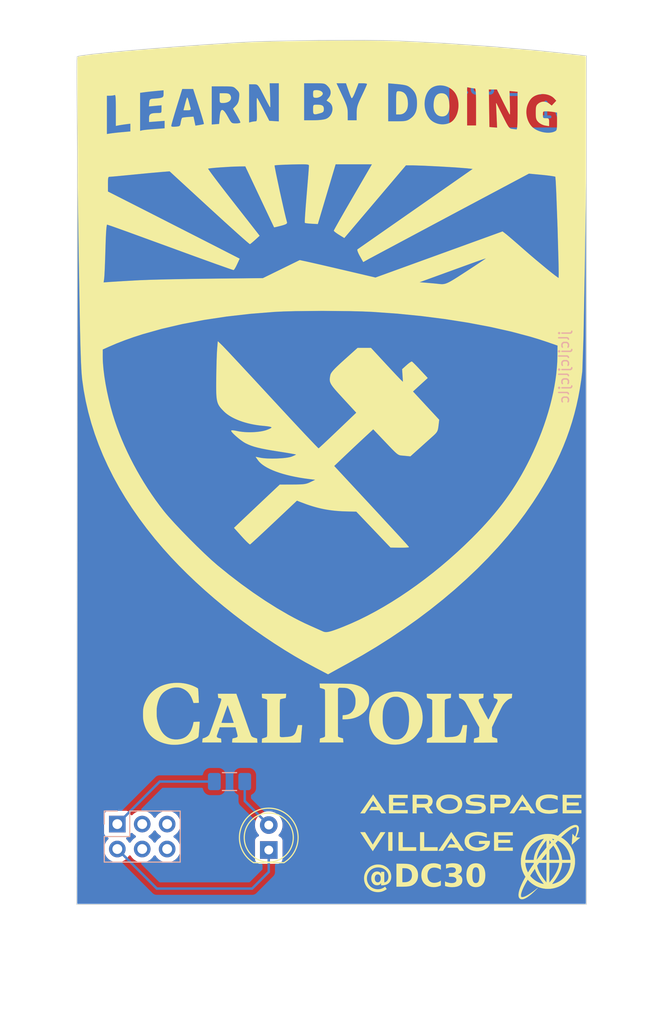
<source format=kicad_pcb>
(kicad_pcb (version 20220621) (generator pcbnew)
  (layers (0 "F.Cu" signal) (31 "B.Cu" signal) (34 "B.Paste" user) (35 "F.Paste" user) (36 "B.SilkS" user "B.Silkscreen") (37 "F.SilkS" user "F.Silkscreen") (38 "B.Mask" user) (39 "F.Mask" user) (44 "Edge.Cuts" user))
  (net 0 "")
  (net 1 "Net-(D1-K)")
  (net 2 "Net-(D1-A)")
  (net 3 "Net-(J1-Pin_1)")
  (footprint "LED_THT:LED_D5.0mm" (layer "F.Cu") (at 62.5 114.47 90)
    (fp_text reference "D1" hide)
    (fp_text value "LED")
  )
  (footprint "Connector_PinHeader_2.54mm:PinHeader_2x03_P2.54mm_Vertical" (layer "B.Cu") (at 47.06 111.83 -90)
    (fp_text reference "J1" hide)
    (fp_text value "Conn_02x03_Counter_Clockwise")
  )
  (footprint "Resistor_SMD:R_1206_3216Metric_Pad1.30x1.75mm_HandSolder" (layer "B.Cu") (at 58.5 107.5 180)
    (fp_text reference "R1" hide)
    (fp_text value "R")
  )
  (gr_poly (pts (xy 89.632503 116.365301) (xy 89.632502 116.3653) (xy 89.632503 116.3653)) (stroke (width 0.015)) (fill solid) (layer "F.SilkS"))
  (gr_poly (pts (xy 57.795658 63.14937) (xy 58.344574 63.723355) (xy 59.48789 64.944761) (xy 61.058476 66.634322) (xy 62.889201 68.612768) (xy 64.687997 70.552612) (xy 66.171647 72.137065) (xy 67.186301 73.202911) (xy 67.469675 73.490353) (xy 67.578105 73.586938) (xy 67.595145 73.574735) (xy 67.631045 73.544412) (xy 67.755382 73.433181) (xy 68.185926 73.034803) (xy 68.805092 72.45221) (xy 69.548234 71.745806) (xy 71.447844 69.932055) (xy 70.092912 68.464977) (xy 69.62609 67.956498) (xy 69.436601 67.745632) (xy 69.274083 67.559477) (xy 69.136808 67.394879) (xy 69.023042 67.248684) (xy 68.931056 67.117737) (xy 68.859118 66.998885) (xy 68.805497 66.888974) (xy 68.785015 66.836386) (xy 68.768462 66.784851) (xy 68.755623 66.733973) (xy 68.746282 66.68336) (xy 68.737225 66.581349) (xy 68.73956 66.475663) (xy 68.751558 66.363148) (xy 68.771485 66.24065) (xy 68.797612 66.105016) (xy 68.803304 66.080288) (xy 68.810656 66.054942) (xy 68.819752 66.028885) (xy 68.830673 66.002029) (xy 68.843503 65.974281) (xy 68.858325 65.945552) (xy 68.875221 65.915751) (xy 68.894276 65.884787) (xy 68.93919 65.819009) (xy 68.993731 65.747493) (xy 69.058562 65.669512) (xy 69.134347 65.584344) (xy 69.22175 65.491261) (xy 69.321435 65.38954) (xy 69.434065 65.278456) (xy 69.560305 65.157282) (xy 69.700817 65.025295) (xy 69.856266 64.881769) (xy 70.027315 64.72598) (xy 70.214628 64.557201) (xy 71.564189 63.346648) (xy 72.910575 63.348247) (xy 74.322404 64.872387) (xy 74.889017 65.481489) (xy 75.388098 66.013243) (xy 75.765663 66.410441) (xy 75.967729 66.615874) (xy 76.201213 66.835222) (xy 76.15894 66.171288) (xy 76.116667 65.507354) (xy 76.558268 65.108391) (xy 76.648735 65.028919) (xy 76.736529 64.956073) (xy 76.819487 64.891355) (xy 76.895443 64.836267) (xy 76.93012 64.812804) (xy 76.962235 64.792311) (xy 76.991518 64.774977) (xy 77.017698 64.760989) (xy 77.040504 64.750535) (xy 77.059667 64.743803) (xy 77.074915 64.74098) (xy 77.080987 64.741093) (xy 77.085978 64.742254) (xy 77.098663 64.7498) (xy 77.118673 64.765385) (xy 77.145578 64.788577) (xy 77.178946 64.818943) (xy 77.263349 64.899466) (xy 77.368432 65.003497) (xy 77.490749 65.127576) (xy 77.626851 65.268244) (xy 77.773289 65.422041) (xy 77.926616 65.585509) (xy 78.681157 66.39594) (xy 77.928581 67.082793) (xy 77.176017 67.769646) (xy 78.516325 69.2143) (xy 79.856645 70.658953) (xy 79.783403 71.262432) (xy 79.770859 71.361356) (xy 79.758072 71.45048) (xy 79.744351 71.531023) (xy 79.729009 71.604201) (xy 79.711357 71.671233) (xy 79.690707 71.733335) (xy 79.666371 71.791725) (xy 79.63766 71.847621) (xy 79.603886 71.90224) (xy 79.56436 71.956799) (xy 79.518394 72.012516) (xy 79.4653 72.070609) (xy 79.40439 72.132295) (xy 79.334974 72.198792) (xy 79.256366 72.271316) (xy 79.167875 72.351086) (xy 77.778935 73.596868) (xy 76.932267 74.35747) (xy 76.29727 74.295086) (xy 76.072692 74.276869) (xy 75.98223 74.267927) (xy 75.940429 74.26188) (xy 75.900144 74.254165) (xy 75.860796 74.244321) (xy 75.821806 74.231885) (xy 75.782595 74.216395) (xy 75.742585 74.19739) (xy 75.701197 74.174405) (xy 75.657851 74.14698) (xy 75.61197 74.114653) (xy 75.562974 74.07696) (xy 75.510285 74.03344) (xy 75.453324 73.98363) (xy 75.391512 73.927068) (xy 75.32427 73.863292) (xy 75.171184 73.712249) (xy 74.989433 73.526803) (xy 74.774389 73.303256) (xy 74.521422 73.03791) (xy 73.883195 72.367028) (xy 73.150248 71.59815) (xy 72.183769 72.490667) (xy 71.196942 73.41112) (xy 70.181559 74.370794) (xy 69.145829 75.358397) (xy 72.959684 79.458031) (xy 75.653219 82.369364) (xy 76.472602 83.26742) (xy 76.773539 83.612002) (xy 76.772328 83.614774) (xy 76.768735 83.617488) (xy 76.762819 83.620139) (xy 76.754638 83.622725) (xy 76.731725 83.627691) (xy 76.700468 83.632362) (xy 76.661344 83.636715) (xy 76.614826 83.640726) (xy 76.501512 83.647634) (xy 76.364322 83.652901) (xy 76.207057 83.656342) (xy 76.033513 83.657773) (xy 75.84749 83.657009) (xy 74.921452 83.647695) (xy 73.175187 81.817657) (xy 71.428935 79.987292) (xy 70.635185 79.973052) (xy 69.948448 79.949573) (xy 69.623039 79.929354) (xy 69.307454 79.903058) (xy 69.000084 79.870366) (xy 68.699316 79.83096) (xy 68.403539 79.78452) (xy 68.111143 79.730729) (xy 67.820516 79.669269) (xy 67.530048 79.59982) (xy 67.238126 79.522064) (xy 66.94314 79.435682) (xy 66.643479 79.340357) (xy 66.337532 79.23577) (xy 65.700334 78.997533) (xy 65.369242 78.867449) (xy 63.020805 81.081835) (xy 62.102571 81.943958) (xy 61.338465 82.654375) (xy 60.8082 83.139463) (xy 60.655666 83.274502) (xy 60.591484 83.3256) (xy 60.586338 83.325999) (xy 60.579276 83.324198) (xy 60.570353 83.320251) (xy 60.559623 83.31421) (xy 60.532959 83.296057) (xy 60.499716 83.270156) (xy 60.46033 83.236928) (xy 60.415232 83.196792) (xy 60.364859 83.150167) (xy 60.309642 83.097472) (xy 60.250015 83.039128) (xy 60.186413 82.975552) (xy 60.049017 82.834387) (xy 59.900921 82.677331) (xy 59.745597 82.507738) (xy 58.980595 81.660509) (xy 59.96602 80.725152) (xy 62.29047 78.53037) (xy 63.629496 77.27094) (xy 64.936296 77.267339) (xy 65.329048 77.264593) (xy 65.646599 77.25741) (xy 65.903225 77.243776) (xy 66.013155 77.23391) (xy 66.113208 77.221676) (xy 66.205169 77.206823) (xy 66.290824 77.189098) (xy 66.371958 77.16825) (xy 66.450354 77.144027) (xy 66.527799 77.116177) (xy 66.606076 77.084449) (xy 66.77227 77.008349) (xy 67.301432 76.752959) (xy 66.613517 76.668249) (xy 66.130429 76.603189) (xy 65.6637 76.529161) (xy 65.214348 76.446537) (xy 64.783385 76.355689) (xy 64.371827 76.256991) (xy 63.980689 76.150815) (xy 63.610985 76.037532) (xy 63.263729 75.917517) (xy 62.939938 75.791141) (xy 62.640625 75.658777) (xy 62.366805 75.520798) (xy 62.119493 75.377576) (xy 61.899703 75.229483) (xy 61.708451 75.076893) (xy 61.546751 74.920178) (xy 61.415617 74.75971) (xy 61.191496 74.444958) (xy 61.600627 74.531426) (xy 61.761748 74.560165) (xy 61.945224 74.583588) (xy 62.147457 74.601816) (xy 62.364852 74.614972) (xy 62.830743 74.626551) (xy 63.314128 74.6193) (xy 63.786238 74.594193) (xy 64.009075 74.575249) (xy 64.218305 74.552206) (xy 64.410332 74.525186) (xy 64.581559 74.494311) (xy 64.728392 74.459703) (xy 64.847233 74.421483) (xy 64.948605 74.381122) (xy 65.041427 74.341721) (xy 65.123793 74.304266) (xy 65.193797 74.269745) (xy 65.249532 74.239146) (xy 65.271454 74.225626) (xy 65.289093 74.213456) (xy 65.302212 74.202759) (xy 65.310573 74.193661) (xy 65.312894 74.189749) (xy 65.313936 74.186283) (xy 65.31367 74.183277) (xy 65.312065 74.180749) (xy 65.298551 74.174854) (xy 65.267757 74.166409) (xy 65.157973 74.142511) (xy 64.99001 74.110329) (xy 64.771165 74.07114) (xy 64.210023 73.976842) (xy 63.532927 73.869823) (xy 62.861844 73.763234) (xy 62.289878 73.664087) (xy 61.803148 73.568937) (xy 61.387773 73.474332) (xy 61.029872 73.376826) (xy 60.715565 73.27297) (xy 60.430972 73.159316) (xy 60.162211 73.032415) (xy 60.060973 72.976729) (xy 59.949366 72.907727) (xy 59.829886 72.827577) (xy 59.705029 72.738449) (xy 59.577292 72.642512) (xy 59.449169 72.541934) (xy 59.323157 72.438886) (xy 59.201753 72.335536) (xy 59.087451 72.234053) (xy 58.982749 72.136607) (xy 58.890142 72.045366) (xy 58.812125 71.9625) (xy 58.751196 71.890178) (xy 58.70985 71.830569) (xy 58.6973 71.806209) (xy 58.690583 71.785842) (xy 58.690009 71.769737) (xy 58.69589 71.758166) (xy 58.699533 71.755352) (xy 58.704468 71.752878) (xy 58.710657 71.75074) (xy 58.718065 71.748935) (xy 58.736387 71.746306) (xy 58.75914 71.74496) (xy 58.786029 71.744868) (xy 58.816759 71.745997) (xy 58.851036 71.748318) (xy 58.888565 71.7518) (xy 58.929051 71.756411) (xy 58.972201 71.762123) (xy 59.017719 71.768902) (xy 59.065311 71.77672) (xy 59.114682 71.785546) (xy 59.165537 71.795348) (xy 59.217583 71.806097) (xy 59.270524 71.81776) (xy 59.445668 71.853199) (xy 59.63145 71.882633) (xy 59.826026 71.906132) (xy 60.027551 71.923764) (xy 60.234181 71.935599) (xy 60.444071 71.941708) (xy 60.655376 71.942158) (xy 60.866253 71.93702) (xy 61.074857 71.926363) (xy 61.279343 71.910257) (xy 61.477867 71.88877) (xy 61.668584 71.861973) (xy 61.84965 71.829935) (xy 62.01922 71.792726) (xy 62.17545 71.750414) (xy 62.316496 71.703069) (xy 62.444777 71.653525) (xy 62.553721 71.608143) (xy 62.643064 71.566633) (xy 62.680301 71.547239) (xy 62.712537 71.528703) (xy 62.73974 71.510989) (xy 62.761875 71.494061) (xy 62.778911 71.477882) (xy 62.790813 71.462416) (xy 62.797547 71.447626) (xy 62.799082 71.433476) (xy 62.795383 71.41993) (xy 62.786418 71.406951) (xy 62.772152 71.394502) (xy 62.752553 71.382548) (xy 62.727588 71.371052) (xy 62.697222 71.359976) (xy 62.661424 71.349286) (xy 62.620158 71.338944) (xy 62.521096 71.31916) (xy 62.399767 71.300333) (xy 62.255908 71.282172) (xy 62.08925 71.264384) (xy 61.899528 71.246679) (xy 61.587818 71.21421) (xy 61.2803 71.172345) (xy 60.977939 71.121441) (xy 60.681701 71.061851) (xy 60.392552 70.993931) (xy 60.111458 70.918034) (xy 59.839384 70.834516) (xy 59.577298 70.743732) (xy 59.326163 70.646035) (xy 59.086947 70.541782) (xy 58.860615 70.431326) (xy 58.648133 70.315022) (xy 58.450467 70.193225) (xy 58.268582 70.06629) (xy 58.103446 69.934572) (xy 57.956022 69.798424) (xy 57.817715 69.658253) (xy 57.695964 69.528706) (xy 57.640982 69.46657) (xy 57.589762 69.405472) (xy 57.542177 69.344875) (xy 57.498102 69.284239) (xy 57.45741 69.223025) (xy 57.419976 69.160694) (xy 57.385673 69.096707) (xy 57.354376 69.030524) (xy 57.325959 68.961608) (xy 57.300295 68.889419) (xy 57.277259 68.813418) (xy 57.256726 68.733065) (xy 57.238568 68.647822) (xy 57.22266 68.55715) (xy 57.208876 68.46051) (xy 57.197091 68.357362) (xy 57.187178 68.247168) (xy 57.179011 68.129389) (xy 57.172464 68.003485) (xy 57.167412 67.868918) (xy 57.161286 67.571637) (xy 57.159627 67.233234) (xy 57.161427 66.849397) (xy 57.165678 66.415813) (xy 57.180236 65.511907) (xy 57.201973 64.654608) (xy 57.227943 63.940677) (xy 57.255204 63.466875) (xy 57.3205 62.687517)) (stroke (width 0.04)) (fill solid) (layer "F.SilkS"))
  (gr_poly (pts (xy 59.264428 98.768585) (xy 59.834308 100.390811) (xy 60.498511 102.28589) (xy 60.567838 102.480632) (xy 60.632413 102.651476) (xy 60.660663 102.722176) (xy 60.685018 102.779988) (xy 60.704578 102.822607) (xy 60.718439 102.84773) (xy 60.731814 102.866058) (xy 60.746185 102.883452) (xy 60.753777 102.891817) (xy 60.761658 102.89997) (xy 60.769839 102.907917) (xy 60.778335 102.915667) (xy 60.787159 102.923226) (xy 60.796323 102.930601) (xy 60.80584 102.9378) (xy 60.815724 102.944829) (xy 60.836645 102.958407) (xy 60.859188 102.971392) (xy 60.883459 102.983841) (xy 60.909562 102.99581) (xy 60.937602 103.007357) (xy 60.967682 103.018537) (xy 60.999907 103.029408) (xy 61.034383 103.040026) (xy 61.071212 103.050449) (xy 61.1105 103.060732) (xy 61.180862 103.079156) (xy 61.240418 103.096005) (xy 61.264181 103.103256) (xy 61.282887 103.109415) (xy 61.29575 103.114249) (xy 61.299745 103.116095) (xy 61.301985 103.117524) (xy 61.302664 103.118391) (xy 61.30337 103.119774) (xy 61.30486 103.124031) (xy 61.306441 103.130185) (xy 61.308098 103.138126) (xy 61.309818 103.147744) (xy 61.311587 103.158928) (xy 61.315216 103.185553) (xy 61.318876 103.21712) (xy 61.322455 103.252746) (xy 61.325842 103.29155) (xy 61.328929 103.332647) (xy 61.342984 103.536046) (xy 60.062094 103.536046) (xy 59.154687 103.531551) (xy 58.876488 103.526687) (xy 58.799789 103.523819) (xy 58.771746 103.520746) (xy 58.76944 103.512359) (xy 58.768213 103.497165) (xy 58.767969 103.476147) (xy 58.768611 103.450291) (xy 58.772174 103.388) (xy 58.778135 103.318171) (xy 58.785727 103.248679) (xy 58.794186 103.187401) (xy 58.7985 103.162305) (xy 58.802743 103.142215) (xy 58.80682 103.128118) (xy 58.808766 103.123624) (xy 58.810634 103.120997) (xy 58.81335 103.119169) (xy 58.817756 103.11703) (xy 58.823752 103.114608) (xy 58.831242 103.111928) (xy 58.840126 103.109018) (xy 58.850307 103.105904) (xy 58.874167 103.099168) (xy 58.902039 103.091933) (xy 58.933136 103.084411) (xy 58.966676 103.076813) (xy 59.001873 103.069351) (xy 59.036497 103.061949) (xy 59.068859 103.054373) (xy 59.099018 103.046596) (xy 59.127031 103.038588) (xy 59.152955 103.030321) (xy 59.176848 103.021767) (xy 59.198769 103.012897) (xy 59.218774 103.003683) (xy 59.236922 102.994097) (xy 59.253269 102.98411) (xy 59.267875 102.973693) (xy 59.280796 102.962818) (xy 59.292091 102.951457) (xy 59.301817 102.939581) (xy 59.310031 102.927162) (xy 59.316792 102.914171) (xy 59.318726 102.90932) (xy 59.320353 102.90388) (xy 59.321662 102.897798) (xy 59.322642 102.89102) (xy 59.323283 102.883493) (xy 59.323572 102.875163) (xy 59.323057 102.85588) (xy 59.321009 102.832745) (xy 59.317342 102.805328) (xy 59.31197 102.773203) (xy 59.304806 102.73594) (xy 59.295763 102.693113) (xy 59.284756 102.644293) (xy 59.271696 102.589052) (xy 59.256498 102.526962) (xy 59.219339 102.380523) (xy 59.172588 102.201553) (xy 59.11111 101.968389) (xy 57.497456 101.968389) (xy 57.431453 102.171787) (xy 57.398957 102.269269) (xy 57.359269 102.384331) (xy 57.317411 102.502603) (xy 57.278404 102.609717) (xy 57.245916 102.698832) (xy 57.221755 102.769961) (xy 57.21268 102.799707) (xy 57.205544 102.826068) (xy 57.200301 102.849416) (xy 57.196904 102.870121) (xy 57.195304 102.888554) (xy 57.195455 102.905086) (xy 57.19731 102.920087) (xy 57.200821 102.933928) (xy 57.20594 102.94698) (xy 57.212621 102.959614) (xy 57.220816 102.9722) (xy 57.230478 102.98511) (xy 57.234432 102.989612) (xy 57.23927 102.994212) (xy 57.251406 103.003644) (xy 57.266517 103.013281) (xy 57.284232 103.022994) (xy 57.30418 103.032658) (xy 57.325991 103.042145) (xy 57.349294 103.05133) (xy 57.37372 103.060086) (xy 57.398898 103.068285) (xy 57.424457 103.075802) (xy 57.450027 103.08251) (xy 57.475237 103.088283) (xy 57.499718 103.092992) (xy 57.523099 103.096513) (xy 57.54501 103.098719) (xy 57.565079 103.099482) (xy 57.570709 103.0996) (xy 57.576076 103.099966) (xy 57.581188 103.100603) (xy 57.586053 103.101532) (xy 57.590679 103.102775) (xy 57.595075 103.104351) (xy 57.59925 103.106284) (xy 57.60321 103.108594) (xy 57.606966 103.111302) (xy 57.610524 103.11443) (xy 57.613894 103.117999) (xy 57.617083 103.122031) (xy 57.6201 103.126547) (xy 57.622953 103.131568) (xy 57.625651 103.137115) (xy 57.628201 103.14321) (xy 57.630613 103.149875) (xy 57.632894 103.157129) (xy 57.635052 103.164996) (xy 57.637096 103.173496) (xy 57.639035 103.18265) (xy 57.640876 103.192481) (xy 57.642628 103.203008) (xy 57.644299 103.214254) (xy 57.645897 103.226239) (xy 57.647431 103.238986) (xy 57.65034 103.266849) (xy 57.653091 103.298012) (xy 57.65575 103.332646) (xy 57.669036 103.516202) (xy 55.721993 103.516202) (xy 55.733616 103.35249) (xy 55.739584 103.270347) (xy 55.74235 103.237146) (xy 55.745223 103.208636) (xy 55.74839 103.184402) (xy 55.75204 103.164027) (xy 55.756363 103.147095) (xy 55.761547 103.133188) (xy 55.76452 103.12724) (xy 55.76778 103.121892) (xy 55.771348 103.117092) (xy 55.77525 103.112788) (xy 55.779509 103.108928) (xy 55.784148 103.105461) (xy 55.794661 103.099494) (xy 55.806978 103.094472) (xy 55.821287 103.089977) (xy 55.856639 103.080903) (xy 55.889578 103.071946) (xy 55.923708 103.061158) (xy 55.958731 103.0487) (xy 55.994351 103.034734) (xy 56.030269 103.01942) (xy 56.066189 103.00292) (xy 56.101813 102.985394) (xy 56.136843 102.967005) (xy 56.170983 102.947912) (xy 56.203934 102.928278) (xy 56.2354 102.908263) (xy 56.265083 102.888028) (xy 56.292685 102.867735) (xy 56.31791 102.847545) (xy 56.340459 102.827619) (xy 56.360037 102.808118) (xy 56.373361 102.79355) (xy 56.385804 102.779213) (xy 56.397486 102.764877) (xy 56.408525 102.750313) (xy 56.419042 102.735292) (xy 56.429157 102.719585) (xy 56.438989 102.702963) (xy 56.448658 102.685196) (xy 56.458284 102.666056) (xy 56.467987 102.645313) (xy 56.477886 102.622739) (xy 56.488102 102.598103) (xy 56.498753 102.571178) (xy 56.509961 102.541733) (xy 56.534522 102.47437) (xy 56.87732 101.507442) (xy 57.670991 101.507442) (xy 57.671631 101.509313) (xy 57.673088 101.511091) (xy 57.675414 101.512779) (xy 57.678661 101.514377) (xy 57.68288 101.515888) (xy 57.688122 101.517315) (xy 57.694441 101.51866) (xy 57.701887 101.519924) (xy 57.710512 101.521111) (xy 57.731506 101.523258) (xy 57.757838 101.525119) (xy 57.789921 101.52671) (xy 57.828169 101.52805) (xy 57.872995 101.529155) (xy 57.924814 101.530043) (xy 57.984039 101.530731) (xy 58.126364 101.531575) (xy 58.303279 101.531826) (xy 58.655881 101.530989) (xy 58.768104 101.529443) (xy 58.845606 101.526701) (xy 58.89439 101.522428) (xy 58.909887 101.519615) (xy 58.920454 101.516293) (xy 58.926842 101.512423) (xy 58.9298 101.507961) (xy 58.930078 101.502868) (xy 58.928426 101.4971) (xy 58.928427 101.497101) (xy 58.831137 101.214638) (xy 58.616086 100.584288) (xy 58.499057 100.243359) (xy 58.401382 99.964196) (xy 58.33327 99.775606) (xy 58.31349 99.724277) (xy 58.30493 99.706394) (xy 58.204815 99.974801) (xy 57.992586 100.571958) (xy 57.778075 101.186103) (xy 57.671116 101.505476) (xy 57.670991 101.507442) (xy 56.87732 101.507442) (xy 57.028086 101.082179) (xy 57.382416 100.060416) (xy 57.59607 99.413316) (xy 57.649694 99.231588) (xy 57.667609 99.145113) (xy 57.667471 99.136718) (xy 57.667049 99.128657) (xy 57.666332 99.120923) (xy 57.665309 99.113508) (xy 57.663967 99.106404) (xy 57.662297 99.099602) (xy 57.660285 99.093096) (xy 57.657922 99.086875) (xy 57.655195 99.080934) (xy 57.652093 99.075263) (xy 57.648604 99.069854) (xy 57.644718 99.0647) (xy 57.640423 99.059792) (xy 57.635707 99.055122) (xy 57.630559 99.050683) (xy 57.624968 99.046466) (xy 57.618922 99.042462) (xy 57.61241 99.038665) (xy 57.60542 99.035066) (xy 57.597941 99.031657) (xy 57.589962 99.02843) (xy 57.581471 99.025377) (xy 57.572457 99.02249) (xy 57.562908 99.01976) (xy 57.552814 99.01718) (xy 57.542161 99.014741) (xy 57.519139 99.010257) (xy 57.493751 99.006242) (xy 57.465904 99.002633) (xy 57.353497 98.989395) (xy 57.342558 98.896353) (xy 57.331147 98.794211) (xy 57.319071 98.679289) (xy 57.306524 98.555264) (xy 59.190753 98.555264)) (stroke (width 0.0075)) (fill solid) (layer "F.SilkS"))
  (gr_poly (pts (xy 78.339287 114.190193) (xy 79.712078 114.190193) (xy 79.712078 114.542618) (xy 77.930505 114.542618) (xy 77.930505 112.659445) (xy 78.339287 112.659445)) (stroke (width 0.015)) (fill solid) (layer "F.SilkS"))
  (gr_poly (pts (xy 90.816306 114.81617) (xy 90.681613 114.981547) (xy 90.548135 115.147935) (xy 90.415766 115.315214) (xy 90.28441 115.483249) (xy 89.807466 115.483249) (xy 89.807856 115.479752) (xy 89.865103 115.402251) (xy 89.922562 115.324899) (xy 90.139096 115.046496) (xy 90.249057 114.908586) (xy 90.360165 114.771573) (xy 90.472431 114.635484) (xy 90.585868 114.500345) (xy 90.700489 114.366184) (xy 90.816306 114.233028)) (stroke (width 0.015)) (fill solid) (layer "F.SilkS"))
  (gr_poly (pts (xy 82.409638 114.542618) (xy 81.95204 114.542618) (xy 81.741696 114.223927) (xy 80.713393 114.223927) (xy 80.932865 113.890155) (xy 81.524209 113.890155) (xy 81.104315 113.248408) (xy 80.25659 114.542618) (xy 79.798597 114.542618) (xy 81.104315 112.62968)) (stroke (width 0.015)) (fill solid) (layer "F.SilkS"))
  (gr_poly (pts (xy 80.149721 37.418369) (xy 80.190921 37.421061) (xy 80.230895 37.425554) (xy 80.269647 37.431853) (xy 80.307183 37.439963) (xy 80.343506 37.44989) (xy 80.378621 37.46164) (xy 80.412532 37.475217) (xy 80.445243 37.490627) (xy 80.476759 37.507875) (xy 80.507084 37.526967) (xy 80.536223 37.547907) (xy 80.564179 37.570702) (xy 80.590957 37.595356) (xy 80.616562 37.621875) (xy 80.640997 37.650264) (xy 80.664267 37.680528) (xy 80.686377 37.712673) (xy 80.70733 37.746704) (xy 80.727132 37.782627) (xy 80.745785 37.820446) (xy 80.763296 37.860167) (xy 80.779667 37.901796) (xy 80.794904 37.945337) (xy 80.80901 37.990797) (xy 80.82199 38.038179) (xy 80.833849 38.08749) (xy 80.844591 38.138735) (xy 80.862738 38.247048) (xy 80.876469 38.363161) (xy 80.885948 38.475456) (xy 80.89224 38.582219) (xy 80.895315 38.683598) (xy 80.895143 38.779745) (xy 80.891693 38.870806) (xy 80.884935 38.956933) (xy 80.874838 39.038275) (xy 80.861373 39.114981) (xy 80.84451 39.187199) (xy 80.824216 39.255081) (xy 80.800463 39.318775) (xy 80.77322 39.378431) (xy 80.742456 39.434197) (xy 80.708142 39.486224) (xy 80.670246 39.53466) (xy 80.62874 39.579656) (xy 80.606356 39.600485) (xy 80.582408 39.619841) (xy 80.556996 39.637727) (xy 80.530219 39.654149) (xy 80.502179 39.669111) (xy 80.472975 39.682616) (xy 80.442707 39.69467) (xy 80.411477 39.705277) (xy 80.379383 39.71444) (xy 80.346528 39.722164) (xy 80.31301 39.728455) (xy 80.278929 39.733315) (xy 80.209485 39.738762) (xy 80.138995 39.73854) (xy 80.068263 39.732684) (xy 79.998091 39.721228) (xy 79.92928 39.704207) (xy 79.895636 39.69362) (xy 79.862634 39.681655) (xy 79.830373 39.668317) (xy 79.798953 39.653608) (xy 79.768476 39.637534) (xy 79.739042 39.620099) (xy 79.71075 39.601307) (xy 79.683701 39.581162) (xy 79.657995 39.55967) (xy 79.633732 39.536834) (xy 79.585078 39.484845) (xy 79.540661 39.430336) (xy 79.500441 39.373136) (xy 79.464377 39.313073) (xy 79.432428 39.249975) (xy 79.404552 39.18367) (xy 79.38071 39.113987) (xy 79.360861 39.040754) (xy 79.344963 38.963799) (xy 79.332975 38.88295) (xy 79.324857 38.798035) (xy 79.320569 38.708883) (xy 79.320068 38.615322) (xy 79.323314 38.51718) (xy 79.330267 38.414285) (xy 79.340886 38.306466) (xy 79.355625 38.19878) (xy 79.374782 38.098048) (xy 79.398358 38.004269) (xy 79.426352 37.917443) (xy 79.458767 37.837568) (xy 79.495602 37.764644) (xy 79.515678 37.730788) (xy 79.536859 37.698669) (xy 79.559146 37.668287) (xy 79.582539 37.639643) (xy 79.607038 37.612735) (xy 79.632642 37.587564) (xy 79.659353 37.56413) (xy 79.687169 37.542433) (xy 79.716093 37.522472) (xy 79.746122 37.504247) (xy 79.777258 37.487758) (xy 79.809501 37.473006) (xy 79.84285 37.45999) (xy 79.877306 37.448709) (xy 79.912869 37.439164) (xy 79.949539 37.431355) (xy 79.987316 37.425282) (xy 80.026201 37.420944) (xy 80.066192 37.418341) (xy 80.107292 37.417473)) (stroke (width 0.04)) (fill solid) (layer "F.SilkS"))
  (gr_poly (pts (xy 93.756434 111.918388) (xy 93.764705 111.918531) (xy 93.773032 111.918796) (xy 93.781415 111.919186) (xy 93.789854 111.919706) (xy 93.798349 111.92036) (xy 93.806898 111.921151) (xy 93.815503 111.922084) (xy 93.824023 111.923076) (xy 93.832615 111.924292) (xy 93.841282 111.925769) (xy 93.850022 111.927544) (xy 93.858837 111.929653) (xy 93.867726 111.932135) (xy 93.872199 111.933527) (xy 93.876691 111.935025) (xy 93.881202 111.936635) (xy 93.885731 111.938362) (xy 93.92069 111.951074) (xy 93.925004 111.95336) (xy 93.929312 111.955742) (xy 93.933609 111.958208) (xy 93.937892 111.960743) (xy 93.942156 111.963334) (xy 93.946398 111.965968) (xy 93.954797 111.971305) (xy 93.963121 111.976623) (xy 93.971373 111.981982) (xy 93.975448 111.984734) (xy 93.979476 111.987565) (xy 93.983447 111.990496) (xy 93.987353 111.993552) (xy 94.015103 112.02169) (xy 94.018721 112.025159) (xy 94.022142 112.028714) (xy 94.025386 112.032348) (xy 94.028469 112.036055) (xy 94.031408 112.039828) (xy 94.034221 112.043658) (xy 94.036925 112.04754) (xy 94.039537 112.051466) (xy 94.044556 112.059423) (xy 94.049415 112.067473) (xy 94.054253 112.075559) (xy 94.059209 112.083624) (xy 94.067351 112.100105) (xy 94.074551 112.116503) (xy 94.08086 112.132812) (xy 94.086331 112.149022) (xy 94.091016 112.165127) (xy 94.094967 112.18112) (xy 94.098237 112.196993) (xy 94.100878 112.212739) (xy 94.102942 112.228349) (xy 94.104482 112.243818) (xy 94.10555 112.259136) (xy 94.106198 112.274297) (xy 94.106445 112.304119) (xy 94.10564 112.333221) (xy 94.103846 112.362025) (xy 94.101187 112.390409) (xy 94.097737 112.418394) (xy 94.093564 112.446004) (xy 94.08874 112.47326) (xy 94.083335 112.500185) (xy 94.077422 112.526801) (xy 94.071069 112.55313) (xy 94.04806 112.636383) (xy 94.022352 112.718054) (xy 93.994182 112.798273) (xy 93.963784 112.877171) (xy 93.931396 112.954878) (xy 93.897253 113.031525) (xy 93.861592 113.107243) (xy 93.82465 113.182162) (xy 94.2354 113.210765) (xy 93.391653 113.922349) (xy 93.47064 112.821409) (xy 93.730934 113.131777) (xy 93.758753 113.0559) (xy 93.785461 112.979801) (xy 93.810766 112.903525) (xy 93.834372 112.827114) (xy 93.855988 112.750609) (xy 93.875321 112.674054) (xy 93.892076 112.597491) (xy 93.905962 112.520962) (xy 93.909454 112.496877) (xy 93.912465 112.472875) (xy 93.914955 112.449002) (xy 93.916887 112.425306) (xy 93.918225 112.401832) (xy 93.918929 112.378629) (xy 93.918962 112.355743) (xy 93.918287 112.333221) (xy 93.917737 112.322168) (xy 93.916979 112.311204) (xy 93.916009 112.300361) (xy 93.914824 112.289674) (xy 93.91342 112.279172) (xy 93.911794 112.26889) (xy 93.909942 112.25886) (xy 93.907861 112.249113) (xy 93.905547 112.239683) (xy 93.902998 112.230601) (xy 93.900209 112.221901) (xy 93.897177 112.213613) (xy 93.893899 112.205772) (xy 93.890371 112.198408) (xy 93.88659 112.191556) (xy 93.882553 112.185246) (xy 93.878362 112.179606) (xy 93.874108 112.174429) (xy 93.86976 112.169698) (xy 93.865293 112.165392) (xy 93.860676 112.161493) (xy 93.855884 112.157982) (xy 93.850887 112.154839) (xy 93.845657 112.152045) (xy 93.840167 112.149581) (xy 93.834388 112.147429) (xy 93.828293 112.145569) (xy 93.821854 112.143981) (xy 93.815042 112.142647) (xy 93.80783 112.141548) (xy 93.80019 112.140665) (xy 93.792093 112.139977) (xy 93.783631 112.13981) (xy 93.774924 112.139905) (xy 93.765988 112.140264) (xy 93.756836 112.140889) (xy 93.747485 112.141781) (xy 93.73795 112.142942) (xy 93.728244 112.144374) (xy 93.718384 112.146079) (xy 93.708385 112.148059) (xy 93.698261 112.150314) (xy 93.688027 112.152847) (xy 93.6777 112.15566) (xy 93.667292 112.158754) (xy 93.656821 112.162132) (xy 93.646301 112.165794) (xy 93.635746 112.169743) (xy 93.6146 112.177416) (xy 93.593433 112.185681) (xy 93.572256 112.194509) (xy 93.551076 112.203868) (xy 93.508745 112.224062) (xy 93.46651 112.246022) (xy 93.424443 112.269508) (xy 93.382614 112.294278) (xy 93.341094 112.320092) (xy 93.299953 112.346709) (xy 93.258858 112.373976) (xy 93.218021 112.401874) (xy 93.177436 112.430359) (xy 93.137098 112.459389) (xy 93.097002 112.488921) (xy 93.057142 112.518913) (xy 93.017514 112.549322) (xy 92.978112 112.580106) (xy 92.900083 112.643138) (xy 92.822841 112.707456) (xy 92.746361 112.772965) (xy 92.670614 112.839572) (xy 92.595575 112.907184) (xy 92.521215 112.975706) (xy 92.447509 113.045047) (xy 92.374428 113.115112) (xy 92.365044 113.124066) (xy 92.355735 113.133105) (xy 92.337256 113.151336) (xy 92.318818 113.169612) (xy 92.300267 113.187723) (xy 92.391916 113.241082) (xy 92.503791 113.313711) (xy 92.611892 113.391562) (xy 92.716045 113.47446) (xy 92.81608 113.56223) (xy 92.911822 113.654697) (xy 93.003099 113.751686) (xy 93.089739 113.853021) (xy 93.171569 113.958529) (xy 93.248415 114.068032) (xy 93.320107 114.181358) (xy 93.38647 114.29833) (xy 93.447332 114.418773) (xy 93.502521 114.542513) (xy 93.551863 114.669374) (xy 93.595187 114.799181) (xy 93.63232 114.93176) (xy 93.663088 115.066934) (xy 93.687319 115.20453) (xy 93.704841 115.344372) (xy 93.715481 115.486284) (xy 93.719066 115.630093) (xy 93.715481 115.773901) (xy 93.704841 115.915814) (xy 93.687319 116.055656) (xy 93.663088 116.193251) (xy 93.63232 116.328426) (xy 93.595187 116.461004) (xy 93.551863 116.590812) (xy 93.502521 116.717673) (xy 93.447332 116.841412) (xy 93.38647 116.961856) (xy 93.320107 117.078827) (xy 93.248415 117.192153) (xy 93.171569 117.301657) (xy 93.089739 117.407164) (xy 93.003099 117.508499) (xy 92.911822 117.605488) (xy 92.81608 117.697955) (xy 92.716045 117.785725) (xy 92.611892 117.868623) (xy 92.503791 117.946474) (xy 92.391916 118.019103) (xy 92.27644 118.086335) (xy 92.157534 118.147995) (xy 92.035373 118.203907) (xy 91.910128 118.253897) (xy 91.781972 118.29779) (xy 91.651078 118.335411) (xy 91.517618 118.366583) (xy 91.381766 118.391134) (xy 91.243693 118.408886) (xy 91.103573 118.419666) (xy 90.961578 118.423299) (xy 90.819582 118.419666) (xy 90.679458 118.408886) (xy 90.54138 118.391134) (xy 90.40552 118.366583) (xy 90.272052 118.335411) (xy 90.141147 118.29779) (xy 90.012979 118.253898) (xy 89.887721 118.203907) (xy 89.765545 118.147995) (xy 89.646624 118.086335) (xy 89.531132 118.019103) (xy 89.41924 117.946474) (xy 89.311121 117.868623) (xy 89.206949 117.785725) (xy 89.106897 117.697955) (xy 89.011136 117.605488) (xy 88.91984 117.5085) (xy 88.833182 117.407164) (xy 88.751334 117.301657) (xy 88.678663 117.198127) (xy 88.67698 117.195638) (xy 88.676951 117.195688) (xy 88.67447 117.192153) (xy 88.602761 117.078828) (xy 88.536382 116.961856) (xy 88.475504 116.841413) (xy 88.441953 116.766206) (xy 88.930065 116.766206) (xy 88.942843 116.789816) (xy 88.949291 116.801584) (xy 88.955877 116.813257) (xy 88.96805 116.83415) (xy 88.980427 116.854894) (xy 88.993009 116.875496) (xy 89.005797 116.895966) (xy 89.01879 116.9163) (xy 89.031985 116.93649) (xy 89.04538 116.956533) (xy 89.058972 116.976426) (xy 89.072765 116.996168) (xy 89.086761 117.01576) (xy 89.10095 117.035199) (xy 89.11445 117.053309) (xy 89.115307 117.054498) (xy 89.1165 117.056016) (xy 89.12213 117.063359) (xy 89.12904 117.072147) (xy 89.14292 117.089675) (xy 89.142931 117.089659) (xy 89.174676 117.130067) (xy 89.237007 117.203057) (xy 89.30221 117.273377) (xy 89.370191 117.340934) (xy 89.440859 117.405637) (xy 89.514123 117.467395) (xy 89.58989 117.526117) (xy 89.66807 117.58171) (xy 89.748569 117.634083) (xy 89.831297 117.683146) (xy 89.916161 117.728805) (xy 90.00307 117.770971) (xy 90.091931 117.80955) (xy 90.182654 117.844453) (xy 90.275146 117.875587) (xy 90.369316 117.90286) (xy 90.465072 117.926182) (xy 90.562322 117.945461) (xy 91.360437 117.945461) (xy 91.457687 117.926182) (xy 91.553442 117.90286) (xy 91.647612 117.875587) (xy 91.740105 117.844453) (xy 91.830828 117.80955) (xy 91.919689 117.770971) (xy 92.006598 117.728805) (xy 92.091462 117.683146) (xy 92.17419 117.634083) (xy 92.254689 117.58171) (xy 92.408636 117.467395) (xy 92.552568 117.340934) (xy 92.685752 117.203057) (xy 92.807452 117.054498) (xy 92.916935 116.895987) (xy 92.966866 116.813229) (xy 93.013467 116.728257) (xy 93.056646 116.641163) (xy 93.096313 116.55204) (xy 93.132374 116.460977) (xy 93.164739 116.368067) (xy 93.193315 116.273401) (xy 93.21801 116.177071) (xy 93.238734 116.079168) (xy 93.255393 115.979784) (xy 93.267897 115.879009) (xy 93.276153 115.776936) (xy 92.405409 115.776936) (xy 92.399281 115.855235) (xy 92.390486 115.932959) (xy 92.365277 116.086646) (xy 92.330547 116.237912) (xy 92.28706 116.386673) (xy 92.23558 116.532843) (xy 92.176872 116.676337) (xy 92.1117 116.817072) (xy 92.04083 116.954961) (xy 91.965025 117.08992) (xy 91.885049 117.221864) (xy 91.801669 117.350708) (xy 91.715647 117.476368) (xy 91.627748 117.598758) (xy 91.538737 117.717793) (xy 91.360437 117.945461) (xy 90.562322 117.945461) (xy 90.384429 117.717777) (xy 90.208284 117.476312) (xy 90.122705 117.350628) (xy 90.039768 117.221759) (xy 89.960207 117.089792) (xy 89.884757 116.954812) (xy 89.814154 116.816907) (xy 89.749131 116.676163) (xy 89.690425 116.532667) (xy 89.638769 116.386506) (xy 89.594936 116.237891) (xy 89.603692 116.269854) (xy 89.612952 116.301777) (xy 89.622588 116.333584) (xy 89.632502 116.3653) (xy 89.543096 116.493219) (xy 89.454297 116.621528) (xy 89.366175 116.750262) (xy 89.278803 116.879455) (xy 89.244416 116.931779) (xy 89.21044 116.98433) (xy 89.142931 117.089659) (xy 89.1165 117.056016) (xy 89.115325 117.054483) (xy 89.11445 117.053309) (xy 89.058992 116.97644) (xy 89.005824 116.895987) (xy 88.955893 116.813229) (xy 88.930086 116.766171) (xy 88.930065 116.766206) (xy 88.441953 116.766206) (xy 88.420301 116.717673) (xy 88.370945 116.590812) (xy 88.327609 116.461005) (xy 88.290466 116.328426) (xy 88.259689 116.193251) (xy 88.23545 116.055656) (xy 88.217923 115.915814) (xy 88.207507 115.776936) (xy 88.646606 115.776936) (xy 88.654863 115.879009) (xy 88.667366 115.979784) (xy 88.684026 116.079168) (xy 88.704749 116.177071) (xy 88.729445 116.273401) (xy 88.758021 116.368067) (xy 88.790385 116.460977) (xy 88.826447 116.55204) (xy 88.866113 116.641163) (xy 88.909292 116.728257) (xy 88.930086 116.766171) (xy 88.977581 116.687374) (xy 89.042986 116.582534) (xy 89.109472 116.478436) (xy 89.176959 116.375031) (xy 89.245368 116.272268) (xy 89.384629 116.068472) (xy 89.526614 115.866654) (xy 89.526722 115.867695) (xy 89.528271 115.88323) (xy 89.529799 115.899838) (xy 89.531442 115.916421) (xy 89.532381 115.924686) (xy 89.533439 115.932924) (xy 89.539059 115.971554) (xy 89.545297 116.010036) (xy 89.552137 116.048371) (xy 89.559499 116.086236) (xy 89.559549 116.086532) (xy 89.559618 116.086825) (xy 89.567559 116.124595) (xy 89.576124 116.16248) (xy 89.585244 116.200211) (xy 89.594868 116.237635) (xy 89.594899 116.237765) (xy 89.594936 116.237891) (xy 89.594908 116.237789) (xy 89.594868 116.237635) (xy 89.559618 116.086825) (xy 89.559561 116.086558) (xy 89.559499 116.086236) (xy 89.533455 115.932894) (xy 89.526722 115.867695) (xy 89.526618 115.866649) (xy 89.526614 115.866654) (xy 89.517353 115.776965) (xy 89.807453 115.776965) (xy 89.810487 115.812401) (xy 89.814145 115.847722) (xy 89.818411 115.882933) (xy 89.823142 115.917142) (xy 89.823243 115.918046) (xy 89.823413 115.91899) (xy 89.828695 115.953049) (xy 89.834692 115.987951) (xy 89.841254 116.022741) (xy 89.848381 116.057413) (xy 89.849389 116.061598) (xy 89.84943 116.061541) (xy 89.882294 116.194906) (xy 89.924246 116.330571) (xy 89.973603 116.464336) (xy 90.029703 116.596159) (xy 90.091887 116.725997) (xy 90.159494 116.853807) (xy 90.231863 116.979548) (xy 90.308334 117.103177) (xy 90.388247 117.224652) (xy 90.470941 117.343929) (xy 90.555756 117.460967) (xy 90.642032 117.575724) (xy 90.816322 117.798221) (xy 91.106437 117.798221) (xy 91.280841 117.575724) (xy 91.451985 117.343929) (xy 91.534688 117.224652) (xy 91.614599 117.103177) (xy 91.691061 116.979548) (xy 91.763414 116.853807) (xy 91.831 116.725997) (xy 91.89316 116.596159) (xy 91.949236 116.464336) (xy 91.998569 116.330571) (xy 92.040499 116.194906) (xy 92.07437 116.057384) (xy 92.09952 115.918046) (xy 92.115293 115.776936) (xy 91.106437 115.776936) (xy 91.106437 117.798221) (xy 90.816322 117.798221) (xy 90.816322 115.776936) (xy 89.807466 115.776936) (xy 89.807469 115.776965) (xy 89.807453 115.776965) (xy 89.517353 115.776965) (xy 89.51735 115.776936) (xy 88.646606 115.776936) (xy 88.207507 115.776936) (xy 88.20728 115.773901) (xy 88.203694 115.630093) (xy 88.20728 115.486284) (xy 88.207507 115.483261) (xy 89.807452 115.483261) (xy 90.284401 115.483261) (xy 90.28441 115.483249) (xy 90.816322 115.483249) (xy 90.816322 113.461965) (xy 90.641918 113.684462) (xy 90.470774 113.916256) (xy 90.388071 114.035534) (xy 90.30816 114.157008) (xy 90.231698 114.280637) (xy 90.159345 114.406378) (xy 90.091759 114.534189) (xy 90.029599 114.664027) (xy 89.973523 114.79585) (xy 89.92419 114.929615) (xy 89.88226 115.065279) (xy 89.848389 115.202802) (xy 89.823239 115.342139) (xy 89.807856 115.479752) (xy 89.807841 115.479773) (xy 89.807452 115.483261) (xy 88.207507 115.483261) (xy 88.207507 115.483249) (xy 88.646606 115.483249) (xy 89.51735 115.483249) (xy 89.523478 115.404951) (xy 89.532273 115.327226) (xy 89.557482 115.173539) (xy 89.592212 115.022273) (xy 89.635699 114.873513) (xy 89.687179 114.727343) (xy 89.745887 114.583848) (xy 89.811059 114.443114) (xy 89.881929 114.305225) (xy 89.957734 114.170266) (xy 90.03771 114.038322) (xy 90.12109 113.909478) (xy 90.207112 113.783818) (xy 90.295011 113.661428) (xy 90.384022 113.542392) (xy 90.44732 113.461568) (xy 91.106437 113.461568) (xy 91.106437 115.483249) (xy 92.115293 115.483249) (xy 92.09952 115.340896) (xy 92.07437 115.200636) (xy 92.040499 115.062477) (xy 91.998569 114.926427) (xy 91.949236 114.792496) (xy 91.89316 114.660692) (xy 91.831 114.531024) (xy 91.763414 114.403501) (xy 91.691061 114.278131) (xy 91.614599 114.154923) (xy 91.534688 114.033886) (xy 91.466805 113.936328) (xy 91.459944 113.926354) (xy 91.452474 113.915731) (xy 91.451985 113.915029) (xy 91.451769 113.914737) (xy 91.413846 113.862111) (xy 91.375272 113.809675) (xy 91.336384 113.757689) (xy 91.297285 113.706083) (xy 91.29728 113.706088) (xy 91.280841 113.683887) (xy 91.106437 113.461568) (xy 90.44732 113.461568) (xy 90.562322 113.314724) (xy 91.360437 113.314724) (xy 91.504124 113.498195) (xy 91.511196 113.507253) (xy 91.513246 113.509843) (xy 91.538737 113.542392) (xy 91.714855 113.782738) (xy 91.715631 113.78383) (xy 91.716716 113.78538) (xy 91.801669 113.909478) (xy 91.885049 114.038322) (xy 91.965025 114.170266) (xy 92.04083 114.305225) (xy 92.1117 114.443114) (xy 92.176872 114.583848) (xy 92.23558 114.727343) (xy 92.28706 114.873513) (xy 92.330547 115.022273) (xy 92.365277 115.173539) (xy 92.390486 115.327226) (xy 92.405409 115.483249) (xy 93.276153 115.483249) (xy 93.267897 115.381176) (xy 93.255393 115.280402) (xy 93.238734 115.181018) (xy 93.21801 115.083115) (xy 93.193315 114.986784) (xy 93.164739 114.892119) (xy 93.132374 114.799209) (xy 93.096313 114.708146) (xy 93.056647 114.619022) (xy 93.013467 114.531929) (xy 92.966866 114.446957) (xy 92.916935 114.364199) (xy 92.863767 114.283745) (xy 92.807452 114.205688) (xy 92.748083 114.130119) (xy 92.685752 114.057128) (xy 92.62055 113.986809) (xy 92.552568 113.919252) (xy 92.4819 113.854548) (xy 92.408636 113.79279) (xy 92.332869 113.734069) (xy 92.254689 113.678476) (xy 92.17419 113.626102) (xy 92.091462 113.57704) (xy 92.006598 113.53138) (xy 91.972731 113.514949) (xy 91.972748 113.514932) (xy 91.972747 113.514932) (xy 91.946329 113.501899) (xy 91.933075 113.495467) (xy 91.919727 113.489197) (xy 91.897684 113.479221) (xy 91.875511 113.469481) (xy 91.853219 113.459968) (xy 91.832977 113.451568) (xy 91.830828 113.450635) (xy 91.828647 113.449796) (xy 91.808313 113.44159) (xy 91.785699 113.432728) (xy 91.762971 113.424098) (xy 91.740126 113.415713) (xy 91.717168 113.407581) (xy 91.694104 113.399695) (xy 91.670932 113.392047) (xy 91.648663 113.384953) (xy 91.647613 113.384599) (xy 91.645964 113.384121) (xy 91.641012 113.382629) (xy 91.634335 113.380715) (xy 91.628381 113.379029) (xy 91.62532 113.378142) (xy 91.620986 113.376879) (xy 91.620979 113.376885) (xy 91.553443 113.357325) (xy 91.457687 113.334003) (xy 91.360437 113.314724) (xy 90.562322 113.314724) (xy 90.465073 113.334038) (xy 90.369321 113.357391) (xy 90.275156 113.384691) (xy 90.18267 113.415847) (xy 90.091956 113.450768) (xy 90.003104 113.489362) (xy 89.916205 113.531539) (xy 89.831352 113.577207) (xy 89.748637 113.626275) (xy 89.66815 113.678652) (xy 89.514228 113.792965) (xy 89.370319 113.919417) (xy 89.237156 114.057277) (xy 89.115472 114.205816) (xy 89.005998 114.364303) (xy 88.95607 114.447049) (xy 88.909468 114.532009) (xy 88.866286 114.61909) (xy 88.826614 114.708202) (xy 88.790544 114.799253) (xy 88.758168 114.892153) (xy 88.729577 114.986809) (xy 88.704863 115.083131) (xy 88.684118 115.181027) (xy 88.667432 115.280406) (xy 88.654898 115.381177) (xy 88.646606 115.483249) (xy 88.207507 115.483249) (xy 88.217923 115.344372) (xy 88.23545 115.20453) (xy 88.259689 115.066934) (xy 88.290466 114.93176) (xy 88.327609 114.799181) (xy 88.370945 114.669374) (xy 88.420301 114.542513) (xy 88.475504 114.418773) (xy 88.536382 114.29833) (xy 88.602761 114.181358) (xy 88.67447 114.068032) (xy 88.751334 113.958529) (xy 88.833182 113.853021) (xy 88.91984 113.751686) (xy 89.011136 113.654697) (xy 89.106897 113.56223) (xy 89.206949 113.47446) (xy 89.311121 113.391562) (xy 89.41924 113.313711) (xy 89.531132 113.241082) (xy 89.646624 113.17385) (xy 89.765545 113.11219) (xy 89.887721 113.056278) (xy 90.012979 113.006288) (xy 90.141147 112.962395) (xy 90.272052 112.924775) (xy 90.40552 112.893602) (xy 90.54138 112.869052) (xy 90.679458 112.851299) (xy 90.819582 112.840519) (xy 90.961578 112.836887) (xy 91.103573 112.840519) (xy 91.243693 112.851299) (xy 91.381766 112.869052) (xy 91.517618 112.893602) (xy 91.651078 112.924775) (xy 91.781972 112.962395) (xy 91.910128 113.006288) (xy 92.035373 113.056278) (xy 92.157534 113.11219) (xy 92.275926 113.173584) (xy 92.276449 113.173868) (xy 92.276977 113.174163) (xy 92.289813 113.181636) (xy 92.294283 113.184296) (xy 92.297256 113.186034) (xy 92.300246 113.187743) (xy 92.300267 113.187723) (xy 92.289813 113.181636) (xy 92.288366 113.180776) (xy 92.28244 113.177271) (xy 92.279456 113.175551) (xy 92.276977 113.174163) (xy 92.27644 113.17385) (xy 92.275926 113.173584) (xy 92.247038 113.157917) (xy 92.217414 113.142309) (xy 92.187581 113.127056) (xy 92.157542 113.112166) (xy 92.1273 113.097646) (xy 92.096857 113.083493) (xy 92.066215 113.069704) (xy 92.035379 113.056278) (xy 92.028524 113.053393) (xy 92.021634 113.050577) (xy 92.00778 113.045087) (xy 91.980033 113.034186) (xy 92.066565 112.953849) (xy 92.109999 112.913841) (xy 92.153821 112.874196) (xy 92.232465 112.805801) (xy 92.311869 112.738172) (xy 92.392088 112.671372) (xy 92.473181 112.605459) (xy 92.555205 112.540495) (xy 92.638215 112.476541) (xy 92.722269 112.413656) (xy 92.807424 112.351902) (xy 92.894402 112.292068) (xy 92.982274 112.233097) (xy 93.071745 112.175856) (xy 93.163524 112.12121) (xy 93.210499 112.09513) (xy 93.258316 112.070023) (xy 93.307063 112.045998) (xy 93.356829 112.023163) (xy 93.407702 112.001625) (xy 93.459769 111.981493) (xy 93.513121 111.962876) (xy 93.567844 111.945881) (xy 93.588633 111.94018) (xy 93.609924 111.934962) (xy 93.631718 111.93031) (xy 93.654014 111.926304) (xy 93.676812 111.923025) (xy 93.700112 111.920554) (xy 93.723915 111.918973) (xy 93.736005 111.918542) (xy 93.74822 111.918363)) (stroke (width 0.015)) (fill solid) (layer "F.SilkS"))
  (gr_poly (pts (xy 91.62532 113.378142) (xy 91.627649 113.378822) (xy 91.628381 113.379029) (xy 91.645964 113.384121) (xy 91.647651 113.38463) (xy 91.648663 113.384953) (xy 91.740105 113.415733) (xy 91.828647 113.449796) (xy 91.830818 113.450672) (xy 91.832977 113.451568) (xy 91.91969 113.489215) (xy 91.972731 113.514949) (xy 91.908212 113.582009) (xy 91.844009 113.649416) (xy 91.780168 113.717194) (xy 91.716716 113.785381) (xy 91.716716 113.78538) (xy 91.715647 113.783818) (xy 91.714855 113.782738) (xy 91.671872 113.722216) (xy 91.627743 113.661424) (xy 91.583336 113.601471) (xy 91.538743 113.542372) (xy 91.529553 113.530485) (xy 91.520376 113.518851) (xy 91.513246 113.509843) (xy 91.504124 113.498195) (xy 91.502001 113.495476) (xy 91.531603 113.465695) (xy 91.561324 113.436023) (xy 91.620979 113.376885)) (stroke (width 0.015)) (fill solid) (layer "F.SilkS"))
  (gr_poly (pts (xy 87.376527 112.986074) (xy 85.883484 112.986074) (xy 85.883484 113.44367) (xy 87.106652 113.44367) (xy 87.106652 113.740136) (xy 85.883484 113.740136) (xy 85.883484 114.219958) (xy 87.376527 114.219958) (xy 87.376527 114.542618) (xy 85.474702 114.542618) (xy 85.474702 112.659445) (xy 87.376527 112.659445)) (stroke (width 0.015)) (fill solid) (layer "F.SilkS"))
  (gr_poly (pts (xy 75.768755 37.207066) (xy 75.825466 37.210862) (xy 75.880352 37.217184) (xy 75.93341 37.22603) (xy 75.984639 37.237397) (xy 76.034036 37.251281) (xy 76.081599 37.267678) (xy 76.127324 37.286587) (xy 76.171211 37.308004) (xy 76.213257 37.331926) (xy 76.253459 37.358349) (xy 76.291815 37.387271) (xy 76.328323 37.418688) (xy 76.36298 37.452598) (xy 76.395784 37.488996) (xy 76.426733 37.527881) (xy 76.455824 37.569249) (xy 76.483055 37.613096) (xy 76.508424 37.659421) (xy 76.531929 37.708218) (xy 76.553566 37.759486) (xy 76.573334 37.813222) (xy 76.591231 37.869422) (xy 76.607253 37.928082) (xy 76.6214 37.989201) (xy 76.633667 38.052775) (xy 76.644054 38.1188) (xy 76.652558 38.187274) (xy 76.659175 38.258193) (xy 76.663905 38.331554) (xy 76.666745 38.407355) (xy 76.667692 38.485592) (xy 76.663905 38.603237) (xy 76.652675 38.715095) (xy 76.634203 38.820917) (xy 76.608687 38.920454) (xy 76.593351 38.967788) (xy 76.576329 39.013457) (xy 76.557646 39.057431) (xy 76.537327 39.099678) (xy 76.515397 39.140167) (xy 76.491881 39.178867) (xy 76.466804 39.215748) (xy 76.440191 39.250777) (xy 76.412067 39.283924) (xy 76.382457 39.315158) (xy 76.351385 39.344448) (xy 76.318877 39.371762) (xy 76.284958 39.39707) (xy 76.249652 39.42034) (xy 76.212985 39.441542) (xy 76.174981 39.460643) (xy 76.135666 39.477614) (xy 76.095064 39.492423) (xy 76.053201 39.505039) (xy 76.010101 39.515431) (xy 75.96579 39.523568) (xy 75.920291 39.529418) (xy 75.873631 39.532951) (xy 75.825834 39.534136) (xy 75.503532 39.534136) (xy 75.503532 38.36997) (xy 75.504518 38.008646) (xy 75.508758 37.730647) (xy 75.518175 37.525138) (xy 75.525426 37.446183) (xy 75.534692 37.381288) (xy 75.546214 37.329099) (xy 75.560232 37.288262) (xy 75.576987 37.257423) (xy 75.596718 37.235228) (xy 75.619667 37.220322) (xy 75.646074 37.211352) (xy 75.676178 37.206963) (xy 75.710221 37.2058)) (stroke (width 0.04)) (fill solid) (layer "F.SilkS"))
  (gr_poly (pts (xy 83.673983 108.820718) (xy 83.744337 108.822564) (xy 83.813421 108.8255) (xy 83.880947 108.82941) (xy 84.01018 108.839687) (xy 84.129744 108.852472) (xy 84.237346 108.866838) (xy 84.330693 108.881859) (xy 84.407492 108.896611) (xy 84.46545 108.910167) (xy 84.446798 109.25148) (xy 84.379046 109.233594) (xy 84.30267 109.216809) (xy 84.217793 109.201523) (xy 84.124535 109.188129) (xy 84.023017 109.177023) (xy 83.91336 109.168601) (xy 83.795685 109.163258) (xy 83.670113 109.161389) (xy 83.608241 109.161858) (xy 83.546779 109.163368) (xy 83.486222 109.16608) (xy 83.427064 109.170152) (xy 83.369799 109.175742) (xy 83.31492 109.183009) (xy 83.262923 109.192112) (xy 83.238159 109.197402) (xy 83.214301 109.20321) (xy 83.19141 109.209557) (xy 83.169549 109.216461) (xy 83.148778 109.223944) (xy 83.12916 109.232025) (xy 83.110757 109.240723) (xy 83.09363 109.250059) (xy 83.07784 109.260052) (xy 83.063451 109.270722) (xy 83.050523 109.28209) (xy 83.039118 109.294174) (xy 83.029299 109.306995) (xy 83.021126 109.320573) (xy 83.014662 109.334927) (xy 83.009968 109.350077) (xy 83.007107 109.366043) (xy 83.006139 109.382846) (xy 83.006142 109.382846) (xy 83.01077 109.416938) (xy 83.02426 109.446338) (xy 83.046021 109.471453) (xy 83.075462 109.49269) (xy 83.111993 109.510456) (xy 83.155022 109.525159) (xy 83.203959 109.537206) (xy 83.258213 109.547003) (xy 83.380308 109.56148) (xy 83.516578 109.571848) (xy 83.812741 109.593289) (xy 83.963179 109.610877) (xy 84.108885 109.637388) (xy 84.178487 109.655008) (xy 84.245133 109.67608) (xy 84.308232 109.701012) (xy 84.367194 109.73021) (xy 84.421428 109.764083) (xy 84.470343 109.803037) (xy 84.513348 109.84748) (xy 84.549852 109.897819) (xy 84.579264 109.954461) (xy 84.600994 110.017813) (xy 84.61445 110.088282) (xy 84.619042 110.166277) (xy 84.617423 110.213892) (xy 84.612637 110.259) (xy 84.604793 110.301667) (xy 84.593998 110.341958) (xy 84.58036 110.379937) (xy 84.563986 110.415671) (xy 84.544985 110.449225) (xy 84.523463 110.480664) (xy 84.49953 110.510053) (xy 84.473293 110.537457) (xy 84.444859 110.562941) (xy 84.414336 110.586572) (xy 84.381832 110.608414) (xy 84.347455 110.628532) (xy 84.273513 110.663859) (xy 84.193371 110.693074) (xy 84.107891 110.716701) (xy 84.017937 110.73526) (xy 83.924369 110.749274) (xy 83.82805 110.759265) (xy 83.729842 110.765755) (xy 83.630608 110.769266) (xy 83.531209 110.770321) (xy 83.40868 110.768946) (xy 83.28403 110.764907) (xy 83.158674 110.758328) (xy 83.034024 110.749336) (xy 82.911495 110.738055) (xy 82.792501 110.724612) (xy 82.678455 110.709131) (xy 82.570772 110.691739) (xy 82.585853 110.350427) (xy 82.696245 110.368975) (xy 82.805516 110.385035) (xy 82.914332 110.398612) (xy 83.023357 110.40971) (xy 83.133256 110.418333) (xy 83.244695 110.424487) (xy 83.358338 110.428176) (xy 83.474851 110.429405) (xy 83.547482 110.428847) (xy 83.618768 110.427065) (xy 83.688248 110.423895) (xy 83.755461 110.419173) (xy 83.819947 110.412734) (xy 83.881243 110.404416) (xy 83.93889 110.394053) (xy 83.966201 110.388054) (xy 83.992427 110.381482) (xy 84.017509 110.374318) (xy 84.041391 110.36654) (xy 84.064015 110.358127) (xy 84.085322 110.349061) (xy 84.105257 110.339319) (xy 84.12376 110.328883) (xy 84.140775 110.31773) (xy 84.156243 110.30584) (xy 84.170107 110.293194) (xy 84.18231 110.27977) (xy 84.192793 110.265549) (xy 84.2015 110.250509) (xy 84.208372 110.23463) (xy 84.213352 110.217892) (xy 84.216382 110.200274) (xy 84.217405 110.181755) (xy 84.212768 110.144641) (xy 84.199251 110.112498) (xy 84.177447 110.084909) (xy 84.147947 110.061459) (xy 84.111343 110.041733) (xy 84.068228 110.025314) (xy 84.019193 110.011787) (xy 83.964831 110.000737) (xy 83.84249 109.984403) (xy 83.705943 109.972989) (xy 83.409168 109.951617) (xy 83.258413 109.93501) (xy 83.112394 109.910024) (xy 83.04264 109.893348) (xy 82.975846 109.873331) (xy 82.912604 109.849557) (xy 82.853505 109.82161) (xy 82.799143 109.789073) (xy 82.750108 109.751533) (xy 82.706993 109.708573) (xy 82.670389 109.659777) (xy 82.640889 109.60473) (xy 82.619085 109.543016) (xy 82.605569 109.474221) (xy 82.600931 109.397927) (xy 82.602602 109.351365) (xy 82.607524 109.307329) (xy 82.615565 109.265751) (xy 82.626589 109.226562) (xy 82.640463 109.189693) (xy 82.657052 109.155076) (xy 82.676224 109.122641) (xy 82.697843 109.092321) (xy 82.721777 109.064045) (xy 82.74789 109.037746) (xy 82.776048 109.013355) (xy 82.806119 108.990803) (xy 82.837967 108.970021) (xy 82.87146 108.95094) (xy 82.942839 108.917609) (xy 83.019186 108.890258) (xy 83.099428 108.868339) (xy 83.182493 108.851301) (xy 83.267309 108.838594) (xy 83.352805 108.829667) (xy 83.437907 108.823973) (xy 83.521544 108.820959) (xy 83.602644 108.820077)) (stroke (width 0.015)) (fill solid) (layer "F.SilkS"))
  (gr_poly (pts (xy 67.446548 37.10173) (xy 67.505514 37.106873) (xy 67.562684 37.115219) (xy 67.617723 37.126582) (xy 67.670294 37.140779) (xy 67.72006 37.157624) (xy 67.766684 37.176933) (xy 67.809829 37.19852) (xy 67.84916 37.222202) (xy 67.884339 37.247793) (xy 67.915029 37.275108) (xy 67.940895 37.303962) (xy 67.951913 37.318909) (xy 67.961598 37.334172) (xy 67.969909 37.349727) (xy 67.976804 37.365551) (xy 67.982239 37.381622) (xy 67.986174 37.397916) (xy 67.988565 37.41441) (xy 67.989372 37.431081) (xy 67.98834 37.448293) (xy 67.985296 37.465719) (xy 67.980319 37.48331) (xy 67.973486 37.501016) (xy 67.964876 37.518787) (xy 67.954568 37.536574) (xy 67.94264 37.554326) (xy 67.929169 37.571993) (xy 67.914234 37.589525) (xy 67.897914 37.606873) (xy 67.880287 37.623987) (xy 67.861431 37.640816) (xy 67.841424 37.657311) (xy 67.820345 37.673422) (xy 67.798272 37.689099) (xy 67.775283 37.704291) (xy 67.751457 37.71895) (xy 67.726872 37.733025) (xy 67.701605 37.746466) (xy 67.675736 37.759223) (xy 67.649343 37.771246) (xy 67.622504 37.782486) (xy 67.595297 37.792893) (xy 67.567801 37.802416) (xy 67.540093 37.811005) (xy 67.512253 37.818612) (xy 67.484358 37.825185) (xy 67.456487 37.830675) (xy 67.428718 37.835031) (xy 67.401129 37.838205) (xy 67.373799 37.840146) (xy 67.346806 37.840804) (xy 67.29658 37.840369) (xy 67.252048 37.838793) (xy 67.212872 37.835672) (xy 67.195186 37.833405) (xy 67.178711 37.830601) (xy 67.163407 37.827208) (xy 67.149229 37.823176) (xy 67.136137 37.818454) (xy 67.124087 37.812991) (xy 67.113037 37.806738) (xy 67.102946 37.799643) (xy 67.09377 37.791657) (xy 67.085467 37.782727) (xy 67.077995 37.772805) (xy 67.071313 37.761838) (xy 67.065376 37.749778) (xy 67.060143 37.736572) (xy 67.055573 37.722171) (xy 67.051621 37.706523) (xy 67.048247 37.689579) (xy 67.045408 37.671288) (xy 67.041165 37.630462) (xy 67.038553 37.583639) (xy 67.037234 37.530416) (xy 67.036869 37.470391) (xy 67.037182 37.4088) (xy 67.0384 37.354417) (xy 67.040944 37.306796) (xy 67.045234 37.265491) (xy 67.048166 37.247067) (xy 67.051693 37.230054) (xy 67.055866 37.214397) (xy 67.06074 37.20004) (xy 67.066365 37.186927) (xy 67.072795 37.175003) (xy 67.080083 37.164211) (xy 67.088281 37.154496) (xy 67.097441 37.145802) (xy 67.107617 37.138073) (xy 67.11886 37.131253) (xy 67.131224 37.125287) (xy 67.144761 37.120119) (xy 67.159523 37.115693) (xy 67.175564 37.111954) (xy 67.192935 37.108845) (xy 67.231881 37.104295) (xy 67.27678 37.101597) (xy 67.328055 37.100306) (xy 67.386125 37.099975)) (stroke (width 0.04)) (fill solid) (layer "F.SilkS"))
  (gr_poly (pts (xy 64.266556 98.689209) (xy 64.261039 98.747624) (xy 64.25502 98.807656) (xy 64.249229 98.862246) (xy 64.244391 98.904337) (xy 64.234404 98.985519) (xy 64.021828 99.029704) (xy 63.934204 99.048441) (xy 63.852768 99.066791) (xy 63.78661 99.082649) (xy 63.7621 99.088986) (xy 63.744819 99.093909) (xy 63.732845 99.097339) (xy 63.721664 99.100221) (xy 63.711249 99.10298) (xy 63.701574 99.106044) (xy 63.697005 99.107823) (xy 63.692611 99.109839) (xy 63.688388 99.112143) (xy 63.684332 99.11479) (xy 63.680441 99.117834) (xy 63.676712 99.121326) (xy 63.67314 99.125321) (xy 63.669722 99.129871) (xy 63.666455 99.135031) (xy 63.663336 99.140853) (xy 63.66036 99.147391) (xy 63.657526 99.154698) (xy 63.654829 99.162827) (xy 63.652266 99.171832) (xy 63.649833 99.181765) (xy 63.647528 99.192681) (xy 63.645346 99.204632) (xy 63.643285 99.217672) (xy 63.641341 99.231855) (xy 63.63951 99.247232) (xy 63.636177 99.281787) (xy 63.633258 99.321763) (xy 63.630725 99.367586) (xy 63.628552 99.419684) (xy 63.626712 99.478482) (xy 63.625177 99.544407) (xy 63.623921 99.617885) (xy 63.622916 99.699343) (xy 63.621553 99.887903) (xy 63.620869 100.113499) (xy 63.620649 100.379541) (xy 63.620734 101.046611) (xy 63.620734 102.894127) (xy 63.666661 102.937274) (xy 63.671991 102.941912) (xy 63.677847 102.946283) (xy 63.684268 102.950389) (xy 63.691292 102.95423) (xy 63.698958 102.957808) (xy 63.707305 102.961125) (xy 63.716372 102.964182) (xy 63.726198 102.96698) (xy 63.736821 102.969521) (xy 63.74828 102.971806) (xy 63.760613 102.973837) (xy 63.773861 102.975615) (xy 63.803251 102.978419) (xy 63.836761 102.980228) (xy 63.874702 102.981053) (xy 63.917382 102.980908) (xy 63.965113 102.979802) (xy 64.018205 102.977748) (xy 64.076967 102.974756) (xy 64.14171 102.970839) (xy 64.212745 102.966007) (xy 64.29038 102.960273) (xy 64.452559 102.945623) (xy 64.524779 102.937132) (xy 64.591571 102.927709) (xy 64.653297 102.917236) (xy 64.710323 102.905596) (xy 64.76301 102.892673) (xy 64.811723 102.878349) (xy 64.856826 102.862508) (xy 64.898681 102.845033) (xy 64.937652 102.825807) (xy 64.974104 102.804712) (xy 65.008398 102.781633) (xy 65.0409 102.756452) (xy 65.071972 102.729053) (xy 65.101978 102.699318) (xy 65.121232 102.678637) (xy 65.139166 102.658144) (xy 65.155916 102.637558) (xy 65.171619 102.616597) (xy 65.186412 102.59498) (xy 65.200431 102.572426) (xy 65.213812 102.548652) (xy 65.226693 102.523378) (xy 65.23921 102.496322) (xy 65.251499 102.467202) (xy 65.263697 102.435738) (xy 65.27594 102.401648) (xy 65.288366 102.36465) (xy 65.301111 102.324463) (xy 65.31431 102.280807) (xy 65.328102 102.233398) (xy 65.428549 101.884053) (xy 65.467346 101.750108) (xy 65.685055 101.750108) (xy 65.769588 101.750887) (xy 65.80656 101.751799) (xy 65.838813 101.753006) (xy 65.865452 101.754468) (xy 65.885586 101.756144) (xy 65.898321 101.757992) (xy 65.901635 101.758969) (xy 65.902765 101.759974) (xy 65.833312 102.617538) (xy 65.78426 103.226625) (xy 65.763859 103.500641) (xy 65.763533 103.503711) (xy 65.763068 103.505177) (xy 65.76235 103.506599) (xy 65.761338 103.507976) (xy 65.759995 103.50931) (xy 65.758282 103.510601) (xy 65.756158 103.51185) (xy 65.753586 103.513057) (xy 65.750527 103.514224) (xy 65.74694 103.51535) (xy 65.742788 103.516437) (xy 65.73263 103.518497) (xy 65.719741 103.520407) (xy 65.703808 103.522174) (xy 65.68452 103.523803) (xy 65.661564 103.5253) (xy 65.634629 103.526671) (xy 65.603401 103.52792) (xy 65.56757 103.529053) (xy 65.526822 103.530077) (xy 65.480846 103.530996) (xy 65.371961 103.532543) (xy 65.238417 103.53374) (xy 65.077717 103.53463) (xy 64.887364 103.535258) (xy 64.664862 103.53567) (xy 64.407712 103.535908) (xy 63.779484 103.536046) (xy 61.795108 103.536046) (xy 61.795303 103.461632) (xy 61.795251 103.461633) (xy 61.795516 103.443945) (xy 61.796273 103.422149) (xy 61.799045 103.369655) (xy 61.803123 103.310994) (xy 61.808066 103.253013) (xy 61.820743 103.118807) (xy 61.99148 103.068025) (xy 62.062788 103.046133) (xy 62.130725 103.024068) (xy 62.187605 103.004398) (xy 62.209497 102.996265) (xy 62.225743 102.989694) (xy 62.26966 102.972104) (xy 62.274298 102.969772) (xy 62.278757 102.967231) (xy 62.28304 102.964427) (xy 62.287152 102.961306) (xy 62.291096 102.957815) (xy 62.294874 102.9539) (xy 62.29849 102.949506) (xy 62.301948 102.94458) (xy 62.30525 102.939068) (xy 62.3084 102.932917) (xy 62.311402 102.926071) (xy 62.314258 102.918479) (xy 62.316972 102.910085) (xy 62.319547 102.900836) (xy 62.321987 102.890678) (xy 62.324294 102.879557) (xy 62.326473 102.867419) (xy 62.328526 102.854211) (xy 62.332268 102.824368) (xy 62.335547 102.789597) (xy 62.338391 102.749467) (xy 62.340824 102.703547) (xy 62.342873 102.651407) (xy 62.344565 102.592616) (xy 62.345927 102.526744) (xy 62.346984 102.453359) (xy 62.347764 102.37203) (xy 62.348594 102.183821) (xy 62.34863 101.95867) (xy 62.348082 101.693131) (xy 62.346081 101.027108) (xy 62.340814 99.186822) (xy 62.288973 99.142234) (xy 62.282346 99.13712) (xy 62.274037 99.131703) (xy 62.264131 99.126017) (xy 62.252713 99.120094) (xy 62.239868 99.113967) (xy 62.225682 99.107668) (xy 62.210238 99.10123) (xy 62.193622 99.094685) (xy 62.175919 99.088066) (xy 62.157214 99.081405) (xy 62.137591 99.074736) (xy 62.117137 99.068091) (xy 62.095935 99.061502) (xy 62.074071 99.055001) (xy 62.05163 99.048623) (xy 62.028696 99.042398) (xy 61.820257 98.987151) (xy 61.807825 98.855544) (xy 61.802986 98.797788) (xy 61.799002 98.737823) (xy 61.796287 98.682731) (xy 61.795533 98.659228) (xy 61.795251 98.639601) (xy 61.795108 98.555264) (xy 64.278737 98.555264)) (stroke (width 0.0075)) (fill solid) (layer "F.SilkS"))
  (gr_poly (pts (xy 91.145902 108.820341) (xy 91.207117 108.822329) (xy 91.267034 108.825647) (xy 91.3257 108.830303) (xy 91.383164 108.8363) (xy 91.439474 108.843644) (xy 91.494678 108.85234) (xy 91.548824 108.862394) (xy 91.601962 108.87381) (xy 91.654138 108.886594) (xy 91.705402 108.900752) (xy 91.755801 108.916288) (xy 91.805384 108.933208) (xy 91.854199 108.951516) (xy 91.902295 108.971219) (xy 91.949719 108.992321) (xy 91.949719 109.378877) (xy 91.913842 109.358683) (xy 91.87531 109.338958) (xy 91.834181 109.319817) (xy 91.790515 109.301375) (xy 91.744373 109.283746) (xy 91.695815 109.267047) (xy 91.644899 109.251391) (xy 91.591687 109.236895) (xy 91.536237 109.223673) (xy 91.478611 109.211841) (xy 91.418867 109.201513) (xy 91.357065 109.192805) (xy 91.293266 109.185831) (xy 91.22753 109.180708) (xy 91.159915 109.177549) (xy 91.090483 109.176471) (xy 91.03667 109.17715) (xy 90.98426 109.179177) (xy 90.933275 109.182538) (xy 90.883732 109.187218) (xy 90.835654 109.193203) (xy 90.789059 109.200479) (xy 90.743967 109.20903) (xy 90.700399 109.218843) (xy 90.658375 109.229903) (xy 90.617914 109.242196) (xy 90.579036 109.255706) (xy 90.541762 109.270421) (xy 90.506111 109.286324) (xy 90.472104 109.303402) (xy 90.43976 109.321641) (xy 90.4091 109.341025) (xy 90.380143 109.36154) (xy 90.352909 109.383173) (xy 90.327418 109.405908) (xy 90.303691 109.42973) (xy 90.281748 109.454627) (xy 90.261607 109.480582) (xy 90.24329 109.507582) (xy 90.226816 109.535612) (xy 90.212206 109.564657) (xy 90.199478 109.594704) (xy 90.188654 109.625737) (xy 90.179753 109.657743) (xy 90.172795 109.690706) (xy 90.167801 109.724613) (xy 90.164789 109.759449) (xy 90.163781 109.795199) (xy 90.164779 109.830985) (xy 90.16776 109.865854) (xy 90.17271 109.899793) (xy 90.179612 109.932786) (xy 90.188451 109.964819) (xy 90.199211 109.995878) (xy 90.211877 110.025948) (xy 90.226432 110.055015) (xy 90.24286 110.083065) (xy 90.261147 110.110084) (xy 90.281276 110.136056) (xy 90.303231 110.160967) (xy 90.326997 110.184804) (xy 90.352557 110.207551) (xy 90.379897 110.229194) (xy 90.409 110.24972) (xy 90.472433 110.287359) (xy 90.542731 110.320353) (xy 90.619766 110.348586) (xy 90.703413 110.371945) (xy 90.793546 110.390313) (xy 90.890038 110.403575) (xy 90.992764 110.411617) (xy 91.101597 110.414324) (xy 91.167996 110.413374) (xy 91.233428 110.410594) (xy 91.297717 110.406088) (xy 91.360688 110.399962) (xy 91.422162 110.392319) (xy 91.481966 110.383265) (xy 91.539922 110.372904) (xy 91.595855 110.361341) (xy 91.649587 110.34868) (xy 91.700944 110.335026) (xy 91.749748 110.320484) (xy 91.795824 110.305158) (xy 91.838995 110.289153) (xy 91.879086 110.272574) (xy 91.91592 110.255525) (xy 91.94932 110.238111) (xy 91.94932 110.602442) (xy 91.901858 110.622846) (xy 91.853655 110.641937) (xy 91.804681 110.659715) (xy 91.754902 110.676181) (xy 91.704285 110.691332) (xy 91.652799 110.705169) (xy 91.600411 110.717691) (xy 91.547088 110.728897) (xy 91.492797 110.738787) (xy 91.437507 110.74736) (xy 91.381184 110.754616) (xy 91.323796 110.760554) (xy 91.26531 110.765173) (xy 91.205695 110.768473) (xy 91.144917 110.770454) (xy 91.082943 110.771114) (xy 91.005476 110.770094) (xy 90.929891 110.767043) (xy 90.856226 110.761974) (xy 90.784519 110.754901) (xy 90.714806 110.745834) (xy 90.647128 110.734789) (xy 90.58152 110.721778) (xy 90.518022 110.706814) (xy 90.456671 110.68991) (xy 90.397504 110.671079) (xy 90.34056 110.650334) (xy 90.285877 110.627688) (xy 90.233492 110.603154) (xy 90.183444 110.576745) (xy 90.135769 110.548474) (xy 90.090507 110.518354) (xy 90.047694 110.486399) (xy 90.007369 110.45262) (xy 89.96957 110.417031) (xy 89.934334 110.379646) (xy 89.901699 110.340476) (xy 89.871704 110.299536) (xy 89.844385 110.256838) (xy 89.819782 110.212395) (xy 89.797931 110.16622) (xy 89.778871 110.118326) (xy 89.762639 110.068726) (xy 89.749273 110.017434) (xy 89.738812 109.964462) (xy 89.731293 109.909822) (xy 89.726754 109.853529) (xy 89.725232 109.795596) (xy 89.725234 109.795595) (xy 89.726756 109.737662) (xy 89.731295 109.681369) (xy 89.738815 109.626729) (xy 89.749276 109.573756) (xy 89.762642 109.522463) (xy 89.778875 109.472862) (xy 89.797937 109.424967) (xy 89.81979 109.37879) (xy 89.844396 109.334344) (xy 89.871717 109.291643) (xy 89.901717 109.250698) (xy 89.934356 109.211524) (xy 89.969598 109.174133) (xy 90.007404 109.138538) (xy 90.047736 109.104751) (xy 90.090557 109.072787) (xy 90.135829 109.042657) (xy 90.183515 109.014375) (xy 90.233576 108.987954) (xy 90.285974 108.963406) (xy 90.397633 108.919983) (xy 90.51819 108.884209) (xy 90.64734 108.856189) (xy 90.784784 108.836025) (xy 90.930218 108.823821) (xy 91.083339 108.81968)) (stroke (width 0.015)) (fill solid) (layer "F.SilkS"))
  (gr_poly (pts (xy 86.439551 108.851239) (xy 86.487254 108.854188) (xy 86.533029 108.859015) (xy 86.576901 108.865647) (xy 86.618895 108.87401) (xy 86.659035 108.884032) (xy 86.697345 108.895639) (xy 86.733851 108.90876) (xy 86.768577 108.92332) (xy 86.801548 108.939248) (xy 86.832787 108.95647) (xy 86.86232 108.974913) (xy 86.890171 108.994505) (xy 86.916364 109.015172) (xy 86.940925 109.036842) (xy 86.963878 109.059442) (xy 86.985247 109.082899) (xy 87.005057 109.10714) (xy 87.023333 109.132092) (xy 87.040098 109.157682) (xy 87.055378 109.183837) (xy 87.069198 109.210486) (xy 87.081581 109.237553) (xy 87.092552 109.264968) (xy 87.102136 109.292656) (xy 87.110358 109.320545) (xy 87.117242 109.348562) (xy 87.122812 109.376634) (xy 87.13011 109.432653) (xy 87.13245 109.488017) (xy 87.130045 109.543422) (xy 87.122697 109.599554) (xy 87.11021 109.65582) (xy 87.092384 109.711626) (xy 87.069021 109.766378) (xy 87.055201 109.793174) (xy 87.039922 109.819483) (xy 87.023161 109.845233) (xy 87.004891 109.870348) (xy 86.985088 109.894755) (xy 86.963728 109.918379) (xy 86.940785 109.941146) (xy 86.916235 109.962982) (xy 86.890053 109.983812) (xy 86.862214 110.003563) (xy 86.832693 110.022161) (xy 86.801466 110.03953) (xy 86.768508 110.055598) (xy 86.733794 110.070289) (xy 86.6973 110.08353) (xy 86.659 110.095245) (xy 86.618869 110.105362) (xy 86.576884 110.113806) (xy 86.533019 110.120503) (xy 86.487249 110.125378) (xy 86.43955 110.128358) (xy 86.389896 110.129367) (xy 85.504468 110.129367) (xy 85.504468 110.733411) (xy 85.095687 110.733411) (xy 85.095687 109.772974) (xy 85.504865 109.772974) (xy 86.303773 109.772974) (xy 86.334268 109.772518) (xy 86.363198 109.771173) (xy 86.390601 109.768974) (xy 86.416518 109.765955) (xy 86.440987 109.76215) (xy 86.464047 109.757594) (xy 86.485737 109.75232) (xy 86.506098 109.746364) (xy 86.525167 109.73976) (xy 86.542984 109.732543) (xy 86.559588 109.724745) (xy 86.575018 109.716403) (xy 86.589314 109.70755) (xy 86.602515 109.69822) (xy 86.614659 109.688449) (xy 86.625786 109.678269) (xy 86.635936 109.667717) (xy 86.645147 109.656826) (xy 86.653458 109.64563) (xy 86.660909 109.634164) (xy 86.667539 109.622463) (xy 86.673387 109.61056) (xy 86.678492 109.59849) (xy 86.682893 109.586287) (xy 86.68663 109.573987) (xy 86.689742 109.561622) (xy 86.694245 109.536839) (xy 86.696718 109.512212) (xy 86.697472 109.488017) (xy 86.696718 109.464452) (xy 86.694245 109.440375) (xy 86.689742 109.416069) (xy 86.682893 109.391813) (xy 86.673387 109.367886) (xy 86.660909 109.34457) (xy 86.653458 109.333229) (xy 86.645147 109.322145) (xy 86.635936 109.311354) (xy 86.625786 109.300891) (xy 86.614659 109.29079) (xy 86.602515 109.281088) (xy 86.589314 109.271818) (xy 86.575018 109.263016) (xy 86.559588 109.254717) (xy 86.542984 109.246955) (xy 86.525167 109.239767) (xy 86.506098 109.233187) (xy 86.485737 109.227249) (xy 86.464047 109.22199) (xy 86.440987 109.217443) (xy 86.416518 109.213645) (xy 86.390601 109.21063) (xy 86.363198 109.208433) (xy 86.334268 109.207089) (xy 86.303773 109.206633) (xy 85.504865 109.206633) (xy 85.504865 109.772974) (xy 85.095687 109.772974) (xy 85.095687 108.850239) (xy 86.389896 108.850239)) (stroke (width 0.015)) (fill solid) (layer "F.SilkS"))
  (gr_poly (pts (xy 74.219079 32.068679) (xy 75.821012 32.114449) (xy 80.461649 32.354921) (xy 85.261738 32.687191) (xy 89.859226 33.083202) (xy 93.892057 33.514898) (xy 94.871012 33.633617) (xy 94.869816 39.203258) (xy 94.821929 46.292998) (xy 94.70789 54.772902) (xy 94.568537 62.095352) (xy 94.444706 65.712725) (xy 94.331574 66.61001) (xy 94.194508 67.491137) (xy 94.032879 68.357771) (xy 93.84606 69.211578) (xy 93.633423 70.054223) (xy 93.39434 70.887372) (xy 93.128182 71.712689) (xy 92.834323 72.53184) (xy 92.512133 73.34649) (xy 92.160986 74.158304) (xy 91.780252 74.968948) (xy 91.369305 75.780088) (xy 90.927516 76.593388) (xy 90.454258 77.410513) (xy 89.948901 78.233129) (xy 89.41082 79.062902) (xy 88.613529 80.211523) (xy 87.755645 81.351946) (xy 86.839215 82.482393) (xy 85.866287 83.601086) (xy 84.838907 84.706248) (xy 83.759122 85.796101) (xy 82.628978 86.868868) (xy 81.450523 87.922769) (xy 80.225804 88.956029) (xy 78.956867 89.966869) (xy 77.645759 90.953511) (xy 76.294527 91.914178) (xy 74.905219 92.847092) (xy 73.479881 93.750475) (xy 72.020559 94.622549) (xy 70.529301 95.461538) (xy 69.497819 96.025927) (xy 68.875578 96.369436) (xy 68.544767 96.555654) (xy 67.288127 95.897805) (xy 66.238046 95.330322) (xy 65.182891 94.72517) (xy 64.126033 94.084984) (xy 63.070842 93.412396) (xy 62.02069 92.71004) (xy 60.978947 91.980548) (xy 59.948985 91.226554) (xy 58.934173 90.45069) (xy 57.937883 89.655591) (xy 56.963486 88.843889) (xy 56.014353 88.018217) (xy 55.093854 87.181209) (xy 54.20536 86.335498) (xy 53.352242 85.483716) (xy 52.53787 84.628498) (xy 51.765617 83.772475) (xy 50.898765 82.752775) (xy 50.077742 81.723558) (xy 49.302724 80.685193) (xy 48.573888 79.638048) (xy 47.891411 78.582492) (xy 47.25547 77.518894) (xy 46.66624 76.447622) (xy 46.123899 75.369044) (xy 45.628624 74.283529) (xy 45.180591 73.191446) (xy 44.779977 72.093163) (xy 44.426959 70.989049) (xy 44.121713 69.879471) (xy 43.864416 68.7648) (xy 43.655245 67.645403) (xy 43.494377 66.521648) (xy 43.433305 65.84002) (xy 43.377234 64.774879) (xy 43.359405 64.253197) (xy 45.552678 64.253197) (xy 45.557553 64.537499) (xy 45.571947 64.842116) (xy 45.627894 65.504295) (xy 45.717725 66.223741) (xy 45.838646 66.984458) (xy 45.987863 67.770452) (xy 46.162583 68.565729) (xy 46.360014 69.354294) (xy 46.57736 70.120153) (xy 46.778276 70.753979) (xy 46.998657 71.390598) (xy 47.237903 72.028879) (xy 47.495414 72.66769) (xy 47.77059 73.305899) (xy 48.062832 73.942373) (xy 48.371541 74.57598) (xy 48.696115 75.205588) (xy 49.035955 75.830066) (xy 49.390462 76.448281) (xy 49.759036 77.059101) (xy 50.141076 77.661393) (xy 50.535984 78.254027) (xy 50.943158 78.835869) (xy 51.362001 79.405788) (xy 51.791911 79.962652) (xy 52.001619 80.218888) (xy 52.253664 80.512032) (xy 52.863477 81.187522) (xy 53.578773 81.946074) (xy 54.356973 82.74464) (xy 55.155499 83.540175) (xy 55.931774 84.28963) (xy 56.643219 84.949959) (xy 57.247258 85.478115) (xy 58.457808 86.459795) (xy 59.680905 87.394825) (xy 60.905754 88.27616) (xy 62.121559 89.09676) (xy 63.317523 89.84958) (xy 64.48285 90.527577) (xy 65.050651 90.836317) (xy 65.606744 91.12371) (xy 66.149781 91.388876) (xy 66.67841 91.630935) (xy 67.495111 91.993569) (xy 67.989335 92.216164) (xy 68.057489 92.244981) (xy 68.091775 92.257153) (xy 68.126472 92.267773) (xy 68.161788 92.276796) (xy 68.197926 92.284177) (xy 68.235092 92.289872) (xy 68.273492 92.293834) (xy 68.313331 92.296018) (xy 68.354813 92.29638) (xy 68.398144 92.294874) (xy 68.443529 92.291454) (xy 68.491173 92.286077) (xy 68.541283 92.278696) (xy 68.594062 92.269266) (xy 68.649716 92.257743) (xy 68.77047 92.228234) (xy 68.905187 92.189807) (xy 69.055509 92.142102) (xy 69.223078 92.084756) (xy 69.409534 92.017408) (xy 69.61652 91.939696) (xy 69.845678 91.851259) (xy 70.098649 91.751736) (xy 70.098661 91.751552) (xy 70.903928 91.416074) (xy 71.720106 91.043923) (xy 72.545297 90.636407) (xy 73.377607 90.19483) (xy 74.215138 89.720497) (xy 75.055994 89.214712) (xy 75.89828 88.678781) (xy 76.740098 88.114009) (xy 77.579554 87.5217) (xy 78.41475 86.90316) (xy 79.24379 86.259694) (xy 80.064779 85.592606) (xy 80.875819 84.903202) (xy 81.675015 84.192787) (xy 82.460471 83.462664) (xy 83.23029 82.714141) (xy 83.72531 82.214141) (xy 84.198806 81.720022) (xy 84.651827 81.230351) (xy 85.08542 80.743698) (xy 85.500633 80.258628) (xy 85.898514 79.773712) (xy 86.280112 79.287516) (xy 86.646473 78.798608) (xy 86.998647 78.305557) (xy 87.33768 77.80693) (xy 87.664621 77.301296) (xy 87.980517 76.787222) (xy 88.286417 76.263276) (xy 88.583369 75.728027) (xy 88.87242 75.180042) (xy 89.154618 74.617888) (xy 89.475139 73.943877) (xy 89.777702 73.267287) (xy 90.061987 72.589313) (xy 90.327674 71.91115) (xy 90.574443 71.233993) (xy 90.801972 70.559036) (xy 91.009944 69.887474) (xy 91.198036 69.220502) (xy 91.365929 68.559313) (xy 91.513303 67.905104) (xy 91.639837 67.259068) (xy 91.745212 66.6224) (xy 91.829107 65.996295) (xy 91.891201 65.381948) (xy 91.931176 64.780552) (xy 91.94871 64.193304) (xy 91.960588 63.082055) (xy 90.955168 62.733385) (xy 90.091235 62.447492) (xy 89.1768 62.17109) (xy 87.210688 61.649224) (xy 85.085367 61.172715) (xy 82.829371 60.746494) (xy 80.471236 60.375492) (xy 78.039496 60.064638) (xy 75.562686 59.818863) (xy 73.06934 59.643096) (xy 72.030001 59.598658) (xy 70.78233 59.566991) (xy 67.958061 59.541933) (xy 65.188668 59.567857) (xy 64.009593 59.599916) (xy 63.066288 59.644695) (xy 60.584683 59.844327) (xy 58.178954 60.1204) (xy 55.863801 60.469815) (xy 53.653926 60.889474) (xy 51.564029 61.376276) (xy 49.608812 61.927122) (xy 48.686303 62.225593) (xy 47.802976 62.538913) (xy 46.96067 62.866695) (xy 46.161222 63.20855) (xy 45.552678 63.48156) (xy 45.552678 64.253197) (xy 43.359405 64.253197) (xy 43.323509 63.20286) (xy 43.269473 61.000598) (xy 43.193437 56.685729) (xy 45.638627 56.685729) (xy 46.044147 56.656719) (xy 77.785356 56.656719) (xy 78.628825 56.726067) (xy 79.302241 56.784389) (xy 79.567583 56.809415) (xy 79.736869 56.827251) (xy 79.878287 56.843556) (xy 80.006228 56.855379) (xy 80.124612 56.861037) (xy 80.181445 56.861028) (xy 80.237358 56.858847) (xy 80.292843 56.854285) (xy 80.348387 56.847129) (xy 80.404483 56.837171) (xy 80.461619 56.8242) (xy 80.520285 56.808006) (xy 80.580972 56.788378) (xy 80.644169 56.765106) (xy 80.710366 56.73798) (xy 80.780054 56.706789) (xy 80.853722 56.671324) (xy 80.93186 56.631374) (xy 81.014958 56.586729) (xy 81.197995 56.482511) (xy 81.406752 56.35699) (xy 81.645148 56.208482) (xy 81.917104 56.035306) (xy 82.577372 55.60822) (xy 82.57736 55.60822) (xy 83.352534 55.102325) (xy 84.003231 54.67302) (xy 84.461181 54.36567) (xy 84.59654 54.271905) (xy 84.65811 54.22564) (xy 84.667286 54.216494) (xy 84.673782 54.208665) (xy 84.675818 54.205316) (xy 84.676934 54.202383) (xy 84.677048 54.199895) (xy 84.676076 54.197881) (xy 84.673935 54.19637) (xy 84.670542 54.19539) (xy 84.665813 54.194972) (xy 84.659666 54.195142) (xy 84.642784 54.197369) (xy 84.61923 54.202301) (xy 84.588339 54.21017) (xy 84.549444 54.221208) (xy 84.501881 54.235647) (xy 84.444984 54.253718) (xy 84.378088 54.275653) (xy 84.300527 54.301682) (xy 84.110749 54.366954) (xy 83.870327 54.451385) (xy 83.573937 54.556828) (xy 83.216255 54.685136) (xy 82.791958 54.838161) (xy 81.722225 55.225773) (xy 80.322148 55.734484) (xy 77.785356 56.656719) (xy 46.044147 56.656719) (xy 46.468693 56.626348) (xy 47.645611 56.553227) (xy 49.309599 56.460784) (xy 49.30977 56.46079) (xy 50.508085 56.415329) (xy 52.28435 56.37005) (xy 54.398951 56.330196) (xy 56.612272 56.301012) (xy 61.903935 56.247423) (xy 63.781254 55.328533) (xy 65.658573 54.409643) (xy 66.427092 54.57326) (xy 67.877784 54.901855) (xy 70.28643 55.462115) (xy 73.37725 56.187359) (xy 86.330619 51.492669) (xy 86.658525 51.74497) (xy 86.754302 51.821979) (xy 86.90147 51.944715) (xy 87.320556 52.302061) (xy 87.856943 52.766406) (xy 88.451786 53.287151) (xy 89.042586 53.801263) (xy 89.652361 54.32148) (xy 90.811692 55.284785) (xy 91.302678 55.680149) (xy 91.695496 55.986173) (xy 91.960861 56.178994) (xy 92.036597 56.225498) (xy 92.069487 56.234753) (xy 92.080497 55.770942) (xy 92.061035 54.595883) (xy 91.961416 51.06066) (xy 91.832077 47.526372) (xy 91.775465 46.352481) (xy 91.734465 45.890307) (xy 91.728065 45.885977) (xy 91.718351 45.881383) (xy 91.689335 45.871455) (xy 91.648137 45.860627) (xy 91.595475 45.849003) (xy 91.458641 45.823791) (xy 91.284587 45.796658) (xy 91.079068 45.768443) (xy 90.84784 45.739984) (xy 90.596659 45.712121) (xy 90.331279 45.685692) (xy 89.019462 45.562401) (xy 81.123783 49.757885) (xy 72.683427 54.259423) (xy 72.138749 54.565471) (xy 71.801176 53.967315) (xy 71.73487 53.844943) (xy 71.677161 53.728665) (xy 71.651821 53.673623) (xy 71.62898 53.621077) (xy 71.608753 53.571353) (xy 71.591256 53.524776) (xy 71.576607 53.481668) (xy 71.564921 53.442356) (xy 71.556316 53.407164) (xy 71.550906 53.376416) (xy 71.548808 53.350437) (xy 71.55014 53.329551) (xy 71.552128 53.321119) (xy 71.555016 53.314083) (xy 71.55882 53.308482) (xy 71.563554 53.304357) (xy 77.504277 49.164971) (xy 83.345048 45.090386) (xy 82.678654 45.019195) (xy 81.562245 44.932177) (xy 79.912313 44.833792) (xy 78.2678 44.753302) (xy 77.167643 44.71997) (xy 76.47653 44.71997) (xy 73.337004 48.418737) (xy 70.197477 52.11751) (xy 69.675492 51.796331) (xy 69.570635 51.730064) (xy 69.472813 51.664864) (xy 69.384167 51.602402) (xy 69.306839 51.544345) (xy 69.242967 51.492361) (xy 69.216747 51.469169) (xy 69.194695 51.44812) (xy 69.177077 51.429424) (xy 69.164161 51.413289) (xy 69.156216 51.399924) (xy 69.15419 51.394346) (xy 69.153508 51.389538) (xy 69.163619 51.363464) (xy 69.193285 51.304071) (xy 69.30729 51.092365) (xy 69.726005 50.346513) (xy 70.345706 49.264547) (xy 71.102446 47.959032) (xy 73.051384 44.614135) (xy 69.301994 44.614135) (xy 68.394572 47.656841) (xy 67.48715 50.699547) (xy 66.86558 50.664745) (xy 66.739725 50.656752) (xy 66.620386 50.64737) (xy 66.510312 50.636941) (xy 66.412254 50.625809) (xy 66.328961 50.614315) (xy 66.263183 50.602802) (xy 66.217669 50.591613) (xy 66.203371 50.586247) (xy 66.19517 50.58109) (xy 66.19142 50.561721) (xy 66.190184 50.514659) (xy 66.19487 50.343244) (xy 66.208459 50.078422) (xy 66.23018 49.73177) (xy 66.294933 48.839283) (xy 66.382963 47.758397) (xy 66.549194 45.741774) (xy 66.599066 45.083483) (xy 66.616557 44.788476) (xy 66.615954 44.771701) (xy 66.614495 44.755927) (xy 66.611919 44.74113) (xy 66.61013 44.73409) (xy 66.607963 44.727286) (xy 66.605387 44.720714) (xy 66.602368 44.714371) (xy 66.598873 44.708254) (xy 66.594871 44.702361) (xy 66.590327 44.696688) (xy 66.58521 44.691232) (xy 66.579487 44.685991) (xy 66.573125 44.680962) (xy 66.566092 44.67614) (xy 66.558354 44.671524) (xy 66.54988 44.667111) (xy 66.540636 44.662897) (xy 66.53059 44.65888) (xy 66.519709 44.655056) (xy 66.50796 44.651422) (xy 66.495311 44.647977) (xy 66.48173 44.644715) (xy 66.467182 44.641636) (xy 66.43506 44.63601) (xy 66.398683 44.631074) (xy 66.357791 44.626805) (xy 66.312121 44.623179) (xy 66.261412 44.620172) (xy 66.205403 44.61776) (xy 66.143832 44.61592) (xy 66.076438 44.614627) (xy 66.00296 44.613858) (xy 65.923136 44.613589) (xy 65.836704 44.613796) (xy 65.642974 44.615542) (xy 65.419677 44.618905) (xy 65.164722 44.623696) (xy 64.876017 44.629723) (xy 64.196121 44.649482) (xy 63.629322 44.675699) (xy 63.406835 44.690161) (xy 63.234821 44.704954) (xy 63.120682 44.719651) (xy 63.087629 44.72683) (xy 63.071818 44.733825) (xy 63.075075 44.799883) (xy 63.102406 44.969372) (xy 63.217345 45.563933) (xy 63.604702 47.392428) (xy 64.04275 49.343967) (xy 64.221052 50.092333) (xy 64.340348 50.543206) (xy 64.3433 50.554483) (xy 64.345121 50.565545) (xy 64.345783 50.57641) (xy 64.345256 50.587092) (xy 64.343511 50.597609) (xy 64.340519 50.607975) (xy 64.336251 50.618207) (xy 64.330676 50.628321) (xy 64.323767 50.638332) (xy 64.315494 50.648258) (xy 64.305827 50.658113) (xy 64.294736 50.667914) (xy 64.282194 50.677677) (xy 64.268171 50.687418) (xy 64.252636 50.697153) (xy 64.235562 50.706897) (xy 64.216918 50.716667) (xy 64.196676 50.726479) (xy 64.174805 50.736348) (xy 64.151278 50.746292) (xy 64.126064 50.756325) (xy 64.099135 50.766463) (xy 64.07046 50.776724) (xy 64.040011 50.787122) (xy 63.973674 50.808396) (xy 63.899888 50.830412) (xy 63.818419 50.853299) (xy 63.729032 50.877184) (xy 63.471309 50.942986) (xy 63.258187 50.994398) (xy 63.111805 51.02629) (xy 63.07056 51.033313) (xy 63.059134 51.034313) (xy 63.054301 51.033532) (xy 62.615625 50.112566) (xy 61.580253 47.921435) (xy 60.119987 44.825805) (xy 59.477372 44.832567) (xy 59.065854 44.84279) (xy 58.580716 44.863943) (xy 57.544024 44.927856) (xy 57.06969 44.965021) (xy 56.676176 45.00193) (xy 56.402093 45.035787) (xy 56.321904 45.050696) (xy 56.286052 45.063793) (xy 56.286233 45.070611) (xy 56.2925 45.085114) (xy 56.322703 45.136389) (xy 56.449666 45.322533) (xy 56.657527 45.609684) (xy 56.936874 45.985299) (xy 57.278296 46.436836) (xy 57.67238 46.951754) (xy 58.109715 47.51751) (xy 58.580888 48.121563) (xy 61.238151 51.515221) (xy 61.54412 51.907574) (xy 61.102678 52.308971) (xy 61.012359 52.390238) (xy 60.92493 52.467278) (xy 60.842529 52.538317) (xy 60.767297 52.601582) (xy 60.701374 52.655299) (xy 60.646901 52.697694) (xy 60.606017 52.726994) (xy 60.591341 52.736178) (xy 60.580864 52.741424) (xy 60.551663 52.725277) (xy 60.482051 52.671694) (xy 60.230058 52.45979) (xy 59.841828 52.12085) (xy 59.334303 51.670013) (xy 58.029138 50.4932) (xy 56.450102 49.050463) (xy 52.399687 45.328454) (xy 51.489726 45.40064) (xy 50.243655 45.512041) (xy 48.525602 45.678478) (xy 47.017631 45.823715) (xy 46.51437 45.867897) (xy 46.276652 45.884124) (xy 46.261012 45.884408) (xy 46.246218 45.885322) (xy 46.232247 45.886956) (xy 46.219077 45.889398) (xy 46.206685 45.89274) (xy 46.19505 45.89707) (xy 46.184147 45.902479) (xy 46.173954 45.909058) (xy 46.164449 45.916895) (xy 46.15561 45.926081) (xy 46.147413 45.936705) (xy 46.139836 45.948858) (xy 46.132856 45.96263) (xy 46.126451 45.978109) (xy 46.120597 45.995388) (xy 46.115274 46.014554) (xy 46.110457 46.035699) (xy 46.106124 46.058912) (xy 46.102253 46.084283) (xy 46.09882 46.111902) (xy 46.095804 46.141859) (xy 46.093182 46.174244) (xy 46.090931 46.209147) (xy 46.089028 46.246657) (xy 46.087451 46.286865) (xy 46.086177 46.329861) (xy 46.084449 46.424574) (xy 46.083661 46.531517) (xy 46.083635 46.651409) (xy 46.085234 47.4187) (xy 49.919914 49.364263) (xy 56.631755 52.781554) (xy 59.508915 54.253289) (xy 59.253837 54.803844) (xy 59.200832 54.915026) (xy 59.147972 55.019887) (xy 59.096658 55.11605) (xy 59.048291 55.201139) (xy 59.00427 55.272777) (xy 58.965997 55.328587) (xy 58.949454 55.349815) (xy 58.934872 55.366194) (xy 58.922428 55.377428) (xy 58.912297 55.38322) (xy 58.765435 55.341455) (xy 58.378104 55.21057) (xy 56.987541 54.719194) (xy 54.951622 53.984588) (xy 52.481364 53.08225) (xy 47.965335 51.436841) (xy 46.564116 50.9363) (xy 46.016911 50.752465) (xy 46.009098 50.754716) (xy 46.001442 50.761502) (xy 45.99394 50.772872) (xy 45.986589 50.788875) (xy 45.979383 50.809562) (xy 45.972321 50.834982) (xy 45.958609 50.900216) (xy 45.945425 50.984973) (xy 45.932738 51.089649) (xy 45.92052 51.214639) (xy 45.908741 51.360338) (xy 45.897373 51.527143) (xy 45.886385 51.715448) (xy 45.865434 52.15814) (xy 45.845654 52.691578) (xy 45.826811 53.318926) (xy 45.794929 54.34701) (xy 45.759951 55.249038) (xy 45.726116 55.927667) (xy 45.69766 56.285558) (xy 45.638627 56.685729) (xy 43.193437 56.685729) (xy 43.149844 54.21188) (xy 42.997099 43.421801) (xy 42.979255 41.572008) (xy 45.976005 41.572008) (xy 46.37288 41.510479) (xy 46.469342 41.496641) (xy 46.591696 41.480874) (xy 46.894107 41.445749) (xy 47.240177 41.409501) (xy 47.58997 41.376525) (xy 47.589982 41.376531) (xy 48.410185 41.304101) (xy 48.410185 41.25042) (xy 49.362687 41.25042) (xy 49.60081 41.192559) (xy 49.669705 41.179421) (xy 49.77469 41.16425) (xy 49.910558 41.147585) (xy 50.072097 41.129966) (xy 50.254101 41.111933) (xy 50.451359 41.094027) (xy 50.658664 41.076787) (xy 50.870805 41.060753) (xy 50.870817 41.060747) (xy 51.90269 40.986803) (xy 51.90269 40.710443) (xy 52.542682 40.710443) (xy 52.543276 40.721247) (xy 52.544551 40.731496) (xy 52.546536 40.741197) (xy 52.549259 40.75036) (xy 52.55275 40.75899) (xy 52.557035 40.767095) (xy 52.562145 40.774683) (xy 52.568107 40.781762) (xy 52.574951 40.788339) (xy 52.582704 40.794422) (xy 52.591396 40.800018) (xy 52.601055 40.805135) (xy 52.611709 40.809779) (xy 52.623387 40.81396) (xy 52.636119 40.817684) (xy 52.649931 40.820959) (xy 52.664854 40.823792) (xy 52.680915 40.826191) (xy 52.698143 40.828164) (xy 52.716566 40.829718) (xy 52.736214 40.830861) (xy 52.757115 40.831599) (xy 52.779297 40.831942) (xy 52.802789 40.831895) (xy 52.82762 40.831468) (xy 52.853818 40.830666) (xy 52.881412 40.829499) (xy 52.9409 40.826096) (xy 53.006315 40.821319) (xy 53.156914 40.808009) (xy 53.218655 40.800625) (xy 53.272309 40.791961) (xy 53.318587 40.781421) (xy 53.339183 40.775262) (xy 53.358202 40.76841) (xy 53.375734 40.760791) (xy 53.391867 40.752332) (xy 53.406692 40.742956) (xy 53.420295 40.73259) (xy 53.432768 40.72116) (xy 53.444198 40.708591) (xy 53.454676 40.694808) (xy 53.46429 40.679737) (xy 53.473128 40.663303) (xy 53.481281 40.645433) (xy 53.488838 40.626051) (xy 53.495887 40.605084) (xy 53.508818 40.558093) (xy 53.520788 40.503866) (xy 53.532509 40.441806) (xy 53.544694 40.371319) (xy 53.544719 40.371306) (xy 53.560159 40.287532) (xy 53.577331 40.207706) (xy 53.595662 40.133694) (xy 53.614578 40.067363) (xy 53.633504 40.010579) (xy 53.642792 39.986351) (xy 53.651868 39.96521) (xy 53.660659 39.947389) (xy 53.669095 39.933121) (xy 53.677103 39.92264) (xy 53.684611 39.91618) (xy 53.6945 39.911665) (xy 53.709487 39.906896) (xy 53.729267 39.901912) (xy 53.753531 39.896754) (xy 53.814289 39.886083) (xy 53.889306 39.875209) (xy 53.97613 39.864461) (xy 54.072307 39.854166) (xy 54.175382 39.844652) (xy 54.282902 39.836248) (xy 54.811027 39.79873) (xy 55.006462 40.719836) (xy 55.434977 40.651311) (xy 55.52198 40.636626) (xy 55.604933 40.621138) (xy 55.681892 40.605315) (xy 55.682214 40.605242) (xy 56.665202 40.605242) (xy 57.458952 40.539556) (xy 57.511869 39.852587) (xy 57.527344 39.683777) (xy 57.546223 39.537063) (xy 57.568754 39.412424) (xy 57.581466 39.358378) (xy 57.595183 39.309844) (xy 57.609936 39.266819) (xy 57.625756 39.229302) (xy 57.642674 39.19729) (xy 57.660721 39.170781) (xy 57.679927 39.149773) (xy 57.700323 39.134263) (xy 57.721941 39.124248) (xy 57.74481 39.119727) (xy 57.768962 39.120697) (xy 57.794428 39.127156) (xy 57.821238 39.139102) (xy 57.849423 39.156532) (xy 57.879014 39.179444) (xy 57.910043 39.207835) (xy 57.942538 39.241704) (xy 57.976533 39.281047) (xy 58.012056 39.325863) (xy 58.04914 39.37615) (xy 58.128111 39.493124) (xy 58.213693 39.631952) (xy 58.306132 39.792614) (xy 58.434801 40.020932) (xy 58.488755 40.113391) (xy 58.537439 40.192724) (xy 58.582091 40.259935) (xy 58.623951 40.316029) (xy 58.644221 40.340222) (xy 58.664257 40.362012) (xy 58.684213 40.381525) (xy 58.704246 40.398887) (xy 58.724509 40.414224) (xy 58.745158 40.427661) (xy 58.766347 40.439324) (xy 58.788231 40.449338) (xy 58.810964 40.457829) (xy 58.834703 40.464922) (xy 58.885812 40.47542) (xy 58.942797 40.481836) (xy 59.006897 40.485174) (xy 59.161393 40.486638) (xy 59.210212 40.486065) (xy 59.257379 40.484377) (xy 59.302687 40.481626) (xy 59.345929 40.477862) (xy 59.3869 40.473137) (xy 59.425392 40.4675) (xy 59.461199 40.461002) (xy 59.494114 40.453695) (xy 59.523931 40.445628) (xy 59.550442 40.436853) (xy 59.573442 40.427419) (xy 59.592723 40.417378) (xy 59.60808 40.406781) (xy 59.609549 40.405327) (xy 60.475224 40.405327) (xy 60.713346 40.341509) (xy 60.765092 40.328665) (xy 60.820926 40.316623) (xy 60.879086 40.305653) (xy 60.937809 40.296021) (xy 60.995333 40.287997) (xy 61.049895 40.281848) (xy 61.099733 40.277843) (xy 61.143083 40.27625) (xy 61.143071 40.276415) (xy 61.159061 40.275981) (xy 61.174122 40.274795) (xy 61.188275 40.272691) (xy 61.201543 40.269503) (xy 61.207851 40.26745) (xy 61.213947 40.265064) (xy 61.219831 40.262324) (xy 61.225508 40.259209) (xy 61.23098 40.255699) (xy 61.236249 40.251772) (xy 61.241318 40.247408) (xy 61.246191 40.242587) (xy 61.250869 40.237287) (xy 61.255356 40.231488) (xy 61.259654 40.225169) (xy 61.263766 40.218309) (xy 61.267695 40.210888) (xy 61.271443 40.202884) (xy 61.275013 40.194278) (xy 61.278408 40.185048) (xy 61.284684 40.164633) (xy 61.290291 40.141475) (xy 61.295252 40.115408) (xy 61.299589 40.086265) (xy 61.303323 40.05388) (xy 61.306476 40.018088) (xy 61.30907 39.978722) (xy 61.311127 39.935618) (xy 61.312668 39.888607) (xy 61.313716 39.837526) (xy 61.314291 39.782208) (xy 61.314416 39.722486) (xy 61.313403 39.58917) (xy 61.31085 39.43625) (xy 61.306932 39.262399) (xy 61.301823 39.066289) (xy 61.292924 38.600876) (xy 61.292994 38.227165) (xy 61.29623 38.086584) (xy 61.301511 37.983193) (xy 61.308772 37.921747) (xy 61.313125 37.908239) (xy 61.315478 37.906048) (xy 61.317949 37.907) (xy 61.325978 37.917908) (xy 61.339755 37.940041) (xy 61.38325 38.015563) (xy 61.445825 38.128716) (xy 61.524871 38.274651) (xy 61.721948 38.64547) (xy 61.953617 39.089226) (xy 62.540312 40.222057) (xy 63.042338 40.254296) (xy 63.544377 40.286535) (xy 63.544377 40.16914) (xy 66.084367 40.16914) (xy 67.040263 40.16914) (xy 67.256195 40.166463) (xy 67.462321 40.15862) (xy 67.656194 40.14589) (xy 67.835369 40.128553) (xy 67.997399 40.106888) (xy 68.139838 40.081175) (xy 68.202946 40.066888) (xy 68.260239 40.051694) (xy 68.311411 40.035628) (xy 68.356157 40.018725) (xy 68.420904 39.988907) (xy 68.482589 39.954997) (xy 68.541164 39.91725) (xy 68.59658 39.875923) (xy 68.648791 39.831273) (xy 68.69775 39.783553) (xy 68.743408 39.733022) (xy 68.785719 39.679935) (xy 68.824635 39.624548) (xy 68.860108 39.567118) (xy 68.892092 39.5079) (xy 68.920538 39.44715) (xy 68.945399 39.385125) (xy 68.966628 39.32208) (xy 68.984178 39.258272) (xy 68.998001 39.193957) (xy 69.008049 39.12939) (xy 69.014275 39.064829) (xy 69.016632 39.000529) (xy 69.015073 38.936745) (xy 69.009549 38.873735) (xy 69.000013 38.811755) (xy 68.986419 38.75106) (xy 68.968718 38.691906) (xy 68.946863 38.63455) (xy 68.920807 38.579247) (xy 68.890503 38.526254) (xy 68.855902 38.475828) (xy 68.816957 38.428223) (xy 68.773622 38.383696) (xy 68.725848 38.342503) (xy 68.673588 38.3049) (xy 68.415202 38.135601) (xy 68.625615 37.868096) (xy 68.653317 37.831452) (xy 68.679015 37.794525) (xy 68.702708 37.757336) (xy 68.7244 37.71991) (xy 68.744091 37.682269) (xy 68.761784 37.644436) (xy 68.777482 37.606434) (xy 68.791184 37.568286) (xy 68.802895 37.530015) (xy 68.812615 37.491643) (xy 68.820346 37.453194) (xy 68.82609 37.41469) (xy 68.82985 37.376155) (xy 68.831627 37.337612) (xy 68.831422 37.299083) (xy 68.829238 37.260591) (xy 68.825078 37.222159) (xy 68.818941 37.18381) (xy 68.810831 37.145568) (xy 68.80075 37.107454) (xy 68.788699 37.069492) (xy 68.77468 37.031705) (xy 68.758695 36.994116) (xy 68.740746 36.956748) (xy 68.720835 36.919623) (xy 68.698964 36.882765) (xy 68.675134 36.846196) (xy 68.649348 36.809939) (xy 68.621607 36.774018) (xy 68.591914 36.738455) (xy 68.56027 36.703273) (xy 68.526677 36.668496) (xy 68.473024 36.61542) (xy 68.423701 36.568786) (xy 68.400085 36.547755) (xy 68.376857 36.528178) (xy 68.353785 36.510004) (xy 68.330639 36.493179) (xy 68.307187 36.477653) (xy 68.283196 36.463373) (xy 68.258437 36.450287) (xy 68.232677 36.438343) (xy 68.205684 36.427489) (xy 68.177228 36.417673) (xy 68.147077 36.408843) (xy 68.114999 36.400947) (xy 68.080763 36.393932) (xy 68.044137 36.387748) (xy 68.004891 36.382341) (xy 67.962792 36.377659) (xy 67.917609 36.373651) (xy 67.86911 36.370265) (xy 67.817064 36.367449) (xy 67.76124 36.36515) (xy 67.637331 36.361895) (xy 67.49553 36.360087) (xy 67.15195 36.359142) (xy 69.373185 36.359142) (xy 69.951274 37.589449) (xy 70.122861 37.95915) (xy 70.257229 38.262127) (xy 70.311837 38.393145) (xy 70.358798 38.512945) (xy 70.398664 38.623346) (xy 70.431988 38.72617) (xy 70.459322 38.823237) (xy 70.481219 38.916368) (xy 70.498232 39.007383) (xy 70.510912 39.098104) (xy 70.519813 39.19035) (xy 70.525486 39.285943) (xy 70.529362 39.494451) (xy 70.529362 40.169146) (xy 71.481864 40.169146) (xy 71.483464 39.454772) (xy 71.48339 39.454766) (xy 71.484352 39.340032) (xy 71.487141 39.233916) (xy 71.492281 39.134615) (xy 71.5003 39.040325) (xy 71.511723 38.949243) (xy 71.527078 38.859564) (xy 71.546888 38.769484) (xy 71.571682 38.677201) (xy 71.601985 38.580909) (xy 71.638323 38.478807) (xy 71.681223 38.369089) (xy 71.731209 38.249952) (xy 71.78881 38.119592) (xy 71.85455 37.976206) (xy 72.012553 37.643139) (xy 72.21743 37.209729) (xy 72.385206 36.840777) (xy 72.449771 36.692682) (xy 72.498568 36.57535) (xy 72.529433 36.493666) (xy 72.537465 36.467718) (xy 72.540202 36.452514) (xy 72.539611 36.447728) (xy 72.537858 36.443002) (xy 72.534972 36.438343) (xy 72.530981 36.433757) (xy 72.525914 36.42925) (xy 72.519802 36.424827) (xy 72.512671 36.420495) (xy 72.504552 36.416259) (xy 72.495474 36.412126) (xy 72.485465 36.408102) (xy 72.46277 36.400402) (xy 72.4367 36.393209) (xy 72.407487 36.38657) (xy 72.375362 36.380532) (xy 72.340556 36.375145) (xy 72.303302 36.370454) (xy 72.263831 36.36651) (xy 72.222374 36.363358) (xy 72.204137 36.362383) (xy 74.656852 36.362383) (xy 74.656852 40.274975) (xy 75.593705 40.274975) (xy 75.865568 40.273045) (xy 76.089176 40.266231) (xy 76.185491 40.26051) (xy 76.272869 40.25299) (xy 76.352353 40.243479) (xy 76.424984 40.231784) (xy 76.491806 40.217712) (xy 76.553861 40.201071) (xy 76.61219 40.181669) (xy 76.667837 40.159312) (xy 76.721843 40.133808) (xy 76.775251 40.104966) (xy 76.829102 40.072591) (xy 76.88444 40.036492) (xy 76.884452 40.036486) (xy 76.982527 39.966831) (xy 77.028645 39.931246) (xy 77.072849 39.895087) (xy 77.115163 39.8583) (xy 77.155614 39.820833) (xy 77.194224 39.782633) (xy 77.231018 39.743648) (xy 77.266022 39.703825) (xy 77.29926 39.663112) (xy 77.330756 39.621456) (xy 77.360536 39.578805) (xy 77.388622 39.535106) (xy 77.415041 39.490306) (xy 77.439817 39.444353) (xy 77.462974 39.397194) (xy 77.484537 39.348777) (xy 77.504531 39.299049) (xy 77.52298 39.247957) (xy 77.539908 39.19545) (xy 77.555341 39.141474) (xy 77.569303 39.085977) (xy 77.581819 39.028906) (xy 77.592913 38.970209) (xy 77.602609 38.909833) (xy 77.610933 38.847725) (xy 77.623561 38.718106) (xy 77.630993 38.58093) (xy 77.632474 38.492595) (xy 78.364983 38.492595) (xy 78.36815 38.614508) (xy 78.376806 38.736408) (xy 78.390986 38.857886) (xy 78.410725 38.978531) (xy 78.43606 39.097932) (xy 78.467026 39.21568) (xy 78.503658 39.331365) (xy 78.545991 39.444574) (xy 78.594062 39.554899) (xy 78.647906 39.66193) (xy 78.707558 39.765255) (xy 78.773055 39.864464) (xy 78.84443 39.959147) (xy 78.92172 40.048894) (xy 78.970025 40.098894) (xy 79.020638 40.14658) (xy 79.073439 40.191931) (xy 79.128304 40.234926) (xy 79.185113 40.275545) (xy 79.243743 40.313768) (xy 79.304073 40.349574) (xy 79.365981 40.382943) (xy 79.494044 40.442288) (xy 79.626958 40.491638) (xy 79.763747 40.530829) (xy 79.903439 40.559699) (xy 80.045058 40.578083) (xy 80.187631 40.585819) (xy 80.330182 40.582741) (xy 80.471739 40.568687) (xy 80.541839 40.557492) (xy 80.611325 40.543492) (xy 80.680076 40.526666) (xy 80.747968 40.506994) (xy 80.814881 40.484455) (xy 80.880693 40.459028) (xy 80.945281 40.430694) (xy 81.008525 40.399431) (xy 81.08295 40.356655) (xy 81.154381 40.307982) (xy 81.222758 40.253697) (xy 81.288022 40.194085) (xy 81.350112 40.129431) (xy 81.40897 40.060021) (xy 81.464536 39.986138) (xy 81.516751 39.908069) (xy 81.565555 39.826097) (xy 81.610888 39.740508) (xy 81.652692 39.651587) (xy 81.690906 39.559618) (xy 81.725471 39.464887) (xy 81.756328 39.367678) (xy 81.783418 39.268277) (xy 81.80668 39.166968) (xy 81.826055 39.064036) (xy 81.841484 38.959766) (xy 81.852908 38.854444) (xy 81.860266 38.748353) (xy 81.8635 38.64178) (xy 81.862549 38.535008) (xy 81.857355 38.428323) (xy 81.847858 38.322009) (xy 81.833998 38.216352) (xy 81.815716 38.111637) (xy 81.792953 38.008148) (xy 81.765648 37.90617) (xy 81.733743 37.805989) (xy 81.697178 37.707889) (xy 81.655894 37.612155) (xy 81.609831 37.519073) (xy 81.566394 37.442101) (xy 81.519112 37.368007) (xy 81.468164 37.296847) (xy 81.413731 37.228677) (xy 81.355994 37.163554) (xy 81.295131 37.101535) (xy 81.231323 37.042676) (xy 81.164751 36.987034) (xy 81.095595 36.934665) (xy 81.024034 36.885627) (xy 80.950249 36.839975) (xy 80.87442 36.797766) (xy 80.796728 36.759058) (xy 80.789856 36.756014) (xy 82.7002 36.756014) (xy 82.7002 40.698308) (xy 83.652702 40.698308) (xy 83.652702 38.793304) (xy 83.651292 38.267632) (xy 83.646569 37.84351) (xy 83.637793 37.51124) (xy 83.624221 37.261127) (xy 83.605115 37.083472) (xy 83.593255 37.018788) (xy 83.586617 36.99414) (xy 84.9179 36.99414) (xy 84.946745 38.925597) (xy 84.97559 40.857055) (xy 85.387553 40.890813) (xy 85.799516 40.924572) (xy 85.744743 39.673742) (xy 85.689982 38.422915) (xy 86.333696 39.714306) (xy 86.532546 40.109993) (xy 86.692077 40.416766) (xy 86.759753 40.540472) (xy 86.820786 40.646347) (xy 86.876238 40.735855) (xy 86.927171 40.810461) (xy 86.974647 40.871632) (xy 87.019729 40.920833) (xy 87.063479 40.95953) (xy 87.106958 40.989188) (xy 87.151229 41.011272) (xy 87.197355 41.027248) (xy 87.246397 41.038582) (xy 87.299418 41.04674) (xy 87.753727 41.104723) (xy 87.76305 41.104577) (xy 87.771964 41.101627) (xy 87.780477 41.095767) (xy 87.788596 41.086888) (xy 87.796328 41.074883) (xy 87.803681 41.059644) (xy 87.810663 41.041062) (xy 87.81728 41.019031) (xy 87.82354 40.993441) (xy 87.829451 40.964187) (xy 87.83502 40.931158) (xy 87.840253 40.894248) (xy 87.849746 40.808353) (xy 87.857989 40.705638) (xy 87.865041 40.58524) (xy 87.87096 40.446297) (xy 87.875806 40.287946) (xy 87.879639 40.109323) (xy 87.882517 39.909567) (xy 87.8845 39.687813) (xy 87.885817 39.241808) (xy 88.742216 39.241808) (xy 88.743216 39.395908) (xy 88.754485 39.549927) (xy 88.775874 39.703003) (xy 88.807233 39.854274) (xy 88.848414 40.002876) (xy 88.899266 40.147949) (xy 88.959639 40.288628) (xy 89.029385 40.424053) (xy 89.108355 40.55336) (xy 89.196397 40.675687) (xy 89.293364 40.790172) (xy 89.343539 40.841808) (xy 89.397371 40.891659) (xy 89.454644 40.939678) (xy 89.515141 40.985814) (xy 89.644938 41.072248) (xy 89.78503 41.150572) (xy 89.933683 41.220396) (xy 90.089164 41.281333) (xy 90.249739 41.332992) (xy 90.413675 41.374986) (xy 90.579237 41.406925) (xy 90.744694 41.42842) (xy 90.908311 41.439082) (xy 91.068354 41.438523) (xy 91.223091 41.426353) (xy 91.370788 41.402183) (xy 91.441454 41.385477) (xy 91.509711 41.365625) (xy 91.575341 41.342579) (xy 91.638127 41.316289) (xy 91.638127 41.316314) (xy 91.683807 41.294872) (xy 91.704575 41.284402) (xy 91.724021 41.273873) (xy 91.742186 41.263117) (xy 91.759115 41.251967) (xy 91.77485 41.240254) (xy 91.789437 41.227809) (xy 91.802917 41.214464) (xy 91.815335 41.200051) (xy 91.826734 41.184401) (xy 91.837158 41.167346) (xy 91.846649 41.148717) (xy 91.855251 41.128347) (xy 91.863009 41.106066) (xy 91.869964 41.081706) (xy 91.876162 41.055099) (xy 91.881644 41.026077) (xy 91.886455 40.99447) (xy 91.890638 40.960112) (xy 91.894237 40.922832) (xy 91.897295 40.882464) (xy 91.899855 40.838838) (xy 91.901962 40.791786) (xy 91.904986 40.686731) (xy 91.906716 40.565952) (xy 91.907499 40.428101) (xy 91.907682 40.271831) (xy 91.907682 39.35017) (xy 91.510807 39.284569) (xy 91.424065 39.271368) (xy 91.32957 39.259007) (xy 91.230362 39.247759) (xy 91.129478 39.237897) (xy 91.029959 39.229697) (xy 90.934842 39.223432) (xy 90.847168 39.219376) (xy 90.769975 39.217803) (xy 90.712924 39.217933) (xy 90.66253 39.219066) (xy 90.618382 39.221645) (xy 90.58007 39.226108) (xy 90.562974 39.229184) (xy 90.547182 39.232897) (xy 90.532645 39.237301) (xy 90.519309 39.242452) (xy 90.507125 39.248404) (xy 90.49604 39.255214) (xy 90.486003 39.262934) (xy 90.476963 39.271622) (xy 90.468869 39.281332) (xy 90.461669 39.292119) (xy 90.455312 39.304038) (xy 90.449747 39.317143) (xy 90.444921 39.331492) (xy 90.440785 39.347137) (xy 90.437286 39.364135) (xy 90.434373 39.38254) (xy 90.430102 39.423792) (xy 90.427559 39.471335) (xy 90.426334 39.525609) (xy 90.426017 39.587054) (xy 90.426372 39.647411) (xy 90.427671 39.700879) (xy 90.430269 39.747869) (xy 90.434521 39.788797) (xy 90.437378 39.807116) (xy 90.440782 39.824075) (xy 90.444775 39.839724) (xy 90.449404 39.854116) (xy 90.454712 39.867302) (xy 90.460743 39.879334) (xy 90.467543 39.890264) (xy 90.475154 39.900143) (xy 90.483621 39.909022) (xy 90.49299 39.916955) (xy 90.503303 39.923991) (xy 90.514605 39.930184) (xy 90.526941 39.935584) (xy 90.540355 39.940244) (xy 90.554891 39.944214) (xy 90.570594 39.947548) (xy 90.605676 39.952509) (xy 90.645955 39.95554) (xy 90.691785 39.957056) (xy 90.743522 39.95747) (xy 90.795617 39.95787) (xy 90.841714 39.959364) (xy 90.882176 39.962392) (xy 90.900408 39.964619) (xy 90.917367 39.967395) (xy 90.9331 39.970774) (xy 90.947652 39.974812) (xy 90.961068 39.979564) (xy 90.973394 39.985085) (xy 90.984675 39.99143) (xy 90.994957 39.998654) (xy 91.004286 40.006811) (xy 91.012706 40.015958) (xy 91.020263 40.026149) (xy 91.027003 40.037439) (xy 91.032971 40.049883) (xy 91.038213 40.063537) (xy 91.042775 40.078455) (xy 91.046701 40.094692) (xy 91.050037 40.112303) (xy 91.052829 40.131344) (xy 91.056961 40.173934) (xy 91.059463 40.222902) (xy 91.060697 40.278689) (xy 91.061027 40.341735) (xy 91.061027 40.726) (xy 90.669841 40.662517) (xy 90.62859 40.654648) (xy 90.585744 40.644248) (xy 90.541643 40.631489) (xy 90.496626 40.616541) (xy 90.451031 40.599577) (xy 90.405199 40.580766) (xy 90.359467 40.560281) (xy 90.314175 40.538291) (xy 90.269662 40.514969) (xy 90.226268 40.490485) (xy 90.184331 40.46501) (xy 90.144191 40.438716) (xy 90.106187 40.411773) (xy 90.070657 40.384353) (xy 90.037941 40.356626) (xy 90.008378 40.328765) (xy 89.966629 40.285847) (xy 89.929316 40.244618) (xy 89.912248 40.224368) (xy 89.896199 40.204218) (xy 89.88114 40.18406) (xy 89.867039 40.163788) (xy 89.853867 40.143294) (xy 89.841594 40.12247) (xy 89.830189 40.101209) (xy 89.819623 40.079404) (xy 89.809866 40.056947) (xy 89.800887 40.033731) (xy 89.792656 40.009649) (xy 89.785144 39.984592) (xy 89.77832 39.958455) (xy 89.772154 39.931129) (xy 89.766616 39.902507) (xy 89.761676 39.872481) (xy 89.757305 39.840945) (xy 89.753471 39.807791) (xy 89.747297 39.736198) (xy 89.742913 39.656845) (xy 89.74008 39.568872) (xy 89.738557 39.471419) (xy 89.738102 39.363628) (xy 89.739952 39.15927) (xy 89.742595 39.07211) (xy 89.746675 38.993907) (xy 89.752415 38.923872) (xy 89.760033 38.861215) (xy 89.76975 38.805143) (xy 89.781785 38.754868) (xy 89.79636 38.709598) (xy 89.813693 38.668543) (xy 89.834005 38.630912) (xy 89.857517 38.595915) (xy 89.884448 38.562761) (xy 89.915018 38.530659) (xy 89.949447 38.498819) (xy 89.987956 38.466451) (xy 90.018406 38.442841) (xy 90.049519 38.420767) (xy 90.081251 38.400229) (xy 90.113562 38.381226) (xy 90.14641 38.36376) (xy 90.179754 38.347828) (xy 90.213552 38.333432) (xy 90.247763 38.320571) (xy 90.282346 38.309245) (xy 90.317258 38.299453) (xy 90.352459 38.291196) (xy 90.387907 38.284472) (xy 90.42356 38.279283) (xy 90.459378 38.275627) (xy 90.495318 38.273505) (xy 90.53134 38.272916) (xy 90.567401 38.27386) (xy 90.603461 38.276337) (xy 90.639477 38.280347) (xy 90.675409 38.285889) (xy 90.711215 38.292964) (xy 90.746853 38.30157) (xy 90.782282 38.311708) (xy 90.817461 38.323378) (xy 90.852349 38.336579) (xy 90.886902 38.351312) (xy 90.921081 38.367575) (xy 90.954844 38.385369) (xy 90.988149 38.404694) (xy 91.020955 38.425549) (xy 91.053221 38.447934) (xy 91.084904 38.47185) (xy 91.349003 38.679589) (xy 91.593876 38.418932) (xy 91.838749 38.158275) (xy 91.601127 37.905349) (xy 91.56649 37.870183) (xy 91.529912 37.83631) (xy 91.491479 37.80375) (xy 91.451277 37.772524) (xy 91.365911 37.71415) (xy 91.274504 37.661351) (xy 91.177745 37.614287) (xy 91.076322 37.573119) (xy 90.970926 37.538009) (xy 90.862245 37.509117) (xy 90.750969 37.486605) (xy 90.637787 37.470633) (xy 90.523388 37.461363) (xy 90.408462 37.458956) (xy 90.293697 37.463573) (xy 90.179784 37.475375) (xy 90.067411 37.494523) (xy 89.957267 37.521178) (xy 89.859633 37.550734) (xy 89.767467 37.583318) (xy 89.680493 37.619184) (xy 89.598434 37.658588) (xy 89.521015 37.701785) (xy 89.447957 37.74903) (xy 89.378986 37.800579) (xy 89.313824 37.856686) (xy 89.252195 37.917608) (xy 89.193823 37.983598) (xy 89.13843 38.054913) (xy 89.085741 38.131807) (xy 89.035479 38.214536) (xy 88.987367 38.303355) (xy 88.941129 38.398519) (xy 88.896489 38.500283) (xy 88.843899 38.64185) (xy 88.802327 38.787649) (xy 88.771622 38.936816) (xy 88.751635 39.08849) (xy 88.742216 39.241808) (xy 87.885817 39.241808) (xy 87.886015 39.174865) (xy 87.886027 39.17484) (xy 87.886027 37.228036) (xy 87.454142 37.186852) (xy 87.022258 37.145666) (xy 87.057255 38.340041) (xy 87.068819 38.803784) (xy 87.074443 39.183528) (xy 87.073814 39.440088) (xy 87.071056 39.509928) (xy 87.06905 39.528095) (xy 87.066618 39.534276) (xy 87.0607 39.527674) (xy 87.048467 39.508329) (xy 87.006418 39.434013) (xy 86.943186 39.31654) (xy 86.861486 39.161118) (xy 86.653551 38.757268) (xy 86.404338 38.264141) (xy 85.767704 36.99414) (xy 84.9179 36.99414) (xy 83.586617 36.99414) (xy 83.579734 36.968582) (xy 83.564458 36.931642) (xy 83.547336 36.906758) (xy 83.528275 36.892716) (xy 83.507182 36.888305) (xy 83.471198 36.886955) (xy 83.42458 36.883086) (xy 83.369282 36.87697) (xy 83.307255 36.868876) (xy 83.240454 36.859078) (xy 83.170832 36.847845) (xy 83.100342 36.835449) (xy 83.030937 36.822161) (xy 82.7002 36.756014) (xy 80.789856 36.756014) (xy 80.717352 36.723905) (xy 80.636472 36.692366) (xy 80.554269 36.664496) (xy 80.470923 36.640353) (xy 80.386614 36.619993) (xy 80.301522 36.603472) (xy 80.215827 36.590847) (xy 80.12971 36.582175) (xy 80.04335 36.577512) (xy 79.956929 36.576915) (xy 79.870625 36.58044) (xy 79.784619 36.588145) (xy 79.699091 36.600085) (xy 79.614222 36.616317) (xy 79.530192 36.636899) (xy 79.44718 36.661885) (xy 79.365367 36.691334) (xy 79.284933 36.725302) (xy 79.206059 36.763845) (xy 79.116502 36.815812) (xy 79.031795 36.875152) (xy 78.951973 36.941456) (xy 78.877072 37.014313) (xy 78.807126 37.093313) (xy 78.742172 37.178045) (xy 78.682244 37.2681) (xy 78.62738 37.363065) (xy 78.577613 37.462533) (xy 78.53298 37.566091) (xy 78.493515 37.67333) (xy 78.459256 37.783839) (xy 78.430236 37.897209) (xy 78.406493 38.013028) (xy 78.38806 38.130886) (xy 78.374974 38.250374) (xy 78.36727 38.37108) (xy 78.364983 38.492595) (xy 77.632474 38.492595) (xy 77.633427 38.435778) (xy 77.63147 38.29457) (xy 77.625447 38.161608) (xy 77.615129 38.036332) (xy 77.600286 37.918181) (xy 77.58069 37.806595) (xy 77.556111 37.701014) (xy 77.52632 37.600877) (xy 77.491088 37.505625) (xy 77.450187 37.414696) (xy 77.403387 37.327531) (xy 77.350459 37.24357) (xy 77.291174 37.162252) (xy 77.225302 37.083016) (xy 77.152616 37.005304) (xy 77.072885 36.928554) (xy 76.985881 36.852205) (xy 76.924273 36.801935) (xy 76.86411 36.75661) (xy 76.803865 36.715834) (xy 76.773234 36.697028) (xy 76.742011 36.67921) (xy 76.710003 36.662332) (xy 76.67702 36.646343) (xy 76.642871 36.631194) (xy 76.607365 36.616836) (xy 76.570311 36.603218) (xy 76.531519 36.590292) (xy 76.490797 36.578007) (xy 76.447955 36.566315) (xy 76.355145 36.544508) (xy 76.251563 36.524476) (xy 76.13568 36.505821) (xy 76.005971 36.488147) (xy 75.860906 36.471058) (xy 75.69896 36.454158) (xy 75.518606 36.437049) (xy 75.318315 36.419335) (xy 74.656852 36.362383) (xy 72.204137 36.362383) (xy 72.179163 36.361048) (xy 72.134431 36.359627) (xy 72.088407 36.359142) (xy 71.636613 36.359142) (xy 71.331584 37.158071) (xy 71.268787 37.316832) (xy 71.207264 37.461606) (xy 71.14857 37.589464) (xy 71.094264 37.697474) (xy 71.069242 37.743121) (xy 71.0459 37.782707) (xy 71.024433 37.815866) (xy 71.005036 37.842233) (xy 70.987902 37.861439) (xy 70.973227 37.873121) (xy 70.966872 37.876025) (xy 70.961205 37.87691) (xy 70.95625 37.875731) (xy 70.952031 37.872442) (xy 70.943159 37.860123) (xy 70.932027 37.840877) (xy 70.918799 37.815114) (xy 70.903638 37.783243) (xy 70.868181 37.702819) (xy 70.826971 37.602879) (xy 70.781326 37.486702) (xy 70.732563 37.357564) (xy 70.681998 37.218742) (xy 70.630949 37.073513) (xy 70.384391 36.359142) (xy 69.373185 36.359142) (xy 67.15195 36.359142) (xy 67.150846 36.359139) (xy 66.084367 36.359139) (xy 66.084367 40.16914) (xy 63.544377 40.16914) (xy 63.544377 36.359109) (xy 62.565251 36.359109) (xy 62.611833 37.576189) (xy 62.627873 38.04876) (xy 62.637094 38.435755) (xy 62.638823 38.697238) (xy 62.636669 38.768432) (xy 62.6348 38.786959) (xy 62.632389 38.793273) (xy 62.630507 38.7922) (xy 62.627563 38.789018) (xy 62.618606 38.776533) (xy 62.589212 38.728554) (xy 62.546034 38.652701) (xy 62.490896 38.552337) (xy 62.425626 38.430828) (xy 62.352047 38.291537) (xy 62.271988 38.137827) (xy 62.187272 37.973064) (xy 61.927539 37.465679) (xy 61.72858 37.087217) (xy 61.646947 36.940426) (xy 61.574574 36.81878) (xy 61.509483 36.719916) (xy 61.449696 36.641473) (xy 61.393236 36.581088) (xy 61.338124 36.536399) (xy 61.282383 36.505044) (xy 61.224036 36.484661) (xy 61.161103 36.472888) (xy 61.091607 36.467363) (xy 60.925016 36.465609) (xy 60.475224 36.464809) (xy 60.475224 40.405327) (xy 59.609549 40.405327) (xy 59.619304 40.395677) (xy 59.623303 40.389952) (xy 59.626191 40.384118) (xy 59.627942 40.378184) (xy 59.628532 40.372155) (xy 59.626582 40.357165) (xy 59.62086 40.336067) (xy 59.61156 40.309248) (xy 59.598874 40.277096) (xy 59.582994 40.239999) (xy 59.564113 40.198344) (xy 59.518121 40.102909) (xy 59.462438 39.993892) (xy 59.398607 39.874392) (xy 59.328169 39.747509) (xy 59.252665 39.616344) (xy 58.876799 38.975017) (xy 59.161894 38.67744) (xy 59.19951 38.636643) (xy 59.234481 38.595453) (xy 59.266898 38.553642) (xy 59.296854 38.510985) (xy 59.324441 38.467255) (xy 59.34975 38.422225) (xy 59.372874 38.375669) (xy 59.393905 38.32736) (xy 59.412935 38.277072) (xy 59.430056 38.224578) (xy 59.44536 38.169652) (xy 59.458938 38.112067) (xy 59.470884 38.051597) (xy 59.481289 37.988015) (xy 59.490245 37.921095) (xy 59.497844 37.850609) (xy 59.505638 37.764933) (xy 59.511483 37.687826) (xy 59.51509 37.618379) (xy 59.516168 37.555683) (xy 59.514427 37.498829) (xy 59.509577 37.446908) (xy 59.501329 37.39901) (xy 59.489393 37.354227) (xy 59.481951 37.33272) (xy 59.473479 37.31165) (xy 59.453296 37.270368) (xy 59.428555 37.229474) (xy 59.398967 37.188058) (xy 59.36424 37.145211) (xy 59.324086 37.100024) (xy 59.278214 37.051587) (xy 59.226335 36.998992) (xy 59.169792 36.942866) (xy 59.118287 36.893663) (xy 59.093786 36.871516) (xy 59.069781 36.850929) (xy 59.046015 36.831845) (xy 59.022234 36.814208) (xy 58.998184 36.797959) (xy 58.97361 36.783043) (xy 58.948256 36.769402) (xy 58.921869 36.756979) (xy 58.894193 36.745718) (xy 58.864973 36.735561) (xy 58.833954 36.726452) (xy 58.800883 36.718332) (xy 58.765504 36.711147) (xy 58.727562 36.704838) (xy 58.686802 36.699348) (xy 58.64297 36.694621) (xy 58.59581 36.690599) (xy 58.545069 36.687226) (xy 58.490491 36.684445) (xy 58.431821 36.682198) (xy 58.301187 36.67908) (xy 58.151129 36.677418) (xy 57.784587 36.676635) (xy 56.665202 36.676635) (xy 56.665202 40.605242) (xy 55.682214 40.605242) (xy 55.750914 40.589625) (xy 55.810054 40.574533) (xy 55.857371 40.560508) (xy 55.890919 40.548015) (xy 55.901923 40.54249) (xy 55.908757 40.537523) (xy 55.910324 40.532879) (xy 55.910385 40.523697) (xy 55.906123 40.492185) (xy 55.896241 40.443921) (xy 55.881011 40.379838) (xy 55.835588 40.207949) (xy 55.772024 39.983987) (xy 55.692488 39.715418) (xy 55.59915 39.40971) (xy 55.494178 39.074329) (xy 55.37974 38.716744) (xy 54.805461 36.941231) (xy 53.665202 36.941231) (xy 53.106511 38.740398) (xy 52.889183 39.451569) (xy 52.710446 40.057918) (xy 52.588799 40.495177) (xy 52.555165 40.630314) (xy 52.542741 40.699077) (xy 52.542682 40.710443) (xy 51.90269 40.710443) (xy 51.90269 40.18546) (xy 51.10894 40.245495) (xy 50.31519 40.305529) (xy 50.31519 39.932183) (xy 50.317023 39.858196) (xy 50.319434 39.82399) (xy 50.322945 39.791581) (xy 50.327636 39.760925) (xy 50.333586 39.731975) (xy 50.340873 39.704687) (xy 50.349576 39.679015) (xy 50.359774 39.654913) (xy 50.371546 39.632337) (xy 50.384971 39.611241) (xy 50.400127 39.591579) (xy 50.417094 39.573307) (xy 50.43595 39.556379) (xy 50.456775 39.540749) (xy 50.479646 39.526372) (xy 50.504643 39.513203) (xy 50.531845 39.501197) (xy 50.56133 39.490307) (xy 50.593177 39.48049) (xy 50.627466 39.471698) (xy 50.664275 39.463888) (xy 50.703683 39.457013) (xy 50.745768 39.451028) (xy 50.79061 39.445888) (xy 50.838287 39.441548) (xy 50.942463 39.435084) (xy 51.058927 39.431274) (xy 51.18831 39.429754) (xy 51.257138 39.429301) (xy 51.317512 39.428158) (xy 51.369985 39.425744) (xy 51.415111 39.42148) (xy 51.435093 39.418472) (xy 51.453445 39.414785) (xy 51.470238 39.410346) (xy 51.48554 39.405081) (xy 51.49942 39.39892) (xy 51.511949 39.391788) (xy 51.523195 39.383615) (xy 51.533227 39.374327) (xy 51.542115 39.363852) (xy 51.549928 39.352117) (xy 51.556735 39.339051) (xy 51.562605 39.32458) (xy 51.567607 39.308632) (xy 51.571812 39.291135) (xy 51.575287 39.272016) (xy 51.578103 39.251203) (xy 51.582032 39.204204) (xy 51.584153 39.14956) (xy 51.585185 39.015014) (xy 51.585185 38.601717) (xy 50.942326 38.660009) (xy 50.299467 38.7183) (xy 50.333781 38.358929) (xy 50.339768 38.300921) (xy 50.346303 38.249361) (xy 50.353822 38.203833) (xy 50.362757 38.163922) (xy 50.367892 38.145943) (xy 50.373544 38.129213) (xy 50.379767 38.11368) (xy 50.386616 38.099291) (xy 50.394144 38.085996) (xy 50.402407 38.073741) (xy 50.411458 38.062476) (xy 50.421351 38.052148) (xy 50.432142 38.042706) (xy 50.443883 38.034097) (xy 50.45663 38.02627) (xy 50.470436 38.019173) (xy 50.485357 38.012754) (xy 50.501445 38.006961) (xy 50.518756 38.001743) (xy 50.537344 37.997047) (xy 50.578566 37.989014) (xy 50.625547 37.982448) (xy 50.678719 37.976934) (xy 50.738517 37.972057) (xy 51.06554 37.945584) (xy 51.20033 37.932079) (xy 51.317585 37.917604) (xy 51.418512 37.901564) (xy 51.504322 37.883365) (xy 51.576222 37.862412) (xy 51.635421 37.838113) (xy 51.660636 37.824522) (xy 51.683129 37.809872) (xy 51.703051 37.794088) (xy 51.720554 37.777096) (xy 51.735788 37.758821) (xy 51.748905 37.73919) (xy 51.760055 37.718128) (xy 51.76939 37.695561) (xy 51.783219 37.645614) (xy 51.7916 37.588755) (xy 51.795743 37.52439) (xy 51.796855 37.451925) (xy 51.796855 37.072628) (xy 51.029557 37.142504) (xy 50.696143 37.174503) (xy 50.355535 37.209966) (xy 50.04767 37.244579) (xy 49.81248 37.274029) (xy 49.362687 37.335677) (xy 49.362687 41.25042) (xy 48.410185 41.25042) (xy 48.410185 40.473656) (xy 47.907475 40.538836) (xy 47.693493 40.568019) (xy 47.482489 40.599305) (xy 47.298769 40.628941) (xy 47.166642 40.653173) (xy 46.92852 40.702324) (xy 46.92852 39.101488) (xy 46.927402 38.626506) (xy 46.923194 38.255911) (xy 46.914609 37.977926) (xy 46.900366 37.780772) (xy 46.89072 37.708825) (xy 46.879179 37.65267) (xy 46.86558 37.610832) (xy 46.849763 37.581841) (xy 46.831569 37.564223) (xy 46.810836 37.556507) (xy 46.787404 37.557219) (xy 46.761113 37.564889) (xy 46.742456 37.571431) (xy 46.721179 37.57779) (xy 46.697526 37.583933) (xy 46.671741 37.589827) (xy 46.644067 37.595439) (xy 46.614749 37.600736) (xy 46.552157 37.610254) (xy 46.485919 37.618115) (xy 46.417987 37.624058) (xy 46.350315 37.627817) (xy 46.317186 37.628795) (xy 46.284855 37.629128) (xy 45.976005 37.629128) (xy 45.976005 41.572008) (xy 42.979255 41.572008) (xy 42.928988 36.361255) (xy 42.934444 34.422588) (xy 42.947226 33.907646) (xy 42.966777 33.717153) (xy 43.102117 33.668341) (xy 43.413338 33.609004) (xy 44.514322 33.463073) (xy 46.171528 33.287983) (xy 48.286758 33.092359) (xy 50.761812 32.884826) (xy 53.498492 32.674008) (xy 56.398599 32.46853) (xy 59.363932 32.277016) (xy 60.970721 32.19955) (xy 62.964907 32.135854) (xy 67.598021 32.05489) (xy 72.22836 32.044347)) (stroke (width 0.04)) (fill solid) (layer "F.SilkS"))
  (gr_poly (pts (xy 75.825412 98.352648) (xy 76.051148 98.381789) (xy 76.270454 98.427338) (xy 76.482373 98.488889) (xy 76.685949 98.566032) (xy 76.880225 98.658361) (xy 77.064245 98.765469) (xy 77.237051 98.886947) (xy 77.397688 99.022388) (xy 77.545199 99.171386) (xy 77.678626 99.333531) (xy 77.797014 99.508417) (xy 77.850269 99.600511) (xy 77.899406 99.695637) (xy 77.953394 99.814378) (xy 78.001836 99.937132) (xy 78.04469 100.063412) (xy 78.081917 100.192734) (xy 78.113475 100.32461) (xy 78.139325 100.458557) (xy 78.159425 100.594086) (xy 78.173736 100.730714) (xy 78.182217 100.867954) (xy 78.184828 101.005321) (xy 78.181528 101.142328) (xy 78.172277 101.27849) (xy 78.157035 101.413321) (xy 78.13576 101.546336) (xy 78.108413 101.677048) (xy 78.074954 101.804972) (xy 78.043712 101.903929) (xy 78.007262 102.002991) (xy 77.96584 102.10182) (xy 77.919685 102.20008) (xy 77.869034 102.297434) (xy 77.814125 102.393545) (xy 77.755193 102.488077) (xy 77.692478 102.580692) (xy 77.626217 102.671054) (xy 77.556646 102.758826) (xy 77.484004 102.843671) (xy 77.408527 102.925253) (xy 77.330453 103.003234) (xy 77.25002 103.077278) (xy 77.167465 103.147048) (xy 77.083026 103.212208) (xy 76.992428 103.275757) (xy 76.898974 103.335256) (xy 76.802732 103.390683) (xy 76.703771 103.442019) (xy 76.602159 103.489242) (xy 76.497964 103.532334) (xy 76.391256 103.571273) (xy 76.282103 103.606039) (xy 76.170573 103.636612) (xy 76.056734 103.662971) (xy 75.940656 103.685097) (xy 75.822407 103.702969) (xy 75.702055 103.716567) (xy 75.579669 103.72587) (xy 75.455317 103.730858) (xy 75.329067 103.731511) (xy 75.227857 103.729747) (xy 75.136031 103.727142) (xy 75.063699 103.724047) (xy 75.038002 103.722426) (xy 75.02097 103.720814) (xy 75.02097 103.720813) (xy 74.872424 103.697889) (xy 74.72676 103.668128) (xy 74.584263 103.631695) (xy 74.445219 103.588759) (xy 74.309913 103.539486) (xy 74.178631 103.484042) (xy 74.051658 103.422596) (xy 73.92928 103.355313) (xy 73.811782 103.282361) (xy 73.699451 103.203907) (xy 73.592571 103.120118) (xy 73.491428 103.03116) (xy 73.396308 102.9372) (xy 73.307496 102.838406) (xy 73.225277 102.734944) (xy 73.149938 102.626982) (xy 73.073092 102.499833) (xy 73.003741 102.366063) (xy 72.941967 102.226396) (xy 72.887857 102.081553) (xy 72.841494 101.932257) (xy 72.802963 101.779231) (xy 72.772347 101.623198) (xy 72.749732 101.464881) (xy 72.735202 101.305002) (xy 72.728841 101.144284) (xy 72.730733 100.983449) (xy 72.731198 100.976177) (xy 74.108596 100.976177) (xy 74.110349 101.257693) (xy 74.112776 101.362898) (xy 74.116633 101.451359) (xy 74.122217 101.528294) (xy 74.129827 101.59892) (xy 74.139761 101.668456) (xy 74.152315 101.74212) (xy 74.181605 101.886959) (xy 74.216009 102.025074) (xy 74.255446 102.156352) (xy 74.299836 102.280681) (xy 74.349099 102.39795) (xy 74.403155 102.508045) (xy 74.461923 102.610856) (xy 74.525324 102.706269) (xy 74.593276 102.794174) (xy 74.665699 102.874457) (xy 74.742513 102.947007) (xy 74.823639 103.011712) (xy 74.908994 103.068459) (xy 74.9985 103.117137) (xy 75.092076 103.157633) (xy 75.189642 103.189835) (xy 75.215158 103.195928) (xy 75.245114 103.201206) (xy 75.278887 103.20567) (xy 75.315856 103.20932) (xy 75.355399 103.212157) (xy 75.396894 103.214179) (xy 75.48325 103.215784) (xy 75.569951 103.214136) (xy 75.652019 103.209237) (xy 75.68976 103.205568) (xy 75.724478 103.201086) (xy 75.75555 103.195792) (xy 75.782354 103.189686) (xy 75.782354 103.189718) (xy 75.819084 103.179437) (xy 75.854146 103.168542) (xy 75.887742 103.156913) (xy 75.920071 103.144425) (xy 75.951331 103.130957) (xy 75.981723 103.116387) (xy 76.011445 103.100591) (xy 76.040697 103.083447) (xy 76.069678 103.064833) (xy 76.098589 103.044627) (xy 76.127627 103.022705) (xy 76.156994 102.998946) (xy 76.186887 102.973227) (xy 76.217507 102.945426) (xy 76.249053 102.91542) (xy 76.281724 102.883087) (xy 76.314249 102.849503) (xy 76.345104 102.815903) (xy 76.374386 102.782125) (xy 76.402189 102.748009) (xy 76.42861 102.713393) (xy 76.453744 102.678117) (xy 76.477686 102.642019) (xy 76.500532 102.604939) (xy 76.522378 102.566716) (xy 76.543319 102.527188) (xy 76.563451 102.486194) (xy 76.582869 102.443575) (xy 76.601668 102.399167) (xy 76.619946 102.352812) (xy 76.637796 102.304347) (xy 76.655314 102.253612) (xy 76.696022 102.116477) (xy 76.730318 101.968614) (xy 76.758257 101.811668) (xy 76.779896 101.647283) (xy 76.79529 101.477107) (xy 76.804495 101.302784) (xy 76.807567 101.12596) (xy 76.804562 100.948281) (xy 76.795535 100.771393) (xy 76.780543 100.59694) (xy 76.759641 100.426568) (xy 76.732885 100.261924) (xy 76.700331 100.104653) (xy 76.662034 99.956399) (xy 76.618051 99.81881) (xy 76.568437 99.69353) (xy 76.532111 99.616164) (xy 76.492929 99.541881) (xy 76.450999 99.470782) (xy 76.406427 99.402969) (xy 76.359322 99.338541) (xy 76.309791 99.277601) (xy 76.257941 99.220249) (xy 76.20388 99.166586) (xy 76.147715 99.116713) (xy 76.089553 99.07073) (xy 76.029503 99.02874) (xy 75.967672 98.990842) (xy 75.904166 98.957138) (xy 75.839094 98.927728) (xy 75.772563 98.902714) (xy 75.704681 98.882197) (xy 75.676819 98.875628) (xy 75.646168 98.869939) (xy 75.61312 98.865129) (xy 75.578067 98.861199) (xy 75.541401 98.858147) (xy 75.503516 98.855973) (xy 75.464802 98.854678) (xy 75.425654 98.85426) (xy 75.386462 98.854721) (xy 75.347619 98.856059) (xy 75.309518 98.858274) (xy 75.272551 98.861366) (xy 75.23711 98.865334) (xy 75.203588 98.870179) (xy 75.172376 98.8759) (xy 75.143868 98.882497) (xy 75.066241 98.905651) (xy 74.991261 98.933957) (xy 74.918982 98.967354) (xy 74.84946 99.005785) (xy 74.782751 99.049188) (xy 74.718909 99.097506) (xy 74.657991 99.150678) (xy 74.600052 99.208646) (xy 74.545147 99.27135) (xy 74.493332 99.338731) (xy 74.444662 99.410729) (xy 74.399192 99.487286) (xy 74.356979 99.568342) (xy 74.318077 99.653837) (xy 74.282542 99.743713) (xy 74.25043 99.83791) (xy 74.210293 99.971264) (xy 74.193296 100.033518) (xy 74.178209 100.093927) (xy 74.164928 100.153319) (xy 74.153351 100.212521) (xy 74.143375 100.27236) (xy 74.134896 100.333665) (xy 74.127812 100.397263) (xy 74.122019 100.463982) (xy 74.117413 100.534649) (xy 74.113893 100.610093) (xy 74.109694 100.778617) (xy 74.108596 100.976177) (xy 72.731198 100.976177) (xy 72.740964 100.823221) (xy 72.759616 100.664323) (xy 72.786775 100.507476) (xy 72.822526 100.353403) (xy 72.866951 100.202828) (xy 72.899283 100.107856) (xy 72.93142 100.021095) (xy 72.964346 99.94048) (xy 72.999047 99.863949) (xy 73.036511 99.789436) (xy 73.077723 99.714879) (xy 73.123668 99.638213) (xy 73.175333 99.557374) (xy 73.250181 99.449453) (xy 73.330385 99.345568) (xy 73.415696 99.245887) (xy 73.505869 99.150575) (xy 73.600657 99.0598) (xy 73.699812 98.973727) (xy 73.803088 98.892524) (xy 73.910239 98.816357) (xy 74.021017 98.745393) (xy 74.135175 98.679798) (xy 74.252468 98.619739) (xy 74.372648 98.565382) (xy 74.495468 98.516895) (xy 74.620682 98.474444) (xy 74.748042 98.438194) (xy 74.877303 98.408314) (xy 75.119192 98.367748) (xy 75.358478 98.34522) (xy 75.594203 98.340322)) (stroke (width 0.0075)) (fill solid) (layer "F.SilkS"))
  (gr_poly (pts (xy 76.662093 109.176471) (xy 75.16905 109.176471) (xy 75.16905 109.634067) (xy 76.392218 109.634067) (xy 76.392218 109.930533) (xy 75.16905 109.930533) (xy 75.16905 110.410752) (xy 76.662093 110.410752) (xy 76.662093 110.733411) (xy 74.760269 110.733411) (xy 74.760269 108.850239) (xy 76.662093 108.850239)) (stroke (width 0.015)) (fill solid) (layer "F.SilkS"))
  (gr_poly (pts (xy 91.451769 113.914737) (xy 91.452004 113.915063) (xy 91.452474 113.915731) (xy 91.466805 113.936328) (xy 91.467774 113.937736) (xy 91.483222 113.960676) (xy 91.498583 113.983695) (xy 91.514093 114.006607) (xy 91.385633 114.150247) (xy 91.258062 114.294574) (xy 91.219868 114.338336) (xy 91.18197 114.382373) (xy 91.106443 114.470688) (xy 91.106443 113.910567) (xy 91.201425 113.807936) (xy 91.249198 113.756872) (xy 91.29728 113.706088)) (stroke (width 0.015)) (fill solid) (layer "F.SilkS"))
  (gr_poly (pts (xy 73.102125 113.935002) (xy 73.897462 112.659445) (xy 74.377681 112.659445) (xy 73.102125 114.58032) (xy 71.834109 112.659445) (xy 72.318297 112.659445)) (stroke (width 0.015)) (fill solid) (layer "F.SilkS"))
  (gr_poly (pts (xy 89.661336 110.733411) (xy 89.203739 110.733411) (xy 88.993395 110.414324) (xy 87.964696 110.414324) (xy 88.184166 110.080552) (xy 88.775908 110.080552) (xy 88.356014 109.439202) (xy 87.50829 110.733411) (xy 87.050295 110.733411) (xy 88.356014 108.820077)) (stroke (width 0.015)) (fill solid) (layer "F.SilkS"))
  (gr_poly (pts (xy 75.101581 114.542618) (xy 74.692799 114.542618) (xy 74.692799 112.659445) (xy 75.101581 112.659445)) (stroke (width 0.015)) (fill solid) (layer "F.SilkS"))
  (gr_poly (pts (xy 90.006755 115.847793) (xy 89.953985 115.918837) (xy 89.90153 115.990104) (xy 89.84943 116.061541) (xy 89.848406 116.057384) (xy 89.823413 115.91899) (xy 89.823266 115.918041) (xy 89.823142 115.917142) (xy 89.807469 115.776965) (xy 90.059841 115.776965)) (stroke (width 0.015)) (fill solid) (layer "F.SilkS"))
  (gr_poly (pts (xy 80.893971 108.820077) (xy 80.962462 108.82114) (xy 81.029992 108.824313) (xy 81.096481 108.829577) (xy 81.16185 108.836908) (xy 81.22602 108.846287) (xy 81.28891 108.857692) (xy 81.350442 108.8711) (xy 81.410535 108.886492) (xy 81.46911 108.903844) (xy 81.526088 108.923138) (xy 81.581389 108.944349) (xy 81.634933 108.967459) (xy 81.686641 108.992444) (xy 81.736433 109.019284) (xy 81.784229 109.047957) (xy 81.829951 109.078443) (xy 81.873518 109.110718) (xy 81.914852 109.144763) (xy 81.953871 109.180556) (xy 81.990497 109.218076) (xy 82.024651 109.2573) (xy 82.056252 109.298209) (xy 82.085221 109.340779) (xy 82.111478 109.384991) (xy 82.134944 109.430823) (xy 82.15554 109.478252) (xy 82.173186 109.527259) (xy 82.187801 109.577821) (xy 82.199307 109.629918) (xy 82.207625 109.683527) (xy 82.212673 109.738628) (xy 82.214374 109.795199) (xy 82.212672 109.851106) (xy 82.20762 109.905628) (xy 82.199298 109.958738) (xy 82.187785 110.010411) (xy 82.173161 110.060622) (xy 82.155506 110.109345) (xy 82.1349 110.156555) (xy 82.111422 110.202225) (xy 82.085153 110.246331) (xy 82.056172 110.288847) (xy 82.024558 110.329748) (xy 81.990392 110.369008) (xy 81.953754 110.406601) (xy 81.914723 110.442503) (xy 81.873379 110.476686) (xy 81.829802 110.509127) (xy 81.736268 110.568678) (xy 81.634758 110.620951) (xy 81.525912 110.665741) (xy 81.410368 110.702846) (xy 81.288763 110.73206) (xy 81.161736 110.75318) (xy 81.029926 110.766001) (xy 80.893971 110.770321) (xy 80.82583 110.769238) (xy 80.758605 110.766006) (xy 80.692378 110.76065) (xy 80.627232 110.753196) (xy 80.563247 110.743669) (xy 80.500506 110.732094) (xy 80.439091 110.718496) (xy 80.379082 110.702901) (xy 80.320563 110.685335) (xy 80.263614 110.665821) (xy 80.208317 110.644386) (xy 80.154754 110.621055) (xy 80.103008 110.595853) (xy 80.053158 110.568806) (xy 80.005289 110.539939) (xy 79.95948 110.509276) (xy 79.915815 110.476844) (xy 79.874374 110.442667) (xy 79.835239 110.406772) (xy 79.798493 110.369182) (xy 79.764216 110.329924) (xy 79.732491 110.289023) (xy 79.7034 110.246504) (xy 79.677023 110.202392) (xy 79.653444 110.156713) (xy 79.632743 110.109492) (xy 79.615003 110.060755) (xy 79.600305 110.010525) (xy 79.588731 109.95883) (xy 79.580362 109.905693) (xy 79.575281 109.851141) (xy 79.573581 109.795596) (xy 80.012512 109.795596) (xy 80.013594 109.830707) (xy 80.016809 109.864964) (xy 80.022115 109.89835) (xy 80.02947 109.930847) (xy 80.038831 109.962439) (xy 80.050156 109.993108) (xy 80.063401 110.022838) (xy 80.078524 110.051611) (xy 80.095482 110.07941) (xy 80.114233 110.106219) (xy 80.134735 110.132019) (xy 80.156943 110.156795) (xy 80.180816 110.180528) (xy 80.206312 110.203202) (xy 80.233386 110.2248) (xy 80.261998 110.245305) (xy 80.32366 110.282966) (xy 80.390958 110.316048) (xy 80.46355 110.344416) (xy 80.541094 110.367933) (xy 80.623249 110.386461) (xy 80.709675 110.399865) (xy 80.800029 110.408007) (xy 80.893971 110.410752) (xy 80.941369 110.410063) (xy 80.987913 110.408007) (xy 81.03356 110.404602) (xy 81.078268 110.399865) (xy 81.121993 110.393812) (xy 81.164694 110.386461) (xy 81.206326 110.377829) (xy 81.246849 110.367933) (xy 81.286219 110.35679) (xy 81.324393 110.344416) (xy 81.361329 110.33083) (xy 81.396985 110.316048) (xy 81.431317 110.300088) (xy 81.464283 110.282966) (xy 81.495839 110.264699) (xy 81.525945 110.245305) (xy 81.554557 110.2248) (xy 81.581631 110.203202) (xy 81.607127 110.180528) (xy 81.631 110.156795) (xy 81.653208 110.132019) (xy 81.673709 110.106219) (xy 81.69246 110.07941) (xy 81.709419 110.051611) (xy 81.724542 110.022838) (xy 81.737787 109.993108) (xy 81.749111 109.962439) (xy 81.758472 109.930847) (xy 81.765827 109.89835) (xy 81.771134 109.864964) (xy 81.774349 109.830707) (xy 81.77543 109.795596) (xy 81.774349 109.759856) (xy 81.771134 109.72505) (xy 81.765827 109.691192) (xy 81.758472 109.658293) (xy 81.749111 109.626369) (xy 81.737787 109.59543) (xy 81.724542 109.565492) (xy 81.709419 109.536567) (xy 81.69246 109.508667) (xy 81.673709 109.481807) (xy 81.653208 109.456) (xy 81.631 109.431258) (xy 81.607127 109.407594) (xy 81.581631 109.385023) (xy 81.554557 109.363556) (xy 81.525945 109.343208) (xy 81.464283 109.305918) (xy 81.396985 109.273259) (xy 81.324393 109.245336) (xy 81.246849 109.222254) (xy 81.164694 109.204118) (xy 81.078268 109.191033) (xy 80.987913 109.183106) (xy 80.893971 109.18044) (xy 80.846573 109.181108) (xy 80.800029 109.183106) (xy 80.754382 109.186418) (xy 80.709675 109.191033) (xy 80.66595 109.196938) (xy 80.623249 109.204118) (xy 80.581616 109.212561) (xy 80.541094 109.222254) (xy 80.501724 109.233183) (xy 80.46355 109.245336) (xy 80.426613 109.258699) (xy 80.390958 109.273259) (xy 80.356626 109.289004) (xy 80.32366 109.305918) (xy 80.292103 109.323991) (xy 80.261998 109.343208) (xy 80.233386 109.363556) (xy 80.206312 109.385023) (xy 80.180816 109.407594) (xy 80.156943 109.431258) (xy 80.134735 109.456) (xy 80.114233 109.481807) (xy 80.095482 109.508667) (xy 80.078524 109.536567) (xy 80.063401 109.565492) (xy 80.050156 109.59543) (xy 80.038831 109.626369) (xy 80.02947 109.658293) (xy 80.022115 109.691192) (xy 80.016809 109.72505) (xy 80.013594 109.759856) (xy 80.012512 109.795596) (xy 79.573581 109.795596) (xy 79.573569 109.795199) (xy 79.575281 109.738628) (xy 79.580362 109.683527) (xy 79.588731 109.629918) (xy 79.600305 109.577821) (xy 79.615003 109.527259) (xy 79.632743 109.478252) (xy 79.653444 109.430823) (xy 79.677023 109.384991) (xy 79.7034 109.340779) (xy 79.732491 109.298209) (xy 79.764216 109.2573) (xy 79.798493 109.218076) (xy 79.835239 109.180556) (xy 79.874374 109.144763) (xy 79.915815 109.110718) (xy 79.95948 109.078443) (xy 80.053158 109.019284) (xy 80.154754 108.967459) (xy 80.263614 108.923137) (xy 80.379082 108.886491) (xy 80.500506 108.857691) (xy 80.627232 108.836908) (xy 80.758605 108.824313) (xy 80.893971 108.820077)) (stroke (width 0.015)) (fill solid) (layer "F.SilkS"))
  (gr_poly (pts (xy 74.44515 110.733411) (xy 73.987553 110.733411) (xy 73.777209 110.414324) (xy 72.752478 110.414324) (xy 72.971949 110.080552) (xy 73.559722 110.080552) (xy 73.139828 109.439202) (xy 72.719538 110.080552) (xy 72.719934 110.080552) (xy 72.500462 110.414324) (xy 72.498081 110.414324) (xy 72.291706 110.733411) (xy 71.834109 110.733411) (xy 73.139828 108.820077)) (stroke (width 0.015)) (fill solid) (layer "F.SilkS"))
  (gr_poly (pts (xy 78.504829 108.851261) (xy 78.552531 108.854273) (xy 78.598307 108.859202) (xy 78.642179 108.865971) (xy 78.684174 108.874505) (xy 78.724315 108.884728) (xy 78.762627 108.896564) (xy 78.799135 108.909938) (xy 78.833864 108.924774) (xy 78.866837 108.940997) (xy 78.89808 108.958531) (xy 78.927618 108.977299) (xy 78.955475 108.997227) (xy 78.981675 109.018239) (xy 79.006243 109.04026) (xy 79.029205 109.063213) (xy 79.050584 109.087022) (xy 79.070405 109.111613) (xy 79.088693 109.13691) (xy 79.105472 109.162837) (xy 79.120768 109.189318) (xy 79.134604 109.216277) (xy 79.147005 109.24364) (xy 79.157997 109.27133) (xy 79.167603 109.299272) (xy 79.175848 109.32739) (xy 79.188355 109.383851) (xy 79.195715 109.440109) (xy 79.198125 109.495558) (xy 79.196794 109.538606) (xy 79.192748 109.581875) (xy 79.185902 109.62514) (xy 79.176172 109.668174) (xy 79.163476 109.710752) (xy 79.155988 109.7318) (xy 79.147728 109.752649) (xy 79.138684 109.773272) (xy 79.128845 109.79364) (xy 79.118202 109.813724) (xy 79.106744 109.833497) (xy 79.094461 109.852931) (xy 79.081341 109.871997) (xy 79.067375 109.890667) (xy 79.052552 109.908913) (xy 79.036862 109.926706) (xy 79.020294 109.94402) (xy 79.002837 109.960824) (xy 78.984482 109.977092) (xy 78.965218 109.992794) (xy 78.945033 110.007903) (xy 78.923919 110.022391) (xy 78.901864 110.036229) (xy 78.878858 110.049389) (xy 78.85489 110.061843) (xy 78.82995 110.073563) (xy 78.804028 110.084521) (xy 79.239001 110.733411) (xy 78.781405 110.733411) (xy 78.383736 110.144449) (xy 77.577286 110.144449) (xy 77.577286 110.733411) (xy 77.168505 110.733411) (xy 77.168505 109.784086) (xy 77.577684 109.784086) (xy 78.395644 109.784086) (xy 78.424064 109.783642) (xy 78.451008 109.782328) (xy 78.476512 109.780179) (xy 78.500616 109.777223) (xy 78.523357 109.773494) (xy 78.544772 109.769023) (xy 78.564899 109.763841) (xy 78.583776 109.757979) (xy 78.60144 109.751471) (xy 78.617929 109.744346) (xy 78.63328 109.736636) (xy 78.647532 109.728373) (xy 78.660721 109.719589) (xy 78.672886 109.710315) (xy 78.684064 109.700583) (xy 78.694293 109.690424) (xy 78.703611 109.679869) (xy 78.712054 109.668951) (xy 78.719661 109.6577) (xy 78.72647 109.646149) (xy 78.732517 109.634329) (xy 78.737841 109.62227) (xy 78.742479 109.610006) (xy 78.74647 109.597567) (xy 78.74985 109.584986) (xy 78.752657 109.572292) (xy 78.756703 109.546698) (xy 78.75891 109.521036) (xy 78.759579 109.495558) (xy 78.75891 109.471992) (xy 78.756703 109.447916) (xy 78.752657 109.42361) (xy 78.74647 109.399353) (xy 78.737841 109.375427) (xy 78.732517 109.363675) (xy 78.726469 109.352111) (xy 78.719661 109.34077) (xy 78.712054 109.329686) (xy 78.70361 109.318895) (xy 78.694293 109.308432) (xy 78.684064 109.298331) (xy 78.672886 109.288628) (xy 78.660721 109.279359) (xy 78.647531 109.270556) (xy 78.63328 109.262257) (xy 78.617928 109.254496) (xy 78.601439 109.247308) (xy 78.583775 109.240727) (xy 78.564899 109.23479) (xy 78.544772 109.22953) (xy 78.523357 109.224984) (xy 78.500616 109.221186) (xy 78.476512 109.218171) (xy 78.451007 109.215974) (xy 78.424064 109.21463) (xy 78.395644 109.214174) (xy 77.577684 109.214174) (xy 77.577684 109.784086) (xy 77.168505 109.784086) (xy 77.168505 108.850239) (xy 78.455174 108.850239)) (stroke (width 0.015)) (fill solid) (layer "F.SilkS"))
  (gr_poly (pts (xy 53.409945 97.45396) (xy 53.602655 97.468485) (xy 53.793755 97.491401) (xy 53.982819 97.522666) (xy 54.169421 97.56224) (xy 54.353134 97.61008) (xy 54.53353 97.666145) (xy 54.710185 97.730393) (xy 54.882671 97.802782) (xy 55.050561 97.883272) (xy 55.089529 97.903556) (xy 55.127104 97.92383) (xy 55.162377 97.943554) (xy 55.194438 97.962188) (xy 55.222376 97.97919) (xy 55.245283 97.994022) (xy 55.262248 98.006142) (xy 55.268219 98.011016) (xy 55.272363 98.015009) (xy 55.274693 98.017957) (xy 55.276954 98.021605) (xy 55.27915 98.026014) (xy 55.281288 98.031245) (xy 55.285408 98.044415) (xy 55.28936 98.061602) (xy 55.293186 98.083292) (xy 55.296931 98.10997) (xy 55.300638 98.142125) (xy 55.304353 98.180241) (xy 55.308118 98.224805) (xy 55.311977 98.276304) (xy 55.315976 98.335223) (xy 55.320157 98.40205) (xy 55.329244 98.56137) (xy 55.339589 98.758154) (xy 55.375855 99.46706) (xy 55.326148 99.476378) (xy 55.311596 99.478373) (xy 55.289193 99.480474) (xy 55.26006 99.482618) (xy 55.225319 99.484742) (xy 55.186091 99.486782) (xy 55.143498 99.488675) (xy 55.098662 99.490359) (xy 55.052704 99.491769) (xy 54.828967 99.497843) (xy 54.750137 99.262968) (xy 54.711307 99.153577) (xy 54.669878 99.04911) (xy 54.625798 98.949499) (xy 54.579012 98.854681) (xy 54.529468 98.764587) (xy 54.477113 98.679153) (xy 54.421893 98.598312) (xy 54.363755 98.521998) (xy 54.302646 98.450146) (xy 54.238514 98.382688) (xy 54.171304 98.31956) (xy 54.100964 98.260694) (xy 54.027441 98.206026) (xy 53.95068 98.155488) (xy 53.870631 98.109016) (xy 53.787238 98.066542) (xy 53.740338 98.044688) (xy 53.695583 98.024856) (xy 53.652598 98.006966) (xy 53.611005 97.990935) (xy 53.57043 97.976682) (xy 53.530496 97.964126) (xy 53.490828 97.953184) (xy 53.451048 97.943776) (xy 53.410782 97.93582) (xy 53.369653 97.929234) (xy 53.327285 97.923937) (xy 53.283303 97.919847) (xy 53.237329 97.916882) (xy 53.188989 97.914961) (xy 53.137907 97.914003) (xy 53.083705 97.913926) (xy 53.026647 97.914921) (xy 52.971139 97.917245) (xy 52.916959 97.920953) (xy 52.863889 97.926096) (xy 52.81171 97.932728) (xy 52.760201 97.940902) (xy 52.709142 97.950671) (xy 52.658315 97.962087) (xy 52.607499 97.975205) (xy 52.556475 97.990076) (xy 52.505023 98.006755) (xy 52.452923 98.025293) (xy 52.399956 98.045744) (xy 52.345902 98.068161) (xy 52.290541 98.092597) (xy 52.233654 98.119105) (xy 52.11999 98.17729) (xy 52.013087 98.240209) (xy 51.962107 98.273537) (xy 51.912743 98.308159) (xy 51.864969 98.344115) (xy 51.818759 98.381439) (xy 51.77409 98.420171) (xy 51.730935 98.460347) (xy 51.68927 98.502003) (xy 51.64907 98.545179) (xy 51.61031 98.58991) (xy 51.572964 98.636234) (xy 51.537009 98.684189) (xy 51.502418 98.733811) (xy 51.469167 98.785137) (xy 51.43723 98.838206) (xy 51.406583 98.893053) (xy 51.377201 98.949718) (xy 51.322131 99.068644) (xy 51.271819 99.195283) (xy 51.226065 99.329931) (xy 51.184668 99.472888) (xy 51.14743 99.624451) (xy 51.11415 99.784918) (xy 51.10178 99.853761) (xy 51.09191 99.918811) (xy 51.084269 99.984191) (xy 51.078589 100.05402) (xy 51.074602 100.132421) (xy 51.072037 100.223515) (xy 51.070628 100.331422) (xy 51.070105 100.460264) (xy 51.070631 100.623005) (xy 51.073213 100.758855) (xy 51.078683 100.875216) (xy 51.082761 100.928402) (xy 51.087873 100.979492) (xy 51.094123 101.02941) (xy 51.101614 101.079083) (xy 51.120738 101.181392) (xy 51.146077 101.293822) (xy 51.178462 101.423775) (xy 51.206767 101.529134) (xy 51.236865 101.631356) (xy 51.26874 101.730411) (xy 51.302376 101.826265) (xy 51.337758 101.91889) (xy 51.374869 102.008252) (xy 51.413692 102.09432) (xy 51.454213 102.177064) (xy 51.496415 102.256451) (xy 51.540283 102.332451) (xy 51.585799 102.405032) (xy 51.632948 102.474163) (xy 51.681715 102.539812) (xy 51.732082 102.601948) (xy 51.784035 102.660539) (xy 51.837557 102.715555) (xy 51.907566 102.781221) (xy 51.978739 102.842101) (xy 52.051177 102.898231) (xy 52.124979 102.94965) (xy 52.200244 102.996394) (xy 52.277072 103.038501) (xy 52.355561 103.07601) (xy 52.435812 103.108957) (xy 52.517924 103.13738) (xy 52.601996 103.161317) (xy 52.688128 103.180805) (xy 52.776419 103.195881) (xy 52.866968 103.206584) (xy 52.959875 103.212951) (xy 53.055239 103.215019) (xy 53.15316 103.212827) (xy 53.273222 103.204391) (xy 53.389102 103.189706) (xy 53.500771 103.168793) (xy 53.608198 103.141668) (xy 53.711354 103.108351) (xy 53.810208 103.068861) (xy 53.904732 103.023215) (xy 53.994894 102.971433) (xy 54.080665 102.913534) (xy 54.162016 102.849535) (xy 54.238917 102.779455) (xy 54.311336 102.703314) (xy 54.379246 102.62113) (xy 54.442615 102.532921) (xy 54.501414 102.438705) (xy 54.555613 102.338503) (xy 54.592113 102.261221) (xy 54.62853 102.175226) (xy 54.664078 102.082863) (xy 54.697968 101.986476) (xy 54.729413 101.888407) (xy 54.757626 101.791002) (xy 54.781818 101.696605) (xy 54.801204 101.607558) (xy 54.834864 101.435242) (xy 54.956434 101.424783) (xy 55.054553 101.416861) (xy 55.146057 101.410478) (xy 55.229065 101.4057) (xy 55.301694 101.402589) (xy 55.362064 101.401209) (xy 55.408293 101.401624) (xy 55.438499 101.403897) (xy 55.447005 101.40575) (xy 55.4508 101.408091) (xy 55.452405 101.417293) (xy 55.45297 101.436797) (xy 55.450997 101.506569) (xy 55.444899 101.617131) (xy 55.434696 101.768204) (xy 55.42041 101.959511) (xy 55.402058 102.190775) (xy 55.35324 102.772062) (xy 55.350268 102.803161) (xy 55.346871 102.831746) (xy 55.34295 102.858014) (xy 55.338407 102.882161) (xy 55.333142 102.904384) (xy 55.327058 102.92488) (xy 55.320056 102.943844) (xy 55.312035 102.961474) (xy 55.302899 102.977965) (xy 55.292547 102.993515) (xy 55.280881 103.00832) (xy 55.267803 103.022576) (xy 55.253213 103.03648) (xy 55.237013 103.050228) (xy 55.219104 103.064017) (xy 55.199387 103.078043) (xy 55.140259 103.116062) (xy 55.065197 103.160143) (xy 54.977878 103.208389) (xy 54.881978 103.258907) (xy 54.781174 103.309799) (xy 54.679141 103.359172) (xy 54.579555 103.40513) (xy 54.486094 103.445778) (xy 54.376344 103.489163) (xy 54.261556 103.529585) (xy 54.142377 103.566953) (xy 54.019456 103.601172) (xy 53.89344 103.63215) (xy 53.764978 103.659793) (xy 53.634718 103.68401) (xy 53.503308 103.704706) (xy 53.371396 103.72179) (xy 53.23963 103.735167) (xy 53.108657 103.744745) (xy 52.979128 103.750431) (xy 52.851688 103.752132) (xy 52.726987 103.749755) (xy 52.605673 103.743206) (xy 52.488393 103.732394) (xy 52.488393 103.732393) (xy 52.394916 103.720296) (xy 52.296685 103.704657) (xy 52.195135 103.685796) (xy 52.0917 103.664032) (xy 51.987815 103.639684) (xy 51.884914 103.613071) (xy 51.784434 103.584512) (xy 51.687809 103.554328) (xy 51.507258 103.490121) (xy 51.335066 103.418643) (xy 51.17125 103.33991) (xy 51.015825 103.25394) (xy 50.868808 103.160747) (xy 50.730216 103.060349) (xy 50.600064 102.952762) (xy 50.478368 102.838002) (xy 50.365146 102.716085) (xy 50.260413 102.587029) (xy 50.164185 102.450849) (xy 50.076479 102.307562) (xy 49.99731 102.157183) (xy 49.926696 101.99973) (xy 49.864652 101.835219) (xy 49.811195 101.663666) (xy 49.774985 101.529542) (xy 49.745973 101.408547) (xy 49.733937 101.351135) (xy 49.723425 101.2948) (xy 49.714346 101.238806) (xy 49.706607 101.182418) (xy 49.700117 101.124902) (xy 49.694783 101.065522) (xy 49.690515 101.003544) (xy 49.687219 100.938231) (xy 49.683181 100.794662) (xy 49.681933 100.628936) (xy 49.683189 100.464934) (xy 49.687612 100.322435) (xy 49.695929 100.196223) (xy 49.701774 100.137594) (xy 49.708866 100.08108) (xy 49.717295 100.026028) (xy 49.727151 99.971786) (xy 49.738526 99.917703) (xy 49.751511 99.863125) (xy 49.782673 99.749878) (xy 49.821364 99.626826) (xy 49.836825 99.582463) (xy 49.855213 99.534183) (xy 49.899551 99.428281) (xy 49.951934 99.313937) (xy 50.009919 99.195965) (xy 50.071062 99.079183) (xy 50.132918 98.968405) (xy 50.193045 98.868448) (xy 50.221696 98.824033) (xy 50.248998 98.784128) (xy 50.328067 98.678058) (xy 50.412305 98.575728) (xy 50.501566 98.477239) (xy 50.5957 98.382686) (xy 50.694562 98.292167) (xy 50.798002 98.205782) (xy 50.905874 98.123627) (xy 51.018028 98.045799) (xy 51.134319 97.972398) (xy 51.254597 97.903521) (xy 51.378715 97.839266) (xy 51.506525 97.779729) (xy 51.63788 97.72501) (xy 51.772632 97.675206) (xy 51.910633 97.630415) (xy 52.051735 97.590735) (xy 52.243769 97.545356) (xy 52.43718 97.50866) (xy 52.631539 97.480604) (xy 52.826422 97.461148) (xy 53.021402 97.45025) (xy 53.216051 97.447868)) (stroke (width 0.0075)) (fill solid) (layer "F.SilkS"))
  (gr_poly (pts (xy 58.050031 37.418055) (xy 58.110549 37.419874) (xy 58.166214 37.423023) (xy 58.217295 37.427601) (xy 58.264058 37.433703) (xy 58.306773 37.441426) (xy 58.345707 37.450867) (xy 58.381128 37.462124) (xy 58.413304 37.475292) (xy 58.442503 37.490469) (xy 58.468993 37.507752) (xy 58.493043 37.527237) (xy 58.51492 37.549021) (xy 58.534892 37.573201) (xy 58.553228 37.599874) (xy 58.570195 37.629137) (xy 58.588799 37.666735) (xy 58.604187 37.703899) (xy 58.616411 37.740579) (xy 58.62552 37.776726) (xy 58.631565 37.812289) (xy 58.634595 37.84722) (xy 58.634663 37.881468) (xy 58.631818 37.914983) (xy 58.62611 37.947715) (xy 58.617589 37.979615) (xy 58.606308 38.010633) (xy 58.592314 38.040719) (xy 58.57566 38.069823) (xy 58.556396 38.097895) (xy 58.534571 38.124885) (xy 58.510237 38.150745) (xy 58.483443 38.175423) (xy 58.454241 38.19887) (xy 58.42268 38.221036) (xy 58.388811 38.241872) (xy 58.352684 38.261327) (xy 58.31435 38.279352) (xy 58.27386 38.295897) (xy 58.231263 38.310911) (xy 58.18661 38.324346) (xy 58.139952 38.336151) (xy 58.091338 38.346277) (xy 58.04082 38.354674) (xy 57.988447 38.361291) (xy 57.934271 38.366079) (xy 57.87834 38.368989) (xy 57.820707 38.36997) (xy 57.768545 38.369627) (xy 57.722601 38.368195) (xy 57.682482 38.365065) (xy 57.664484 38.362674) (xy 57.647794 38.359632) (xy 57.632364 38.355861) (xy 57.618144 38.351287) (xy 57.605085 38.345833) (xy 57.593138 38.339424) (xy 57.582253 38.331983) (xy 57.572382 38.323435) (xy 57.563474 38.313704) (xy 57.555482 38.302714) (xy 57.548355 38.290389) (xy 57.542045 38.276653) (xy 57.536502 38.26143) (xy 57.531677 38.244645) (xy 57.527521 38.226221) (xy 57.523984 38.206083) (xy 57.521018 38.184155) (xy 57.518573 38.160361) (xy 57.51505 38.10687) (xy 57.51302 38.045004) (xy 57.512092 37.974156) (xy 57.511869 37.893719) (xy 57.511869 37.41747) (xy 57.984391 37.41747)) (stroke (width 0.04)) (fill solid) (layer "F.SilkS"))
  (gr_poly (pts (xy 88.678663 117.198127) (xy 88.695131 117.222481) (xy 88.713554 117.249116) (xy 88.732274 117.275522) (xy 88.751316 117.301677) (xy 88.771319 117.328434) (xy 88.791632 117.354937) (xy 88.812251 117.381184) (xy 88.833172 117.407175) (xy 88.849233 117.426565) (xy 88.865545 117.44573) (xy 88.882025 117.464744) (xy 88.898594 117.483682) (xy 88.885936 117.504591) (xy 88.873123 117.52542) (xy 88.860353 117.54627) (xy 88.847822 117.567243) (xy 88.746902 117.742814) (xy 88.648285 117.919283) (xy 88.600377 118.008039) (xy 88.553687 118.097241) (xy 88.508431 118.186962) (xy 88.464822 118.277277) (xy 88.422961 118.367816) (xy 88.382637 118.459189) (xy 88.344491 118.551149) (xy 88.309163 118.643448) (xy 88.277297 118.73584) (xy 88.262861 118.781994) (xy 88.249531 118.828079) (xy 88.237387 118.874063) (xy 88.226508 118.919917) (xy 88.216975 118.965609) (xy 88.208869 119.011108) (xy 88.206443 119.033206) (xy 88.204567 119.055074) (xy 88.203304 119.076595) (xy 88.202722 119.097655) (xy 88.202883 119.118138) (xy 88.203263 119.128127) (xy 88.203854 119.137929) (xy 88.204662 119.147529) (xy 88.205698 119.156913) (xy 88.206968 119.166066) (xy 88.208481 119.174974) (xy 88.210543 119.18355) (xy 88.21272 119.191582) (xy 88.215026 119.199095) (xy 88.217474 119.206112) (xy 88.220077 119.212658) (xy 88.222848 119.218755) (xy 88.224302 119.221643) (xy 88.225803 119.224428) (xy 88.227352 119.227113) (xy 88.228953 119.229701) (xy 88.230605 119.232194) (xy 88.232312 119.234597) (xy 88.234074 119.236911) (xy 88.235894 119.239139) (xy 88.237773 119.241286) (xy 88.239712 119.243353) (xy 88.241714 119.245344) (xy 88.24378 119.247262) (xy 88.245912 119.249109) (xy 88.248112 119.250889) (xy 88.25038 119.252604) (xy 88.252719 119.254258) (xy 88.257617 119.257393) (xy 88.262819 119.260318) (xy 88.268679 119.263146) (xy 88.275076 119.265676) (xy 88.28198 119.267909) (xy 88.289358 119.269844) (xy 88.297182 119.271482) (xy 88.305419 119.272822) (xy 88.314039 119.273865) (xy 88.323011 119.27461) (xy 88.332303 119.275057) (xy 88.341886 119.275207) (xy 88.351727 119.275059) (xy 88.361797 119.274613) (xy 88.372064 119.273869) (xy 88.382498 119.272828) (xy 88.393067 119.271489) (xy 88.40374 119.269852) (xy 88.425328 119.265994) (xy 88.447195 119.26131) (xy 88.469292 119.255863) (xy 88.491569 119.24972) (xy 88.513976 119.242944) (xy 88.536464 119.2356) (xy 88.558982 119.227753) (xy 88.581482 119.219467) (xy 88.626662 119.201031) (xy 88.671573 119.181344) (xy 88.716223 119.160489) (xy 88.760619 119.138546) (xy 88.804769 119.115596) (xy 88.848682 119.09172) (xy 88.935826 119.041512) (xy 89.022114 118.98857) (xy 89.107609 118.93354) (xy 89.192376 118.877068) (xy 89.276478 118.819802) (xy 89.359711 118.76052) (xy 89.442436 118.700287) (xy 89.524667 118.639158) (xy 89.606419 118.577192) (xy 89.768541 118.450972) (xy 89.928919 118.32208) (xy 89.858472 118.397259) (xy 89.787274 118.471815) (xy 89.715239 118.545647) (xy 89.642283 118.618651) (xy 89.568323 118.690725) (xy 89.493274 118.761766) (xy 89.417053 118.831672) (xy 89.339575 118.900339) (xy 89.300542 118.934415) (xy 89.261118 118.968156) (xy 89.221285 119.001525) (xy 89.181025 119.034485) (xy 89.140318 119.066998) (xy 89.099146 119.099028) (xy 89.05749 119.130536) (xy 89.015331 119.161487) (xy 88.972694 119.192072) (xy 88.929551 119.222147) (xy 88.885804 119.251608) (xy 88.841354 119.280353) (xy 88.796104 119.30828) (xy 88.749957 119.335286) (xy 88.702814 119.361268) (xy 88.654578 119.386124) (xy 88.629878 119.397901) (xy 88.604843 119.409349) (xy 88.579397 119.420359) (xy 88.553468 119.430826) (xy 88.52698 119.440642) (xy 88.499861 119.4497) (xy 88.472034 119.457892) (xy 88.457833 119.46163) (xy 88.443428 119.465111) (xy 88.414263 119.471202) (xy 88.383942 119.476331) (xy 88.368361 119.478374) (xy 88.352505 119.479982) (xy 88.336379 119.481091) (xy 88.319987 119.481637) (xy 88.303336 119.481556) (xy 88.286428 119.480782) (xy 88.26927 119.479251) (xy 88.251865 119.476898) (xy 88.234219 119.473659) (xy 88.216336 119.46947) (xy 88.198221 119.464265) (xy 88.179878 119.45798) (xy 88.170855 119.454258) (xy 88.161938 119.450235) (xy 88.153124 119.445913) (xy 88.144407 119.441292) (xy 88.135784 119.436374) (xy 88.127249 119.431159) (xy 88.118797 119.425648) (xy 88.110425 119.419843) (xy 88.102875 119.413466) (xy 88.095411 119.406861) (xy 88.088041 119.40006) (xy 88.080774 119.393095) (xy 88.073619 119.386001) (xy 88.066584 119.378809) (xy 88.059678 119.371552) (xy 88.052909 119.364264) (xy 88.042222 119.348359) (xy 88.036943 119.340322) (xy 88.031746 119.332239) (xy 88.026661 119.324119) (xy 88.021717 119.315969) (xy 88.016943 119.3078) (xy 88.012369 119.299617) (xy 88.008985 119.291545) (xy 88.005674 119.283407) (xy 87.999249 119.266971) (xy 87.993047 119.250387) (xy 87.987022 119.23373) (xy 87.982891 119.217512) (xy 87.979263 119.201445) (xy 87.976109 119.185525) (xy 87.973402 119.169745) (xy 87.971116 119.154101) (xy 87.969223 119.138585) (xy 87.967696 119.123192) (xy 87.966508 119.107917) (xy 87.96504 119.077696) (xy 87.9646 119.047876) (xy 87.964972 119.018409) (xy 87.965938 118.989249) (xy 87.971119 118.932493) (xy 87.978222 118.876762) (xy 87.987082 118.821961) (xy 87.997537 118.767999) (xy 88.009425 118.71478) (xy 88.022583 118.662212) (xy 88.036848 118.610201) (xy 88.052057 118.558655) (xy 88.067951 118.507559) (xy 88.084627 118.456931) (xy 88.102012 118.406719) (xy 88.120029 118.356873) (xy 88.138604 118.307344) (xy 88.157663 118.258081) (xy 88.196931 118.160152) (xy 88.24983 118.035283) (xy 88.305138 117.911853) (xy 88.362666 117.789759) (xy 88.422225 117.668894) (xy 88.483624 117.549155) (xy 88.546676 117.430435) (xy 88.611191 117.312631) (xy 88.676951 117.195688)) (stroke (width 0.015)) (fill solid) (layer "F.SilkS"))
  (gr_poly (pts (xy 76.148537 114.190193) (xy 77.521328 114.190193) (xy 77.521328 114.542618) (xy 75.739359 114.542618) (xy 75.739359 112.659445) (xy 76.148537 112.659445)) (stroke (width 0.015)) (fill solid) (layer "F.SilkS"))
  (gr_poly (pts (xy 81.074986 98.758666) (xy 81.071909 98.799807) (xy 81.068497 98.838736) (xy 81.064864 98.87456) (xy 81.061123 98.906389) (xy 81.057387 98.933331) (xy 81.053769 98.954495) (xy 81.050384 98.968991) (xy 81.048814 98.973459) (xy 81.047344 98.975926) (xy 81.044724 98.977597) (xy 81.039782 98.979729) (xy 81.032643 98.982288) (xy 81.023436 98.985243) (xy 80.99933 98.992208) (xy 80.968485 99.000363) (xy 80.931923 99.009446) (xy 80.890665 99.019195) (xy 80.845735 99.02935) (xy 80.798153 99.039648) (xy 80.711224 99.058928) (xy 80.673808 99.068026) (xy 80.640129 99.076901) (xy 80.609967 99.085655) (xy 80.583099 99.094393) (xy 80.559305 99.103218) (xy 80.538363 99.112232) (xy 80.520052 99.121539) (xy 80.504151 99.131243) (xy 80.490437 99.141447) (xy 80.478691 99.152254) (xy 80.46869 99.163767) (xy 80.460213 99.176089) (xy 80.45304 99.189325) (xy 80.446948 99.203577) (xy 80.44474 99.217286) (xy 80.4427 99.246168) (xy 80.43913 99.348276) (xy 80.436257 99.507557) (xy 80.434098 99.721667) (xy 80.431991 100.305002) (xy 80.432949 101.079531) (xy 80.438312 102.904565) (xy 80.487922 102.945149) (xy 80.496499 102.951939) (xy 80.50069 102.955018) (xy 80.504894 102.957894) (xy 80.50917 102.960569) (xy 80.513576 102.963049) (xy 80.518171 102.965338) (xy 80.523011 102.96744) (xy 80.528157 102.969359) (xy 80.533667 102.9711) (xy 80.539598 102.972667) (xy 80.546009 102.974064) (xy 80.552959 102.975296) (xy 80.560505 102.976366) (xy 80.568707 102.97728) (xy 80.577623 102.978042) (xy 80.58731 102.978656) (xy 80.597828 102.979125) (xy 80.609235 102.979456) (xy 80.621588 102.979651) (xy 80.64937 102.979653) (xy 80.681641 102.979165) (xy 80.718868 102.978224) (xy 80.761517 102.976863) (xy 80.864952 102.973019) (xy 81.080455 102.962064) (xy 81.176339 102.954975) (xy 81.264872 102.946673) (xy 81.346474 102.937053) (xy 81.421566 102.926011) (xy 81.490567 102.913444) (xy 81.553899 102.899246) (xy 81.611982 102.883313) (xy 81.665237 102.865541) (xy 81.714083 102.845825) (xy 81.758941 102.824062) (xy 81.800231 102.800146) (xy 81.838374 102.773974) (xy 81.87379 102.745441) (xy 81.9069 102.714443) (xy 81.930287 102.690283) (xy 81.951842 102.666475) (xy 81.971794 102.642509) (xy 81.990371 102.617875) (xy 82.007803 102.592062) (xy 82.024319 102.56456) (xy 82.040148 102.534857) (xy 82.055517 102.502444) (xy 82.070658 102.466809) (xy 82.085798 102.427443) (xy 82.101166 102.383833) (xy 82.116992 102.33547) (xy 82.133503 102.281844) (xy 82.15093 102.222443) (xy 82.169501 102.156756) (xy 82.189446 102.084274) (xy 82.280428 101.750113) (xy 82.71042 101.750113) (xy 82.71042 101.804964) (xy 82.692551 102.06537) (xy 82.651948 102.58622) (xy 82.608115 103.123168) (xy 82.580557 103.43187) (xy 82.568659 103.536049) (xy 78.602531 103.536049) (xy 78.615444 103.362415) (xy 78.621915 103.278073) (xy 78.625209 103.243959) (xy 78.629045 103.214564) (xy 78.633798 103.189397) (xy 78.636635 103.178247) (xy 78.639843 103.16797) (xy 78.643468 103.158506) (xy 78.647558 103.149794) (xy 78.652158 103.141771) (xy 78.657317 103.134377) (xy 78.66308 103.127552) (xy 78.669496 103.121233) (xy 78.676611 103.115359) (xy 78.684473 103.10987) (xy 78.693127 103.104703) (xy 78.702622 103.099799) (xy 78.724319 103.090532) (xy 78.749941 103.081578) (xy 78.779863 103.072448) (xy 78.854113 103.051703) (xy 78.934141 103.028852) (xy 78.967886 103.018472) (xy 78.997816 103.008567) (xy 79.024202 102.998971) (xy 79.047319 102.989519) (xy 79.067437 102.980045) (xy 79.08483 102.970383) (xy 79.099771 102.960366) (xy 79.112531 102.94983) (xy 79.123385 102.938607) (xy 79.132603 102.926533) (xy 79.140459 102.913441) (xy 79.147225 102.899166) (xy 79.153174 102.883541) (xy 79.158579 102.866401) (xy 79.161299 102.850633) (xy 79.163777 102.822687) (xy 79.168015 102.729192) (xy 79.17131 102.583769) (xy 79.173681 102.384272) (xy 79.175722 101.814466) (xy 79.174282 101.002602) (xy 79.168311 99.213296) (xy 79.121703 99.16369) (xy 79.11155 99.153226) (xy 79.101423 99.143596) (xy 79.091048 99.134683) (xy 79.08568 99.130459) (xy 79.080147 99.12637) (xy 79.074412 99.122402) (xy 79.068443 99.118539) (xy 79.062203 99.114768) (xy 79.05566 99.111074) (xy 79.048777 99.107442) (xy 79.041521 99.103858) (xy 79.033856 99.100306) (xy 79.025749 99.096772) (xy 79.008068 99.089701) (xy 78.988202 99.082528) (xy 78.965873 99.075134) (xy 78.940804 99.067404) (xy 78.91272 99.059219) (xy 78.881343 99.050464) (xy 78.846397 99.04102) (xy 78.807604 99.030771) (xy 78.645336 98.988261) (xy 78.634794 98.915632) (xy 78.629693 98.876079) (xy 78.623599 98.822076) (xy 78.617277 98.760727) (xy 78.611494 98.699135) (xy 78.598736 98.555268) (xy 81.088906 98.555268)) (stroke (width 0.0075)) (fill solid) (layer "F.SilkS"))
  (gr_poly (pts (xy 94.365892 109.176471) (xy 92.872847 109.176471) (xy 92.872847 109.634067) (xy 94.095619 109.634067) (xy 94.095619 109.930533) (xy 92.872847 109.930533) (xy 92.872847 110.410752) (xy 94.365892 110.410752) (xy 94.365892 110.733411) (xy 92.463671 110.733411) (xy 92.463671 108.850239) (xy 94.365892 108.850239)) (stroke (width 0.015)) (fill solid) (layer "F.SilkS"))
  (gr_poly (pts (xy 87.305337 98.67929) (xy 87.281828 98.902929) (xy 87.271048 99.002544) (xy 87.158663 99.035835) (xy 87.109109 99.052327) (xy 87.059292 99.072495) (xy 87.009289 99.096272) (xy 86.959176 99.123593) (xy 86.909031 99.154391) (xy 86.858931 99.188602) (xy 86.808952 99.226158) (xy 86.759171 99.266995) (xy 86.709667 99.311046) (xy 86.660515 99.358246) (xy 86.611792 99.408529) (xy 86.563577 99.461829) (xy 86.515945 99.518079) (xy 86.468974 99.577215) (xy 86.42274 99.63917) (xy 86.377322 99.703879) (xy 86.35676 99.734962) (xy 86.334868 99.769858) (xy 86.286055 99.853112) (xy 86.228814 99.957687) (xy 86.161075 100.087628) (xy 86.080766 100.24698) (xy 85.985817 100.43979) (xy 85.874159 100.670102) (xy 85.74372 100.941962) (xy 85.250417 101.974011) (xy 85.250417 102.416752) (xy 85.251885 102.608228) (xy 85.253686 102.688049) (xy 85.256168 102.756588) (xy 85.259308 102.813341) (xy 85.263084 102.857806) (xy 85.267474 102.889479) (xy 85.269892 102.900361) (xy 85.272454 102.907856) (xy 85.275183 102.913643) (xy 85.278005 102.919188) (xy 85.280955 102.924508) (xy 85.284066 102.92962) (xy 85.287375 102.934541) (xy 85.290915 102.939287) (xy 85.294721 102.943877) (xy 85.298828 102.948327) (xy 85.303271 102.952653) (xy 85.308084 102.956873) (xy 85.313302 102.961003) (xy 85.318959 102.965061) (xy 85.325091 102.969064) (xy 85.331732 102.973028) (xy 85.338916 102.976971) (xy 85.346678 102.980909) (xy 85.355054 102.98486) (xy 85.364077 102.988839) (xy 85.373782 102.992865) (xy 85.384204 102.996954) (xy 85.395378 103.001124) (xy 85.407338 103.00539) (xy 85.433756 103.014282) (xy 85.463736 103.023766) (xy 85.497553 103.033977) (xy 85.535487 103.04505) (xy 85.577815 103.057123) (xy 85.776228 103.11323) (xy 85.789118 103.190694) (xy 85.791852 103.208887) (xy 85.794677 103.230949) (xy 85.797512 103.256032) (xy 85.800276 103.283291) (xy 85.802887 103.311878) (xy 85.805264 103.340947) (xy 85.807326 103.36965) (xy 85.80899 103.397142) (xy 85.815964 103.526126) (xy 84.608306 103.531241) (xy 83.400645 103.536357) (xy 83.414936 103.332803) (xy 83.420931 103.253277) (xy 83.42669 103.187218) (xy 83.431558 103.141509) (xy 83.433453 103.128437) (xy 83.434881 103.123034) (xy 83.436625 103.122054) (xy 83.440611 103.12042) (xy 83.454834 103.115344) (xy 83.476606 103.108104) (xy 83.504979 103.099001) (xy 83.577745 103.076403) (xy 83.665564 103.049947) (xy 83.719081 103.033537) (xy 83.766528 103.017911) (xy 83.807937 103.003057) (xy 83.843342 102.98896) (xy 83.872776 102.975606) (xy 83.885265 102.969203) (xy 83.896273 102.962981) (xy 83.905805 102.956938) (xy 83.913865 102.951072) (xy 83.920457 102.945382) (xy 83.925585 102.939864) (xy 83.928433 102.93619) (xy 83.931124 102.932353) (xy 83.933663 102.928292) (xy 83.936054 102.923942) (xy 83.938301 102.91924) (xy 83.940409 102.914121) (xy 83.942383 102.908523) (xy 83.944225 102.902382) (xy 83.945942 102.895633) (xy 83.947537 102.888214) (xy 83.949014 102.880061) (xy 83.950378 102.87111) (xy 83.951634 102.861297) (xy 83.952785 102.850559) (xy 83.95479 102.826052) (xy 83.95643 102.79708) (xy 83.957738 102.763135) (xy 83.95875 102.723705) (xy 83.9595 102.678283) (xy 83.960023 102.62636) (xy 83.960354 102.567424) (xy 83.960577 102.426484) (xy 83.960577 101.956317) (xy 83.904617 101.868078) (xy 83.858657 101.792274) (xy 83.792959 101.678904) (xy 83.608345 101.350271) (xy 83.362766 100.903784) (xy 83.068212 100.361048) (xy 82.757566 99.789916) (xy 82.642077 99.580701) (xy 82.574734 99.461731) (xy 82.551479 99.423934) (xy 82.527612 99.388199) (xy 82.503 99.354418) (xy 82.477506 99.322483) (xy 82.450996 99.292284) (xy 82.423334 99.263715) (xy 82.394384 99.236665) (xy 82.364013 99.211028) (xy 82.332084 99.186694) (xy 82.298462 99.163554) (xy 82.263012 99.141501) (xy 82.225599 99.120426) (xy 82.186088 99.10022) (xy 82.144343 99.080775) (xy 82.100229 99.061982) (xy 82.053611 99.043734) (xy 82.028477 99.034285) (xy 82.006524 99.025736) (xy 81.987498 99.017548) (xy 81.979002 99.013422) (xy 81.971143 99.009184) (xy 81.963889 99.004768) (xy 81.957206 99.000106) (xy 81.951065 98.99513) (xy 81.945432 98.989774) (xy 81.940276 98.98397) (xy 81.935566 98.977651) (xy 81.931269 98.970749) (xy 81.927354 98.963198) (xy 81.923789 98.95493) (xy 81.920542 98.945878) (xy 81.917581 98.935975) (xy 81.914874 98.925152) (xy 81.91239 98.913344) (xy 81.910096 98.900482) (xy 81.907962 98.8865) (xy 81.905955 98.87133) (xy 81.902195 98.837157) (xy 81.898561 98.797426) (xy 81.890656 98.699134) (xy 81.879292 98.555267) (xy 84.399794 98.555267) (xy 84.385967 98.768587) (xy 84.38031 98.851777) (xy 84.375125 98.920593) (xy 84.370988 98.967884) (xy 84.369491 98.981222) (xy 84.368472 98.986498) (xy 84.367314 98.987117) (xy 84.364651 98.988012) (xy 84.355123 98.990564) (xy 84.340523 98.994018) (xy 84.321487 98.998237) (xy 84.298648 99.003082) (xy 84.272643 99.008417) (xy 84.244105 99.014104) (xy 84.21367 99.020007) (xy 84.168129 99.029165) (xy 84.127011 99.038451) (xy 84.090112 99.048034) (xy 84.057226 99.05808) (xy 84.028148 99.068759) (xy 84.002674 99.080236) (xy 83.991224 99.086327) (xy 83.980598 99.092681) (xy 83.970771 99.099319) (xy 83.961716 99.106261) (xy 83.953409 99.113528) (xy 83.945823 99.121143) (xy 83.938933 99.129124) (xy 83.932714 99.137495) (xy 83.927139 99.146275) (xy 83.922183 99.155485) (xy 83.917821 99.165146) (xy 83.914027 99.17528) (xy 83.910775 99.185908) (xy 83.90804 99.197049) (xy 83.904017 99.220959) (xy 83.901754 99.247178) (xy 83.901045 99.275873) (xy 83.902197 99.296087) (xy 83.90595 99.319226) (xy 83.912753 99.346199) (xy 83.92305 99.377918) (xy 83.937289 99.415294) (xy 83.955917 99.459237) (xy 83.979379 99.510659) (xy 84.008123 99.570469) (xy 84.042596 99.63958) (xy 84.083243 99.718901) (xy 84.130512 99.809344) (xy 84.184849 99.91182) (xy 84.316515 100.156513) (xy 84.481814 100.460266) (xy 84.837167 101.108795) (xy 84.881943 101.185014) (xy 84.889191 101.193372) (xy 84.893234 101.194186) (xy 84.895775 101.191048) (xy 84.901248 101.181787) (xy 84.920361 101.146145) (xy 84.949325 101.089761) (xy 84.986888 101.015138) (xy 85.082809 100.821177) (xy 85.198123 100.584277) (xy 85.324608 100.324651) (xy 85.450951 100.068814) (xy 85.5625 99.84623) (xy 85.644607 99.686361) (xy 85.711192 99.558978) (xy 85.761962 99.458755) (xy 85.781895 99.417452) (xy 85.798449 99.381286) (xy 85.811816 99.349706) (xy 85.822186 99.322162) (xy 85.829751 99.298102) (xy 85.834703 99.276976) (xy 85.837233 99.258232) (xy 85.837533 99.24132) (xy 85.835794 99.225689) (xy 85.832208 99.210787) (xy 85.826966 99.196064) (xy 85.82026 99.180969) (xy 85.817036 99.174603) (xy 85.81348 99.168331) (xy 85.809592 99.162154) (xy 85.80537 99.156071) (xy 85.800815 99.150081) (xy 85.795925 99.144184) (xy 85.790701 99.138379) (xy 85.78514 99.132667) (xy 85.779243 99.127047) (xy 85.773009 99.121518) (xy 85.766437 99.116081) (xy 85.759527 99.110734) (xy 85.752278 99.105477) (xy 85.744688 99.10031) (xy 85.736759 99.095233) (xy 85.728488 99.090245) (xy 85.710922 99.080535) (xy 85.691982 99.071178) (xy 85.671666 99.062169) (xy 85.649967 99.053506) (xy 85.626879 99.045185) (xy 85.602399 99.037205) (xy 85.57652 99.02956) (xy 85.549236 99.02225) (xy 85.531088 99.017451) (xy 85.515075 99.01264) (xy 85.507816 99.01011) (xy 85.501028 99.007432) (xy 85.49469 99.004559) (xy 85.488781 99.001443) (xy 85.48328 98.998036) (xy 85.478166 98.99429) (xy 85.473418 98.990156) (xy 85.469015 98.985587) (xy 85.464936 98.980535) (xy 85.46116 98.974952) (xy 85.457667 98.968789) (xy 85.454434 98.962) (xy 85.451442 98.954535) (xy 85.448669 98.946347) (xy 85.446095 98.937387) (xy 85.443698 98.927609) (xy 85.441458 98.916963) (xy 85.439353 98.905402) (xy 85.437362 98.892878) (xy 85.435466 98.879343) (xy 85.431869 98.849047) (xy 85.428395 98.81413) (xy 85.424876 98.774209) (xy 85.421145 98.728899) (xy 85.407101 98.555266) (xy 87.318067 98.555266)) (stroke (width 0.0075)) (fill solid) (layer "F.SilkS"))
  (gr_poly (pts (xy 54.187764 37.85627) (xy 54.190595 37.858512) (xy 54.193679 37.861882) (xy 54.197007 37.866353) (xy 54.20435 37.878486) (xy 54.212547 37.894695) (xy 54.221516 37.914763) (xy 54.231179 37.938473) (xy 54.241456 37.965607) (xy 54.252267 37.995948) (xy 54.263533 38.02928) (xy 54.275173 38.065385) (xy 54.287109 38.104046) (xy 54.29926 38.145046) (xy 54.311547 38.188168) (xy 54.32389 38.233195) (xy 54.33621 38.279909) (xy 54.436106 38.659527) (xy 54.478782 38.817346) (xy 54.50905 38.925591) (xy 54.51286 38.939421) (xy 54.516049 38.95258) (xy 54.518591 38.965084) (xy 54.520462 38.976947) (xy 54.521634 38.988184) (xy 54.522082 38.998812) (xy 54.521781 39.008844) (xy 54.520704 39.018297) (xy 54.518826 39.027186) (xy 54.516121 39.035525) (xy 54.512564 39.04333) (xy 54.508128 39.050616) (xy 54.502788 39.057399) (xy 54.496519 39.063693) (xy 54.489293 39.069513) (xy 54.481086 39.074876) (xy 54.471872 39.079796) (xy 54.461626 39.084288) (xy 54.45032 39.088368) (xy 54.43793 39.092051) (xy 54.42443 39.095352) (xy 54.409794 39.098286) (xy 54.393996 39.100868) (xy 54.377011 39.103114) (xy 54.358813 39.105039) (xy 54.339376 39.106657) (xy 54.296681 39.109038) (xy 54.248722 39.110377) (xy 54.195292 39.110796) (xy 53.827787 39.110796) (xy 53.986222 38.502263) (xy 54.050595 38.263047) (xy 54.108755 38.06157) (xy 54.133509 37.981604) (xy 54.154315 37.919018) (xy 54.170374 37.87646) (xy 54.176374 37.863519) (xy 54.180888 37.856579) (xy 54.1829 37.855276) (xy 54.185196 37.855182)) (stroke (width 0.04)) (fill solid) (layer "F.SilkS"))
  (gr_poly (pts (xy 67.496338 38.582772) (xy 67.585165 38.586305) (xy 67.665462 38.592462) (xy 67.737584 38.601464) (xy 67.801889 38.613529) (xy 67.858733 38.628878) (xy 67.884468 38.637852) (xy 67.908471 38.64773) (xy 67.930788 38.658538) (xy 67.951461 38.670305) (xy 67.970537 38.683058) (xy 67.988059 38.696823) (xy 68.004072 38.71163) (xy 68.018621 38.727505) (xy 68.03175 38.744475) (xy 68.043503 38.762569) (xy 68.053926 38.781813) (xy 68.063062 38.802235) (xy 68.070957 38.823863) (xy 68.077655 38.846724) (xy 68.087637 38.896254) (xy 68.093365 38.951047) (xy 68.095195 39.011321) (xy 68.094471 39.057407) (xy 68.09208 39.099177) (xy 68.090155 39.11855) (xy 68.08769 39.136973) (xy 68.084643 39.154489) (xy 68.080972 39.171139) (xy 68.076636 39.186968) (xy 68.071593 39.202018) (xy 68.065804 39.216331) (xy 68.059225 39.229951) (xy 68.051816 39.242921) (xy 68.043535 39.255283) (xy 68.034342 39.26708) (xy 68.024194 39.278355) (xy 68.013051 39.289151) (xy 68.00087 39.299511) (xy 67.987612 39.309478) (xy 67.973233 39.319094) (xy 67.957694 39.328402) (xy 67.940953 39.337445) (xy 67.922968 39.346267) (xy 67.903698 39.354909) (xy 67.861138 39.371828) (xy 67.812942 39.388544) (xy 67.758779 39.405401) (xy 67.69832 39.422741) (xy 67.587138 39.453192) (xy 67.489136 39.478677) (xy 67.403486 39.498737) (xy 67.329358 39.512916) (xy 67.265923 39.520757) (xy 67.237957 39.522157) (xy 67.212354 39.521801) (xy 67.189009 39.519632) (xy 67.167819 39.515592) (xy 67.148682 39.509625) (xy 67.131492 39.501674) (xy 67.116147 39.49168) (xy 67.102543 39.479588) (xy 67.090576 39.465339) (xy 67.080143 39.448877) (xy 67.07114 39.430144) (xy 67.063463 39.409084) (xy 67.057009 39.385639) (xy 67.051675 39.359752) (xy 67.043949 39.300424) (xy 67.039456 39.230643) (xy 67.037369 39.149951) (xy 67.036857 39.057891) (xy 67.036869 39.057891) (xy 67.037724 38.902038) (xy 67.039563 38.838832) (xy 67.043028 38.784537) (xy 67.048635 38.738477) (xy 67.052401 38.718323) (xy 67.056896 38.699974) (xy 67.062183 38.683345) (xy 67.068326 38.668351) (xy 67.07539 38.654908) (xy 67.083439 38.642932) (xy 67.092538 38.632336) (xy 67.10275 38.623038) (xy 67.114139 38.614952) (xy 67.126771 38.607993) (xy 67.140709 38.602078) (xy 67.156018 38.597121) (xy 67.172762 38.593038) (xy 67.191004 38.589743) (xy 67.232244 38.585184) (xy 67.280251 38.582765) (xy 67.398625 38.581643)) (stroke (width 0.04)) (fill solid) (layer "F.SilkS"))
  (gr_poly (pts (xy 69.219174 97.528757) (xy 70.020002 97.534092) (xy 70.516187 97.541286) (xy 70.799771 97.552515) (xy 70.890601 97.560322) (xy 70.962798 97.569954) (xy 71.140836 97.602554) (xy 71.310584 97.642192) (xy 71.471833 97.688714) (xy 71.624372 97.741964) (xy 71.76799 97.801787) (xy 71.902477 97.868028) (xy 72.027621 97.940531) (xy 72.143213 98.019142) (xy 72.249041 98.103704) (xy 72.344896 98.194064) (xy 72.430565 98.290065) (xy 72.505839 98.391552) (xy 72.570507 98.49837) (xy 72.624358 98.610364) (xy 72.667181 98.727378) (xy 72.698767 98.849257) (xy 72.706417 98.890544) (xy 72.712949 98.935265) (xy 72.71837 98.982913) (xy 72.722684 99.032986) (xy 72.728013 99.138379) (xy 72.728983 99.247405) (xy 72.725636 99.356021) (xy 72.722357 99.408913) (xy 72.718016 99.460187) (xy 72.712618 99.509338) (xy 72.706169 99.555861) (xy 72.698674 99.599252) (xy 72.690138 99.639004) (xy 72.671066 99.711586) (xy 72.649064 99.782402) (xy 72.624092 99.851505) (xy 72.596113 99.918952) (xy 72.56509 99.984795) (xy 72.530984 100.049091) (xy 72.493758 100.111893) (xy 72.453374 100.173256) (xy 72.409793 100.233236) (xy 72.362979 100.291887) (xy 72.312893 100.349263) (xy 72.259497 100.405419) (xy 72.202754 100.46041) (xy 72.142625 100.51429) (xy 72.079074 100.567115) (xy 72.012061 100.618939) (xy 71.942396 100.669309) (xy 71.871859 100.717009) (xy 71.800366 100.762073) (xy 71.727829 100.804535) (xy 71.654163 100.844429) (xy 71.57928 100.881791) (xy 71.503095 100.916654) (xy 71.42552 100.949053) (xy 71.34647 100.979023) (xy 71.265857 101.006597) (xy 71.183597 101.03181) (xy 71.099601 101.054697) (xy 71.013783 101.075292) (xy 70.926058 101.093629) (xy 70.836339 101.109743) (xy 70.744539 101.123669) (xy 70.651953 101.13439) (xy 70.542864 101.143788) (xy 70.425848 101.151515) (xy 70.309476 101.157224) (xy 70.202322 101.160568) (xy 70.112961 101.1612) (xy 70.049965 101.158772) (xy 70.031034 101.156302) (xy 70.021909 101.152937) (xy 70.021319 101.152076) (xy 70.020775 101.150717) (xy 70.019827 101.146558) (xy 70.019063 101.140567) (xy 70.018481 101.132851) (xy 70.018079 101.123517) (xy 70.017856 101.112671) (xy 70.01794 101.086872) (xy 70.018719 101.056308) (xy 70.020182 101.021835) (xy 70.022313 100.984306) (xy 70.025102 100.944577) (xy 70.04019 100.747998) (xy 70.206797 100.732908) (xy 70.316083 100.719984) (xy 70.419327 100.701489) (xy 70.516661 100.677312) (xy 70.608213 100.647343) (xy 70.651861 100.630152) (xy 70.694113 100.611471) (xy 70.734984 100.591286) (xy 70.774491 100.569584) (xy 70.81265 100.54635) (xy 70.849478 100.521571) (xy 70.884989 100.495233) (xy 70.919202 100.467322) (xy 70.952131 100.437824) (xy 70.983793 100.406725) (xy 71.014205 100.374012) (xy 71.043382 100.33967) (xy 71.071341 100.303686) (xy 71.098098 100.266046) (xy 71.123669 100.226735) (xy 71.14807 100.185741) (xy 71.19343 100.098645) (xy 71.234305 100.004646) (xy 71.270827 99.903634) (xy 71.303125 99.795498) (xy 71.313298 99.752911) (xy 71.322244 99.705358) (xy 71.329954 99.653578) (xy 71.336419 99.598312) (xy 71.34163 99.540297) (xy 71.345579 99.480275) (xy 71.349651 99.357164) (xy 71.348564 99.234895) (xy 71.346063 99.175925) (xy 71.342245 99.119384) (xy 71.337101 99.066011) (xy 71.330623 99.016545) (xy 71.322801 98.971727) (xy 71.313626 98.932296) (xy 71.29254 98.858751) (xy 71.269872 98.788491) (xy 71.245579 98.72145) (xy 71.219616 98.657563) (xy 71.191941 98.596765) (xy 71.162509 98.53899) (xy 71.131276 98.484174) (xy 71.098199 98.432251) (xy 71.063233 98.383157) (xy 71.026334 98.336825) (xy 70.987459 98.293192) (xy 70.946564 98.252192) (xy 70.903605 98.213759) (xy 70.858538 98.177829) (xy 70.811319 98.144336) (xy 70.761904 98.113216) (xy 70.721876 98.090023) (xy 70.683657 98.069116) (xy 70.64669 98.050368) (xy 70.610417 98.03365) (xy 70.57428 98.018837) (xy 70.537721 98.005799) (xy 70.500183 97.994409) (xy 70.461107 97.98454) (xy 70.419937 97.976065) (xy 70.376113 97.968855) (xy 70.329078 97.962784) (xy 70.278275 97.957723) (xy 70.223145 97.953546) (xy 70.163131 97.950125) (xy 70.097675 97.947332) (xy 70.026219 97.945039) (xy 69.674908 97.935228) (xy 69.61446 97.995672) (xy 69.554017 98.056117) (xy 69.554017 102.90294) (xy 69.601238 102.946642) (xy 69.60741 102.95172) (xy 69.61525 102.9571) (xy 69.624684 102.962754) (xy 69.635636 102.968651) (xy 69.648031 102.974761) (xy 69.661794 102.981056) (xy 69.67685 102.987506) (xy 69.693123 102.99408) (xy 69.710538 103.000751) (xy 69.729021 103.007487) (xy 69.748495 103.01426) (xy 69.768887 103.02104) (xy 69.79012 103.027797) (xy 69.81212 103.034502) (xy 69.834811 103.041126) (xy 69.858119 103.047638) (xy 70.067779 103.104934) (xy 70.077944 103.206388) (xy 70.097941 103.412023) (xy 70.107774 103.516202) (xy 67.686309 103.516202) (xy 67.699813 103.322725) (xy 67.702781 103.283614) (xy 67.706042 103.24665) (xy 67.709491 103.212678) (xy 67.713021 103.182539) (xy 67.716525 103.157077) (xy 67.719896 103.137135) (xy 67.723028 103.123557) (xy 67.724471 103.119417) (xy 67.725814 103.117184) (xy 67.728148 103.115664) (xy 67.732496 103.113615) (xy 67.738748 103.111073) (xy 67.746793 103.108073) (xy 67.767814 103.100837) (xy 67.794671 103.092187) (xy 67.826474 103.082402) (xy 67.862334 103.071762) (xy 67.901362 103.060545) (xy 67.942667 103.049032) (xy 67.991924 103.034977) (xy 68.035954 103.021274) (xy 68.074853 103.007886) (xy 68.108715 102.994773) (xy 68.123786 102.988307) (xy 68.137633 102.981895) (xy 68.150268 102.975533) (xy 68.161703 102.969215) (xy 68.171949 102.962936) (xy 68.181019 102.956692) (xy 68.188923 102.950478) (xy 68.195674 102.944289) (xy 68.24433 102.895634) (xy 68.24433 100.539609) (xy 68.2436 99.200827) (xy 68.239186 98.493079) (xy 68.234557 98.310542) (xy 68.227757 98.207402) (xy 68.218371 98.157538) (xy 68.20598 98.134829) (xy 68.203208 98.131476) (xy 68.200187 98.128151) (xy 68.196906 98.124849) (xy 68.193355 98.121568) (xy 68.185403 98.115044) (xy 68.176249 98.108545) (xy 68.165811 98.102035) (xy 68.15401 98.095477) (xy 68.140762 98.088836) (xy 68.125988 98.082076) (xy 68.109605 98.075162) (xy 68.091532 98.068057) (xy 68.071687 98.060727) (xy 68.049991 98.053135) (xy 68.02636 98.045246) (xy 68.000714 98.037024) (xy 67.972971 98.028433) (xy 67.943051 98.019438) (xy 67.715559 97.951416) (xy 67.715187 97.950161) (xy 67.714678 97.946756) (xy 67.713288 97.93394) (xy 67.709261 97.887386) (xy 67.704048 97.81884) (xy 67.698216 97.73539) (xy 67.683784 97.520752)) (stroke (width 0.0075)) (fill solid) (layer "F.SilkS"))
  (gr_poly (pts (xy 83.834289 112.630157) (xy 83.900235 112.632762) (xy 83.965509 112.637071) (xy 84.030039 112.643056) (xy 84.093756 112.650689) (xy 84.156589 112.659944) (xy 84.218465 112.670793) (xy 84.279315 112.683208) (xy 84.339067 112.697163) (xy 84.39765 112.71263) (xy 84.454994 112.729582) (xy 84.511028 112.747992) (xy 84.565681 112.767831) (xy 84.618881 112.789074) (xy 84.670558 112.811692) (xy 84.72064 112.835658) (xy 84.72064 113.199592) (xy 84.620741 113.154372) (xy 84.517353 113.112193) (xy 84.464145 113.092532) (xy 84.409817 113.073977) (xy 84.354287 113.056642) (xy 84.297472 113.040644) (xy 84.239289 113.026096) (xy 84.179657 113.013115) (xy 84.118492 113.001815) (xy 84.055712 112.992312) (xy 83.991235 112.98472) (xy 83.924977 112.979154) (xy 83.856857 112.975731) (xy 83.786792 112.974564) (xy 83.713885 112.976239) (xy 83.639226 112.981456) (xy 83.563707 112.990499) (xy 83.488219 113.003654) (xy 83.413651 113.021206) (xy 83.37699 113.03172) (xy 83.340894 113.043441) (xy 83.305474 113.056404) (xy 83.27084 113.070645) (xy 83.237105 113.086199) (xy 83.204379 113.103102) (xy 83.172773 113.12139) (xy 83.1424 113.141098) (xy 83.113371 113.162263) (xy 83.085796 113.184919) (xy 83.059788 113.209103) (xy 83.035457 113.23485) (xy 83.012915 113.262197) (xy 82.992273 113.291177) (xy 82.973643 113.321828) (xy 82.957135 113.354185) (xy 82.942862 113.388283) (xy 82.930934 113.424159) (xy 82.921463 113.461848) (xy 82.91456 113.501385) (xy 82.910337 113.542807) (xy 82.908905 113.586149) (xy 82.909984 113.62328) (xy 82.913195 113.659433) (xy 82.918492 113.694595) (xy 82.925831 113.728753) (xy 82.93517 113.761893) (xy 82.946464 113.794002) (xy 82.959669 113.825067) (xy 82.974742 113.855075) (xy 82.991639 113.884012) (xy 83.010315 113.911866) (xy 83.030728 113.938624) (xy 83.052833 113.964272) (xy 83.076586 113.988797) (xy 83.101944 114.012185) (xy 83.128863 114.034425) (xy 83.157298 114.055502) (xy 83.187207 114.075404) (xy 83.218546 114.094117) (xy 83.285335 114.127925) (xy 83.357316 114.15682) (xy 83.434138 114.180697) (xy 83.51545 114.199452) (xy 83.600902 114.212978) (xy 83.690144 114.221171) (xy 83.782825 114.223926) (xy 83.838555 114.222883) (xy 83.895743 114.219637) (xy 83.95391 114.214013) (xy 84.012578 114.205837) (xy 84.071269 114.194933) (xy 84.129506 114.181126) (xy 84.18681 114.164242) (xy 84.242703 114.144104) (xy 84.269972 114.132761) (xy 84.296709 114.12054) (xy 84.322854 114.107417) (xy 84.348348 114.093372) (xy 84.373131 114.078382) (xy 84.397144 114.062427) (xy 84.420325 114.045483) (xy 84.442617 114.027529) (xy 84.463959 114.008543) (xy 84.484291 113.988503) (xy 84.503553 113.967388) (xy 84.521687 113.945175) (xy 84.538631 113.921843) (xy 84.554327 113.897369) (xy 84.568715 113.871732) (xy 84.581734 113.844911) (xy 83.932842 113.844911) (xy 83.932842 113.540904) (xy 85.03933 113.540904) (xy 85.0395 113.553099) (xy 85.03995 113.564642) (xy 85.041314 113.587339) (xy 85.042042 113.599273) (xy 85.042678 113.612118) (xy 85.043127 113.626267) (xy 85.043297 113.642108) (xy 85.041544 113.698606) (xy 85.036348 113.753426) (xy 85.027806 113.806558) (xy 85.016016 113.857996) (xy 85.001074 113.907732) (xy 84.983077 113.955758) (xy 84.962122 114.002068) (xy 84.938306 114.046653) (xy 84.911725 114.089506) (xy 84.882477 114.13062) (xy 84.850658 114.169988) (xy 84.816365 114.207601) (xy 84.779696 114.243452) (xy 84.740746 114.277533) (xy 84.699613 114.309838) (xy 84.656394 114.340359) (xy 84.564085 114.396018) (xy 84.464593 114.44445) (xy 84.358693 114.485595) (xy 84.247161 114.519393) (xy 84.13077 114.545785) (xy 84.010297 114.564711) (xy 83.886516 114.57611) (xy 83.760202 114.579923) (xy 83.696127 114.578903) (xy 83.63263 114.57585) (xy 83.569805 114.570777) (xy 83.507748 114.563695) (xy 83.446555 114.554616) (xy 83.38632 114.543551) (xy 83.327141 114.530512) (xy 83.269112 114.515511) (xy 83.212329 114.49856) (xy 83.156887 114.47967) (xy 83.102882 114.458853) (xy 83.05041 114.43612) (xy 82.999565 114.411484) (xy 82.950445 114.384956) (xy 82.903144 114.356547) (xy 82.857757 114.32627) (xy 82.814381 114.294137) (xy 82.773111 114.260158) (xy 82.734042 114.224345) (xy 82.69727 114.186711) (xy 82.662891 114.147267) (xy 82.631 114.106024) (xy 82.601692 114.062995) (xy 82.575064 114.01819) (xy 82.551211 113.971623) (xy 82.530228 113.923304) (xy 82.512211 113.873245) (xy 82.497256 113.821457) (xy 82.485458 113.767954) (xy 82.476912 113.712745) (xy 82.471714 113.655844) (xy 82.469961 113.597261) (xy 82.471821 113.536067) (xy 82.477324 113.476971) (xy 82.486355 113.419964) (xy 82.498801 113.365036) (xy 82.514546 113.312175) (xy 82.533475 113.261373) (xy 82.555474 113.212618) (xy 82.580428 113.165901) (xy 82.608223 113.121211) (xy 82.638744 113.078538) (xy 82.671876 113.037872) (xy 82.707504 112.999202) (xy 82.745515 112.962519) (xy 82.785792 112.927811) (xy 82.828222 112.895069) (xy 82.87269 112.864282) (xy 82.96728 112.808535) (xy 83.068645 112.760486) (xy 83.175868 112.720055) (xy 83.288032 112.687158) (xy 83.404218 112.661715) (xy 83.523511 112.643642) (xy 83.644991 112.632859) (xy 83.767742 112.629283)) (stroke (width 0.015)) (fill solid) (layer "F.SilkS"))
  (gr_line (start 94.870404 39.161397) (end 94.8716 119.997515) (stroke (width 0.08)) (layer "Edge.Cuts"))
  (gr_line (start 56.399187 32.426669) (end 59.36452 32.235155) (stroke (width 0.08)) (layer "Edge.Cuts"))
  (gr_line (start 42.967365 33.675292) (end 42.967365 33.675292) (stroke (width 0.08)) (layer "Edge.Cuts"))
  (gr_line (start 62.965495 32.093993) (end 67.598609 32.013029) (stroke (width 0.08)) (layer "Edge.Cuts"))
  (gr_line (start 43.413927 33.567143) (end 44.51491 33.421212) (stroke (width 0.08)) (layer "Edge.Cuts"))
  (gr_line (start 50.7624 32.842965) (end 53.49908 32.632147) (stroke (width 0.08)) (layer "Edge.Cuts"))
  (gr_line (start 42.967365 33.675292) (end 43.102705 33.626479) (stroke (width 0.08)) (layer "Edge.Cuts"))
  (gr_line (start 42.997687 43.379939) (end 42.959573 38.550505) (stroke (width 0.08)) (layer "Edge.Cuts"))
  (gr_line (start 94.8716 119.997515) (end 94.8716 119.997515) (stroke (width 0.08)) (layer "Edge.Cuts"))
  (gr_line (start 44.51491 33.421212) (end 46.172116 33.246122) (stroke (width 0.08)) (layer "Edge.Cuts"))
  (gr_line (start 80.462237 32.31306) (end 85.262326 32.64533) (stroke (width 0.08)) (layer "Edge.Cuts"))
  (gr_line (start 94.8716 33.591756) (end 94.870404 39.161397) (stroke (width 0.08)) (layer "Edge.Cuts"))
  (gr_line (start 42.951095 34.109813) (end 42.967365 33.675292) (stroke (width 0.08)) (layer "Edge.Cuts"))
  (gr_line (start 60.971309 32.157689) (end 62.965495 32.093993) (stroke (width 0.08)) (layer "Edge.Cuts"))
  (gr_line (start 94.870404 39.161397) (end 94.870404 39.161397) (stroke (width 0.08)) (layer "Edge.Cuts"))
  (gr_line (start 94.8716 33.591756) (end 94.8716 33.591756) (stroke (width 0.08)) (layer "Edge.Cuts"))
  (gr_line (start 94.8716 119.997515) (end 42.9284 119.997515) (stroke (width 0.08)) (layer "Edge.Cuts"))
  (gr_line (start 59.36452 32.235155) (end 59.36452 32.235155) (stroke (width 0.08)) (layer "Edge.Cuts"))
  (gr_line (start 46.172116 33.246122) (end 48.287346 33.050498) (stroke (width 0.08)) (layer "Edge.Cuts"))
  (gr_line (start 42.9284 119.997515) (end 42.9284 119.997515) (stroke (width 0.08)) (layer "Edge.Cuts"))
  (gr_line (start 42.959573 38.550505) (end 42.946281 35.217393) (stroke (width 0.08)) (layer "Edge.Cuts"))
  (gr_line (start 75.8216 32.072588) (end 75.8216 32.072588) (stroke (width 0.08)) (layer "Edge.Cuts"))
  (gr_line (start 67.598609 32.013029) (end 72.228948 32.002486) (stroke (width 0.08)) (layer "Edge.Cuts"))
  (gr_line (start 43.102705 33.626479) (end 43.413927 33.567143) (stroke (width 0.08)) (layer "Edge.Cuts"))
  (gr_line (start 74.219667 32.026818) (end 75.8216 32.072588) (stroke (width 0.08)) (layer "Edge.Cuts"))
  (gr_line (start 89.859814 33.041341) (end 93.892645 33.473037) (stroke (width 0.08)) (layer "Edge.Cuts"))
  (gr_line (start 42.9284 119.997515) (end 42.997687 43.379939) (stroke (width 0.08)) (layer "Edge.Cuts"))
  (gr_line (start 75.8216 32.072588) (end 80.462237 32.31306) (stroke (width 0.08)) (layer "Edge.Cuts"))
  (gr_line (start 48.287346 33.050498) (end 50.7624 32.842965) (stroke (width 0.08)) (layer "Edge.Cuts"))
  (gr_line (start 42.946281 35.217393) (end 42.951095 34.109813) (stroke (width 0.08)) (layer "Edge.Cuts"))
  (gr_line (start 53.49908 32.632147) (end 56.399187 32.426669) (stroke (width 0.08)) (layer "Edge.Cuts"))
  (gr_line (start 93.892645 33.473037) (end 94.8716 33.591756) (stroke (width 0.08)) (layer "Edge.Cuts"))
  (gr_line (start 85.262326 32.64533) (end 89.859814 33.041341) (stroke (width 0.08)) (layer "Edge.Cuts"))
  (gr_line (start 93.892645 33.473037) (end 93.892645 33.473037) (stroke (width 0.08)) (layer "Edge.Cuts"))
  (gr_line (start 72.228948 32.002486) (end 74.219667 32.026818) (stroke (width 0.08)) (layer "Edge.Cuts"))
  (gr_line (start 59.36452 32.235155) (end 60.971309 32.157689) (stroke (width 0.08)) (layer "Edge.Cuts"))
  (gr_text "@av_pubs\nv1" (at 92.8 40) (layer "B.Cu") (effects (font (size 1.5 1.5) (thickness 0.3) bold) (justify left bottom mirror)))
  (gr_text "jlcjlcjlcjlc" (at 92.6 65.3 90) (layer "B.SilkS") (effects (font (size 1 1)) (justify mirror)))
  (gr_text "@DC30" (at 72 118.6) (layer "F.SilkS") (effects (font (size 2.3 2.3) (thickness 0.46) bold) (justify left bottom)))
  (segment (start 51.09 118.4) (end 47.06 114.37) (width 0.25) (layer "B.Cu") (net 1))
  (segment (start 62.5 116.7) (end 60.8 118.4) (width 0.25) (layer "B.Cu") (net 1))
  (segment (start 60.8 118.4) (end 51.09 118.4) (width 0.25) (layer "B.Cu") (net 1))
  (segment (start 62.5 114.47) (end 62.5 116.7) (width 0.25) (layer "B.Cu") (net 1))
  (segment (start 60.05 109.48) (end 62.5 111.93) (width 0.25) (layer "B.Cu") (net 2))
  (segment (start 60.05 107.5) (end 60.05 109.48) (width 0.25) (layer "B.Cu") (net 2))
  (segment (start 51.39 107.5) (end 56.95 107.5) (width 0.25) (layer "B.Cu") (net 3))
  (segment (start 47.06 111.83) (end 51.39 107.5) (width 0.25) (layer "B.Cu") (net 3))
  (zone (net 0) (net_name "") (layers F&B.Cu) (connect_pads (clearance 0.508)) (min_thickness 0.254) (fill yes (thermal_gap 0.508) (thermal_bridge_width 0.508) (island_removal_mode 2) (island_area_min 10))
    (polygon (pts (xy 102.2 131.9) (xy 35.1 132.2) (xy 35.4 28.4) (xy 102.2 27.9)))
  )
)
</source>
